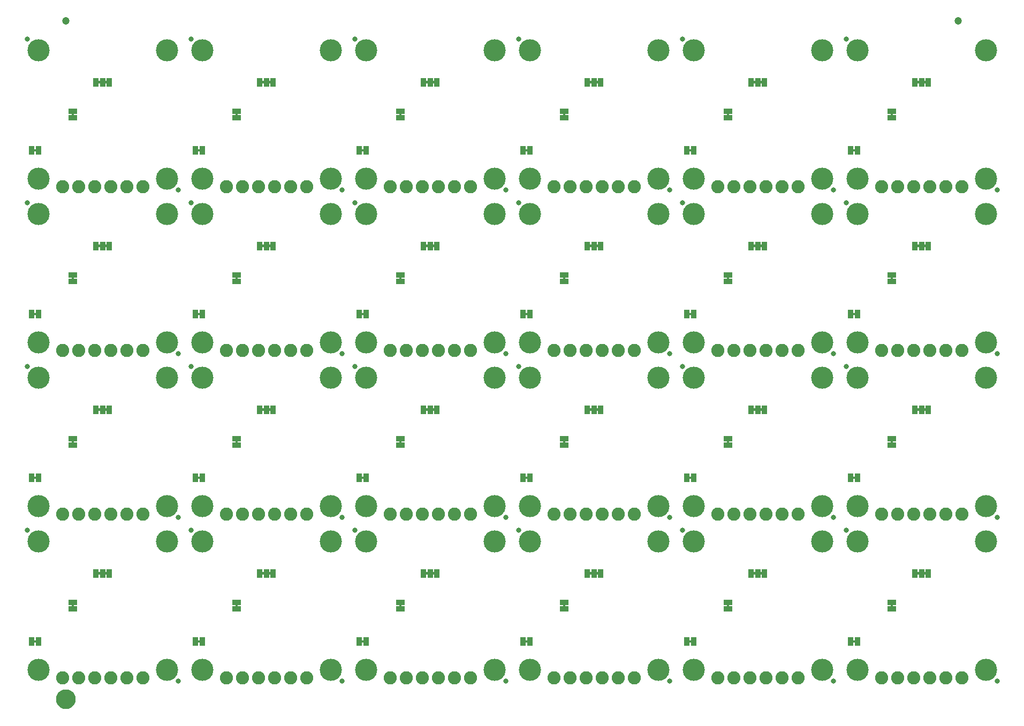
<source format=gbs>
G04 EAGLE Gerber RS-274X export*
G75*
%MOMM*%
%FSLAX34Y34*%
%LPD*%
%INSoldermask Bottom*%
%IPPOS*%
%AMOC8*
5,1,8,0,0,1.08239X$1,22.5*%
G01*
%ADD10C,3.505200*%
%ADD11R,0.863600X1.473200*%
%ADD12C,0.838200*%
%ADD13R,1.473200X0.863600*%
%ADD14C,2.082800*%
%ADD15C,1.203200*%
%ADD16C,1.270000*%
%ADD17C,1.703200*%

G36*
X81345Y901712D02*
X81345Y901712D01*
X81411Y901714D01*
X81454Y901732D01*
X81501Y901740D01*
X81558Y901774D01*
X81618Y901799D01*
X81653Y901830D01*
X81694Y901855D01*
X81736Y901906D01*
X81784Y901950D01*
X81806Y901992D01*
X81835Y902029D01*
X81856Y902091D01*
X81887Y902150D01*
X81895Y902204D01*
X81907Y902241D01*
X81906Y902281D01*
X81914Y902335D01*
X81914Y906145D01*
X81903Y906210D01*
X81901Y906276D01*
X81883Y906319D01*
X81875Y906366D01*
X81841Y906423D01*
X81816Y906483D01*
X81785Y906518D01*
X81760Y906559D01*
X81709Y906601D01*
X81665Y906649D01*
X81623Y906671D01*
X81586Y906700D01*
X81524Y906721D01*
X81465Y906752D01*
X81411Y906760D01*
X81374Y906772D01*
X81334Y906771D01*
X81280Y906779D01*
X78740Y906779D01*
X78675Y906768D01*
X78609Y906766D01*
X78566Y906748D01*
X78519Y906740D01*
X78462Y906706D01*
X78402Y906681D01*
X78367Y906650D01*
X78326Y906625D01*
X78285Y906574D01*
X78236Y906530D01*
X78214Y906488D01*
X78185Y906451D01*
X78164Y906389D01*
X78133Y906330D01*
X78125Y906276D01*
X78113Y906239D01*
X78113Y906235D01*
X78113Y906234D01*
X78114Y906199D01*
X78106Y906145D01*
X78106Y902335D01*
X78117Y902270D01*
X78119Y902204D01*
X78137Y902161D01*
X78145Y902114D01*
X78179Y902057D01*
X78204Y901997D01*
X78235Y901962D01*
X78260Y901921D01*
X78311Y901880D01*
X78355Y901831D01*
X78397Y901809D01*
X78434Y901780D01*
X78496Y901759D01*
X78555Y901728D01*
X78609Y901720D01*
X78646Y901708D01*
X78686Y901709D01*
X78740Y901701D01*
X81280Y901701D01*
X81345Y901712D01*
G37*
G36*
X599505Y124472D02*
X599505Y124472D01*
X599571Y124474D01*
X599614Y124492D01*
X599661Y124500D01*
X599718Y124534D01*
X599778Y124559D01*
X599813Y124590D01*
X599854Y124615D01*
X599896Y124666D01*
X599944Y124710D01*
X599966Y124752D01*
X599995Y124789D01*
X600016Y124851D01*
X600047Y124910D01*
X600055Y124964D01*
X600067Y125001D01*
X600066Y125041D01*
X600074Y125095D01*
X600074Y128905D01*
X600063Y128970D01*
X600061Y129036D01*
X600043Y129079D01*
X600035Y129126D01*
X600001Y129183D01*
X599976Y129243D01*
X599945Y129278D01*
X599920Y129319D01*
X599869Y129361D01*
X599825Y129409D01*
X599783Y129431D01*
X599746Y129460D01*
X599684Y129481D01*
X599625Y129512D01*
X599571Y129520D01*
X599534Y129532D01*
X599494Y129531D01*
X599440Y129539D01*
X596900Y129539D01*
X596835Y129528D01*
X596769Y129526D01*
X596726Y129508D01*
X596679Y129500D01*
X596622Y129466D01*
X596562Y129441D01*
X596527Y129410D01*
X596486Y129385D01*
X596445Y129334D01*
X596396Y129290D01*
X596374Y129248D01*
X596345Y129211D01*
X596324Y129149D01*
X596293Y129090D01*
X596285Y129036D01*
X596273Y128999D01*
X596273Y128995D01*
X596273Y128994D01*
X596274Y128959D01*
X596266Y128905D01*
X596266Y125095D01*
X596277Y125030D01*
X596279Y124964D01*
X596297Y124921D01*
X596305Y124874D01*
X596339Y124817D01*
X596364Y124757D01*
X596395Y124722D01*
X596420Y124681D01*
X596471Y124640D01*
X596515Y124591D01*
X596557Y124569D01*
X596594Y124540D01*
X596656Y124519D01*
X596715Y124488D01*
X596769Y124480D01*
X596806Y124468D01*
X596846Y124469D01*
X596900Y124461D01*
X599440Y124461D01*
X599505Y124472D01*
G37*
G36*
X340425Y642632D02*
X340425Y642632D01*
X340491Y642634D01*
X340534Y642652D01*
X340581Y642660D01*
X340638Y642694D01*
X340698Y642719D01*
X340733Y642750D01*
X340774Y642775D01*
X340816Y642826D01*
X340864Y642870D01*
X340886Y642912D01*
X340915Y642949D01*
X340936Y643011D01*
X340967Y643070D01*
X340975Y643124D01*
X340987Y643161D01*
X340986Y643201D01*
X340994Y643255D01*
X340994Y647065D01*
X340983Y647130D01*
X340981Y647196D01*
X340963Y647239D01*
X340955Y647286D01*
X340921Y647343D01*
X340896Y647403D01*
X340865Y647438D01*
X340840Y647479D01*
X340789Y647521D01*
X340745Y647569D01*
X340703Y647591D01*
X340666Y647620D01*
X340604Y647641D01*
X340545Y647672D01*
X340491Y647680D01*
X340454Y647692D01*
X340414Y647691D01*
X340360Y647699D01*
X337820Y647699D01*
X337755Y647688D01*
X337689Y647686D01*
X337646Y647668D01*
X337599Y647660D01*
X337542Y647626D01*
X337482Y647601D01*
X337447Y647570D01*
X337406Y647545D01*
X337365Y647494D01*
X337316Y647450D01*
X337294Y647408D01*
X337265Y647371D01*
X337244Y647309D01*
X337213Y647250D01*
X337205Y647196D01*
X337193Y647159D01*
X337193Y647155D01*
X337193Y647154D01*
X337194Y647119D01*
X337186Y647065D01*
X337186Y643255D01*
X337197Y643190D01*
X337199Y643124D01*
X337217Y643081D01*
X337225Y643034D01*
X337259Y642977D01*
X337284Y642917D01*
X337315Y642882D01*
X337340Y642841D01*
X337391Y642800D01*
X337435Y642751D01*
X337477Y642729D01*
X337514Y642700D01*
X337576Y642679D01*
X337635Y642648D01*
X337689Y642640D01*
X337726Y642628D01*
X337766Y642629D01*
X337820Y642621D01*
X340360Y642621D01*
X340425Y642632D01*
G37*
G36*
X81345Y642632D02*
X81345Y642632D01*
X81411Y642634D01*
X81454Y642652D01*
X81501Y642660D01*
X81558Y642694D01*
X81618Y642719D01*
X81653Y642750D01*
X81694Y642775D01*
X81736Y642826D01*
X81784Y642870D01*
X81806Y642912D01*
X81835Y642949D01*
X81856Y643011D01*
X81887Y643070D01*
X81895Y643124D01*
X81907Y643161D01*
X81906Y643201D01*
X81914Y643255D01*
X81914Y647065D01*
X81903Y647130D01*
X81901Y647196D01*
X81883Y647239D01*
X81875Y647286D01*
X81841Y647343D01*
X81816Y647403D01*
X81785Y647438D01*
X81760Y647479D01*
X81709Y647521D01*
X81665Y647569D01*
X81623Y647591D01*
X81586Y647620D01*
X81524Y647641D01*
X81465Y647672D01*
X81411Y647680D01*
X81374Y647692D01*
X81334Y647691D01*
X81280Y647699D01*
X78740Y647699D01*
X78675Y647688D01*
X78609Y647686D01*
X78566Y647668D01*
X78519Y647660D01*
X78462Y647626D01*
X78402Y647601D01*
X78367Y647570D01*
X78326Y647545D01*
X78285Y647494D01*
X78236Y647450D01*
X78214Y647408D01*
X78185Y647371D01*
X78164Y647309D01*
X78133Y647250D01*
X78125Y647196D01*
X78113Y647159D01*
X78113Y647155D01*
X78113Y647154D01*
X78114Y647119D01*
X78106Y647065D01*
X78106Y643255D01*
X78117Y643190D01*
X78119Y643124D01*
X78137Y643081D01*
X78145Y643034D01*
X78179Y642977D01*
X78204Y642917D01*
X78235Y642882D01*
X78260Y642841D01*
X78311Y642800D01*
X78355Y642751D01*
X78397Y642729D01*
X78434Y642700D01*
X78496Y642679D01*
X78555Y642648D01*
X78609Y642640D01*
X78646Y642628D01*
X78686Y642629D01*
X78740Y642621D01*
X81280Y642621D01*
X81345Y642632D01*
G37*
G36*
X1376745Y642632D02*
X1376745Y642632D01*
X1376811Y642634D01*
X1376854Y642652D01*
X1376901Y642660D01*
X1376958Y642694D01*
X1377018Y642719D01*
X1377053Y642750D01*
X1377094Y642775D01*
X1377136Y642826D01*
X1377184Y642870D01*
X1377206Y642912D01*
X1377235Y642949D01*
X1377256Y643011D01*
X1377287Y643070D01*
X1377295Y643124D01*
X1377307Y643161D01*
X1377306Y643201D01*
X1377314Y643255D01*
X1377314Y647065D01*
X1377303Y647130D01*
X1377301Y647196D01*
X1377283Y647239D01*
X1377275Y647286D01*
X1377241Y647343D01*
X1377216Y647403D01*
X1377185Y647438D01*
X1377160Y647479D01*
X1377109Y647521D01*
X1377065Y647569D01*
X1377023Y647591D01*
X1376986Y647620D01*
X1376924Y647641D01*
X1376865Y647672D01*
X1376811Y647680D01*
X1376774Y647692D01*
X1376734Y647691D01*
X1376680Y647699D01*
X1374140Y647699D01*
X1374075Y647688D01*
X1374009Y647686D01*
X1373966Y647668D01*
X1373919Y647660D01*
X1373862Y647626D01*
X1373802Y647601D01*
X1373767Y647570D01*
X1373726Y647545D01*
X1373685Y647494D01*
X1373636Y647450D01*
X1373614Y647408D01*
X1373585Y647371D01*
X1373564Y647309D01*
X1373533Y647250D01*
X1373525Y647196D01*
X1373513Y647159D01*
X1373513Y647155D01*
X1373513Y647154D01*
X1373514Y647119D01*
X1373506Y647065D01*
X1373506Y643255D01*
X1373517Y643190D01*
X1373519Y643124D01*
X1373537Y643081D01*
X1373545Y643034D01*
X1373579Y642977D01*
X1373604Y642917D01*
X1373635Y642882D01*
X1373660Y642841D01*
X1373711Y642800D01*
X1373755Y642751D01*
X1373797Y642729D01*
X1373834Y642700D01*
X1373896Y642679D01*
X1373955Y642648D01*
X1374009Y642640D01*
X1374046Y642628D01*
X1374086Y642629D01*
X1374140Y642621D01*
X1376680Y642621D01*
X1376745Y642632D01*
G37*
G36*
X1117665Y642632D02*
X1117665Y642632D01*
X1117731Y642634D01*
X1117774Y642652D01*
X1117821Y642660D01*
X1117878Y642694D01*
X1117938Y642719D01*
X1117973Y642750D01*
X1118014Y642775D01*
X1118056Y642826D01*
X1118104Y642870D01*
X1118126Y642912D01*
X1118155Y642949D01*
X1118176Y643011D01*
X1118207Y643070D01*
X1118215Y643124D01*
X1118227Y643161D01*
X1118226Y643201D01*
X1118234Y643255D01*
X1118234Y647065D01*
X1118223Y647130D01*
X1118221Y647196D01*
X1118203Y647239D01*
X1118195Y647286D01*
X1118161Y647343D01*
X1118136Y647403D01*
X1118105Y647438D01*
X1118080Y647479D01*
X1118029Y647521D01*
X1117985Y647569D01*
X1117943Y647591D01*
X1117906Y647620D01*
X1117844Y647641D01*
X1117785Y647672D01*
X1117731Y647680D01*
X1117694Y647692D01*
X1117654Y647691D01*
X1117600Y647699D01*
X1115060Y647699D01*
X1114995Y647688D01*
X1114929Y647686D01*
X1114886Y647668D01*
X1114839Y647660D01*
X1114782Y647626D01*
X1114722Y647601D01*
X1114687Y647570D01*
X1114646Y647545D01*
X1114605Y647494D01*
X1114556Y647450D01*
X1114534Y647408D01*
X1114505Y647371D01*
X1114484Y647309D01*
X1114453Y647250D01*
X1114445Y647196D01*
X1114433Y647159D01*
X1114433Y647155D01*
X1114433Y647154D01*
X1114434Y647119D01*
X1114426Y647065D01*
X1114426Y643255D01*
X1114437Y643190D01*
X1114439Y643124D01*
X1114457Y643081D01*
X1114465Y643034D01*
X1114499Y642977D01*
X1114524Y642917D01*
X1114555Y642882D01*
X1114580Y642841D01*
X1114631Y642800D01*
X1114675Y642751D01*
X1114717Y642729D01*
X1114754Y642700D01*
X1114816Y642679D01*
X1114875Y642648D01*
X1114929Y642640D01*
X1114966Y642628D01*
X1115006Y642629D01*
X1115060Y642621D01*
X1117600Y642621D01*
X1117665Y642632D01*
G37*
G36*
X599505Y642632D02*
X599505Y642632D01*
X599571Y642634D01*
X599614Y642652D01*
X599661Y642660D01*
X599718Y642694D01*
X599778Y642719D01*
X599813Y642750D01*
X599854Y642775D01*
X599896Y642826D01*
X599944Y642870D01*
X599966Y642912D01*
X599995Y642949D01*
X600016Y643011D01*
X600047Y643070D01*
X600055Y643124D01*
X600067Y643161D01*
X600066Y643201D01*
X600074Y643255D01*
X600074Y647065D01*
X600063Y647130D01*
X600061Y647196D01*
X600043Y647239D01*
X600035Y647286D01*
X600001Y647343D01*
X599976Y647403D01*
X599945Y647438D01*
X599920Y647479D01*
X599869Y647521D01*
X599825Y647569D01*
X599783Y647591D01*
X599746Y647620D01*
X599684Y647641D01*
X599625Y647672D01*
X599571Y647680D01*
X599534Y647692D01*
X599494Y647691D01*
X599440Y647699D01*
X596900Y647699D01*
X596835Y647688D01*
X596769Y647686D01*
X596726Y647668D01*
X596679Y647660D01*
X596622Y647626D01*
X596562Y647601D01*
X596527Y647570D01*
X596486Y647545D01*
X596445Y647494D01*
X596396Y647450D01*
X596374Y647408D01*
X596345Y647371D01*
X596324Y647309D01*
X596293Y647250D01*
X596285Y647196D01*
X596273Y647159D01*
X596273Y647155D01*
X596273Y647154D01*
X596274Y647119D01*
X596266Y647065D01*
X596266Y643255D01*
X596277Y643190D01*
X596279Y643124D01*
X596297Y643081D01*
X596305Y643034D01*
X596339Y642977D01*
X596364Y642917D01*
X596395Y642882D01*
X596420Y642841D01*
X596471Y642800D01*
X596515Y642751D01*
X596557Y642729D01*
X596594Y642700D01*
X596656Y642679D01*
X596715Y642648D01*
X596769Y642640D01*
X596806Y642628D01*
X596846Y642629D01*
X596900Y642621D01*
X599440Y642621D01*
X599505Y642632D01*
G37*
G36*
X81345Y124472D02*
X81345Y124472D01*
X81411Y124474D01*
X81454Y124492D01*
X81501Y124500D01*
X81558Y124534D01*
X81618Y124559D01*
X81653Y124590D01*
X81694Y124615D01*
X81736Y124666D01*
X81784Y124710D01*
X81806Y124752D01*
X81835Y124789D01*
X81856Y124851D01*
X81887Y124910D01*
X81895Y124964D01*
X81907Y125001D01*
X81906Y125041D01*
X81914Y125095D01*
X81914Y128905D01*
X81903Y128970D01*
X81901Y129036D01*
X81883Y129079D01*
X81875Y129126D01*
X81841Y129183D01*
X81816Y129243D01*
X81785Y129278D01*
X81760Y129319D01*
X81709Y129361D01*
X81665Y129409D01*
X81623Y129431D01*
X81586Y129460D01*
X81524Y129481D01*
X81465Y129512D01*
X81411Y129520D01*
X81374Y129532D01*
X81334Y129531D01*
X81280Y129539D01*
X78740Y129539D01*
X78675Y129528D01*
X78609Y129526D01*
X78566Y129508D01*
X78519Y129500D01*
X78462Y129466D01*
X78402Y129441D01*
X78367Y129410D01*
X78326Y129385D01*
X78285Y129334D01*
X78236Y129290D01*
X78214Y129248D01*
X78185Y129211D01*
X78164Y129149D01*
X78133Y129090D01*
X78125Y129036D01*
X78113Y128999D01*
X78113Y128995D01*
X78113Y128994D01*
X78114Y128959D01*
X78106Y128905D01*
X78106Y125095D01*
X78117Y125030D01*
X78119Y124964D01*
X78137Y124921D01*
X78145Y124874D01*
X78179Y124817D01*
X78204Y124757D01*
X78235Y124722D01*
X78260Y124681D01*
X78311Y124640D01*
X78355Y124591D01*
X78397Y124569D01*
X78434Y124540D01*
X78496Y124519D01*
X78555Y124488D01*
X78609Y124480D01*
X78646Y124468D01*
X78686Y124469D01*
X78740Y124461D01*
X81280Y124461D01*
X81345Y124472D01*
G37*
G36*
X599505Y383552D02*
X599505Y383552D01*
X599571Y383554D01*
X599614Y383572D01*
X599661Y383580D01*
X599718Y383614D01*
X599778Y383639D01*
X599813Y383670D01*
X599854Y383695D01*
X599896Y383746D01*
X599944Y383790D01*
X599966Y383832D01*
X599995Y383869D01*
X600016Y383931D01*
X600047Y383990D01*
X600055Y384044D01*
X600067Y384081D01*
X600066Y384121D01*
X600074Y384175D01*
X600074Y387985D01*
X600063Y388050D01*
X600061Y388116D01*
X600043Y388159D01*
X600035Y388206D01*
X600001Y388263D01*
X599976Y388323D01*
X599945Y388358D01*
X599920Y388399D01*
X599869Y388441D01*
X599825Y388489D01*
X599783Y388511D01*
X599746Y388540D01*
X599684Y388561D01*
X599625Y388592D01*
X599571Y388600D01*
X599534Y388612D01*
X599494Y388611D01*
X599440Y388619D01*
X596900Y388619D01*
X596835Y388608D01*
X596769Y388606D01*
X596726Y388588D01*
X596679Y388580D01*
X596622Y388546D01*
X596562Y388521D01*
X596527Y388490D01*
X596486Y388465D01*
X596445Y388414D01*
X596396Y388370D01*
X596374Y388328D01*
X596345Y388291D01*
X596324Y388229D01*
X596293Y388170D01*
X596285Y388116D01*
X596273Y388079D01*
X596273Y388075D01*
X596273Y388074D01*
X596274Y388039D01*
X596266Y387985D01*
X596266Y384175D01*
X596277Y384110D01*
X596279Y384044D01*
X596297Y384001D01*
X596305Y383954D01*
X596339Y383897D01*
X596364Y383837D01*
X596395Y383802D01*
X596420Y383761D01*
X596471Y383720D01*
X596515Y383671D01*
X596557Y383649D01*
X596594Y383620D01*
X596656Y383599D01*
X596715Y383568D01*
X596769Y383560D01*
X596806Y383548D01*
X596846Y383549D01*
X596900Y383541D01*
X599440Y383541D01*
X599505Y383552D01*
G37*
G36*
X340425Y383552D02*
X340425Y383552D01*
X340491Y383554D01*
X340534Y383572D01*
X340581Y383580D01*
X340638Y383614D01*
X340698Y383639D01*
X340733Y383670D01*
X340774Y383695D01*
X340816Y383746D01*
X340864Y383790D01*
X340886Y383832D01*
X340915Y383869D01*
X340936Y383931D01*
X340967Y383990D01*
X340975Y384044D01*
X340987Y384081D01*
X340986Y384121D01*
X340994Y384175D01*
X340994Y387985D01*
X340983Y388050D01*
X340981Y388116D01*
X340963Y388159D01*
X340955Y388206D01*
X340921Y388263D01*
X340896Y388323D01*
X340865Y388358D01*
X340840Y388399D01*
X340789Y388441D01*
X340745Y388489D01*
X340703Y388511D01*
X340666Y388540D01*
X340604Y388561D01*
X340545Y388592D01*
X340491Y388600D01*
X340454Y388612D01*
X340414Y388611D01*
X340360Y388619D01*
X337820Y388619D01*
X337755Y388608D01*
X337689Y388606D01*
X337646Y388588D01*
X337599Y388580D01*
X337542Y388546D01*
X337482Y388521D01*
X337447Y388490D01*
X337406Y388465D01*
X337365Y388414D01*
X337316Y388370D01*
X337294Y388328D01*
X337265Y388291D01*
X337244Y388229D01*
X337213Y388170D01*
X337205Y388116D01*
X337193Y388079D01*
X337193Y388075D01*
X337193Y388074D01*
X337194Y388039D01*
X337186Y387985D01*
X337186Y384175D01*
X337197Y384110D01*
X337199Y384044D01*
X337217Y384001D01*
X337225Y383954D01*
X337259Y383897D01*
X337284Y383837D01*
X337315Y383802D01*
X337340Y383761D01*
X337391Y383720D01*
X337435Y383671D01*
X337477Y383649D01*
X337514Y383620D01*
X337576Y383599D01*
X337635Y383568D01*
X337689Y383560D01*
X337726Y383548D01*
X337766Y383549D01*
X337820Y383541D01*
X340360Y383541D01*
X340425Y383552D01*
G37*
G36*
X1376745Y383552D02*
X1376745Y383552D01*
X1376811Y383554D01*
X1376854Y383572D01*
X1376901Y383580D01*
X1376958Y383614D01*
X1377018Y383639D01*
X1377053Y383670D01*
X1377094Y383695D01*
X1377136Y383746D01*
X1377184Y383790D01*
X1377206Y383832D01*
X1377235Y383869D01*
X1377256Y383931D01*
X1377287Y383990D01*
X1377295Y384044D01*
X1377307Y384081D01*
X1377306Y384121D01*
X1377314Y384175D01*
X1377314Y387985D01*
X1377303Y388050D01*
X1377301Y388116D01*
X1377283Y388159D01*
X1377275Y388206D01*
X1377241Y388263D01*
X1377216Y388323D01*
X1377185Y388358D01*
X1377160Y388399D01*
X1377109Y388441D01*
X1377065Y388489D01*
X1377023Y388511D01*
X1376986Y388540D01*
X1376924Y388561D01*
X1376865Y388592D01*
X1376811Y388600D01*
X1376774Y388612D01*
X1376734Y388611D01*
X1376680Y388619D01*
X1374140Y388619D01*
X1374075Y388608D01*
X1374009Y388606D01*
X1373966Y388588D01*
X1373919Y388580D01*
X1373862Y388546D01*
X1373802Y388521D01*
X1373767Y388490D01*
X1373726Y388465D01*
X1373685Y388414D01*
X1373636Y388370D01*
X1373614Y388328D01*
X1373585Y388291D01*
X1373564Y388229D01*
X1373533Y388170D01*
X1373525Y388116D01*
X1373513Y388079D01*
X1373513Y388075D01*
X1373513Y388074D01*
X1373514Y388039D01*
X1373506Y387985D01*
X1373506Y384175D01*
X1373517Y384110D01*
X1373519Y384044D01*
X1373537Y384001D01*
X1373545Y383954D01*
X1373579Y383897D01*
X1373604Y383837D01*
X1373635Y383802D01*
X1373660Y383761D01*
X1373711Y383720D01*
X1373755Y383671D01*
X1373797Y383649D01*
X1373834Y383620D01*
X1373896Y383599D01*
X1373955Y383568D01*
X1374009Y383560D01*
X1374046Y383548D01*
X1374086Y383549D01*
X1374140Y383541D01*
X1376680Y383541D01*
X1376745Y383552D01*
G37*
G36*
X1117665Y383552D02*
X1117665Y383552D01*
X1117731Y383554D01*
X1117774Y383572D01*
X1117821Y383580D01*
X1117878Y383614D01*
X1117938Y383639D01*
X1117973Y383670D01*
X1118014Y383695D01*
X1118056Y383746D01*
X1118104Y383790D01*
X1118126Y383832D01*
X1118155Y383869D01*
X1118176Y383931D01*
X1118207Y383990D01*
X1118215Y384044D01*
X1118227Y384081D01*
X1118226Y384121D01*
X1118234Y384175D01*
X1118234Y387985D01*
X1118223Y388050D01*
X1118221Y388116D01*
X1118203Y388159D01*
X1118195Y388206D01*
X1118161Y388263D01*
X1118136Y388323D01*
X1118105Y388358D01*
X1118080Y388399D01*
X1118029Y388441D01*
X1117985Y388489D01*
X1117943Y388511D01*
X1117906Y388540D01*
X1117844Y388561D01*
X1117785Y388592D01*
X1117731Y388600D01*
X1117694Y388612D01*
X1117654Y388611D01*
X1117600Y388619D01*
X1115060Y388619D01*
X1114995Y388608D01*
X1114929Y388606D01*
X1114886Y388588D01*
X1114839Y388580D01*
X1114782Y388546D01*
X1114722Y388521D01*
X1114687Y388490D01*
X1114646Y388465D01*
X1114605Y388414D01*
X1114556Y388370D01*
X1114534Y388328D01*
X1114505Y388291D01*
X1114484Y388229D01*
X1114453Y388170D01*
X1114445Y388116D01*
X1114433Y388079D01*
X1114433Y388075D01*
X1114433Y388074D01*
X1114434Y388039D01*
X1114426Y387985D01*
X1114426Y384175D01*
X1114437Y384110D01*
X1114439Y384044D01*
X1114457Y384001D01*
X1114465Y383954D01*
X1114499Y383897D01*
X1114524Y383837D01*
X1114555Y383802D01*
X1114580Y383761D01*
X1114631Y383720D01*
X1114675Y383671D01*
X1114717Y383649D01*
X1114754Y383620D01*
X1114816Y383599D01*
X1114875Y383568D01*
X1114929Y383560D01*
X1114966Y383548D01*
X1115006Y383549D01*
X1115060Y383541D01*
X1117600Y383541D01*
X1117665Y383552D01*
G37*
G36*
X81345Y383552D02*
X81345Y383552D01*
X81411Y383554D01*
X81454Y383572D01*
X81501Y383580D01*
X81558Y383614D01*
X81618Y383639D01*
X81653Y383670D01*
X81694Y383695D01*
X81736Y383746D01*
X81784Y383790D01*
X81806Y383832D01*
X81835Y383869D01*
X81856Y383931D01*
X81887Y383990D01*
X81895Y384044D01*
X81907Y384081D01*
X81906Y384121D01*
X81914Y384175D01*
X81914Y387985D01*
X81903Y388050D01*
X81901Y388116D01*
X81883Y388159D01*
X81875Y388206D01*
X81841Y388263D01*
X81816Y388323D01*
X81785Y388358D01*
X81760Y388399D01*
X81709Y388441D01*
X81665Y388489D01*
X81623Y388511D01*
X81586Y388540D01*
X81524Y388561D01*
X81465Y388592D01*
X81411Y388600D01*
X81374Y388612D01*
X81334Y388611D01*
X81280Y388619D01*
X78740Y388619D01*
X78675Y388608D01*
X78609Y388606D01*
X78566Y388588D01*
X78519Y388580D01*
X78462Y388546D01*
X78402Y388521D01*
X78367Y388490D01*
X78326Y388465D01*
X78285Y388414D01*
X78236Y388370D01*
X78214Y388328D01*
X78185Y388291D01*
X78164Y388229D01*
X78133Y388170D01*
X78125Y388116D01*
X78113Y388079D01*
X78113Y388075D01*
X78113Y388074D01*
X78114Y388039D01*
X78106Y387985D01*
X78106Y384175D01*
X78117Y384110D01*
X78119Y384044D01*
X78137Y384001D01*
X78145Y383954D01*
X78179Y383897D01*
X78204Y383837D01*
X78235Y383802D01*
X78260Y383761D01*
X78311Y383720D01*
X78355Y383671D01*
X78397Y383649D01*
X78434Y383620D01*
X78496Y383599D01*
X78555Y383568D01*
X78609Y383560D01*
X78646Y383548D01*
X78686Y383549D01*
X78740Y383541D01*
X81280Y383541D01*
X81345Y383552D01*
G37*
G36*
X858585Y901712D02*
X858585Y901712D01*
X858651Y901714D01*
X858694Y901732D01*
X858741Y901740D01*
X858798Y901774D01*
X858858Y901799D01*
X858893Y901830D01*
X858934Y901855D01*
X858976Y901906D01*
X859024Y901950D01*
X859046Y901992D01*
X859075Y902029D01*
X859096Y902091D01*
X859127Y902150D01*
X859135Y902204D01*
X859147Y902241D01*
X859146Y902281D01*
X859154Y902335D01*
X859154Y906145D01*
X859143Y906210D01*
X859141Y906276D01*
X859123Y906319D01*
X859115Y906366D01*
X859081Y906423D01*
X859056Y906483D01*
X859025Y906518D01*
X859000Y906559D01*
X858949Y906601D01*
X858905Y906649D01*
X858863Y906671D01*
X858826Y906700D01*
X858764Y906721D01*
X858705Y906752D01*
X858651Y906760D01*
X858614Y906772D01*
X858574Y906771D01*
X858520Y906779D01*
X855980Y906779D01*
X855915Y906768D01*
X855849Y906766D01*
X855806Y906748D01*
X855759Y906740D01*
X855702Y906706D01*
X855642Y906681D01*
X855607Y906650D01*
X855566Y906625D01*
X855525Y906574D01*
X855476Y906530D01*
X855454Y906488D01*
X855425Y906451D01*
X855404Y906389D01*
X855373Y906330D01*
X855365Y906276D01*
X855353Y906239D01*
X855353Y906235D01*
X855353Y906234D01*
X855354Y906199D01*
X855346Y906145D01*
X855346Y902335D01*
X855357Y902270D01*
X855359Y902204D01*
X855377Y902161D01*
X855385Y902114D01*
X855419Y902057D01*
X855444Y901997D01*
X855475Y901962D01*
X855500Y901921D01*
X855551Y901880D01*
X855595Y901831D01*
X855637Y901809D01*
X855674Y901780D01*
X855736Y901759D01*
X855795Y901728D01*
X855849Y901720D01*
X855886Y901708D01*
X855926Y901709D01*
X855980Y901701D01*
X858520Y901701D01*
X858585Y901712D01*
G37*
G36*
X1376745Y901712D02*
X1376745Y901712D01*
X1376811Y901714D01*
X1376854Y901732D01*
X1376901Y901740D01*
X1376958Y901774D01*
X1377018Y901799D01*
X1377053Y901830D01*
X1377094Y901855D01*
X1377136Y901906D01*
X1377184Y901950D01*
X1377206Y901992D01*
X1377235Y902029D01*
X1377256Y902091D01*
X1377287Y902150D01*
X1377295Y902204D01*
X1377307Y902241D01*
X1377306Y902281D01*
X1377314Y902335D01*
X1377314Y906145D01*
X1377303Y906210D01*
X1377301Y906276D01*
X1377283Y906319D01*
X1377275Y906366D01*
X1377241Y906423D01*
X1377216Y906483D01*
X1377185Y906518D01*
X1377160Y906559D01*
X1377109Y906601D01*
X1377065Y906649D01*
X1377023Y906671D01*
X1376986Y906700D01*
X1376924Y906721D01*
X1376865Y906752D01*
X1376811Y906760D01*
X1376774Y906772D01*
X1376734Y906771D01*
X1376680Y906779D01*
X1374140Y906779D01*
X1374075Y906768D01*
X1374009Y906766D01*
X1373966Y906748D01*
X1373919Y906740D01*
X1373862Y906706D01*
X1373802Y906681D01*
X1373767Y906650D01*
X1373726Y906625D01*
X1373685Y906574D01*
X1373636Y906530D01*
X1373614Y906488D01*
X1373585Y906451D01*
X1373564Y906389D01*
X1373533Y906330D01*
X1373525Y906276D01*
X1373513Y906239D01*
X1373513Y906235D01*
X1373513Y906234D01*
X1373514Y906199D01*
X1373506Y906145D01*
X1373506Y902335D01*
X1373517Y902270D01*
X1373519Y902204D01*
X1373537Y902161D01*
X1373545Y902114D01*
X1373579Y902057D01*
X1373604Y901997D01*
X1373635Y901962D01*
X1373660Y901921D01*
X1373711Y901880D01*
X1373755Y901831D01*
X1373797Y901809D01*
X1373834Y901780D01*
X1373896Y901759D01*
X1373955Y901728D01*
X1374009Y901720D01*
X1374046Y901708D01*
X1374086Y901709D01*
X1374140Y901701D01*
X1376680Y901701D01*
X1376745Y901712D01*
G37*
G36*
X340425Y901712D02*
X340425Y901712D01*
X340491Y901714D01*
X340534Y901732D01*
X340581Y901740D01*
X340638Y901774D01*
X340698Y901799D01*
X340733Y901830D01*
X340774Y901855D01*
X340816Y901906D01*
X340864Y901950D01*
X340886Y901992D01*
X340915Y902029D01*
X340936Y902091D01*
X340967Y902150D01*
X340975Y902204D01*
X340987Y902241D01*
X340986Y902281D01*
X340994Y902335D01*
X340994Y906145D01*
X340983Y906210D01*
X340981Y906276D01*
X340963Y906319D01*
X340955Y906366D01*
X340921Y906423D01*
X340896Y906483D01*
X340865Y906518D01*
X340840Y906559D01*
X340789Y906601D01*
X340745Y906649D01*
X340703Y906671D01*
X340666Y906700D01*
X340604Y906721D01*
X340545Y906752D01*
X340491Y906760D01*
X340454Y906772D01*
X340414Y906771D01*
X340360Y906779D01*
X337820Y906779D01*
X337755Y906768D01*
X337689Y906766D01*
X337646Y906748D01*
X337599Y906740D01*
X337542Y906706D01*
X337482Y906681D01*
X337447Y906650D01*
X337406Y906625D01*
X337365Y906574D01*
X337316Y906530D01*
X337294Y906488D01*
X337265Y906451D01*
X337244Y906389D01*
X337213Y906330D01*
X337205Y906276D01*
X337193Y906239D01*
X337193Y906235D01*
X337193Y906234D01*
X337194Y906199D01*
X337186Y906145D01*
X337186Y902335D01*
X337197Y902270D01*
X337199Y902204D01*
X337217Y902161D01*
X337225Y902114D01*
X337259Y902057D01*
X337284Y901997D01*
X337315Y901962D01*
X337340Y901921D01*
X337391Y901880D01*
X337435Y901831D01*
X337477Y901809D01*
X337514Y901780D01*
X337576Y901759D01*
X337635Y901728D01*
X337689Y901720D01*
X337726Y901708D01*
X337766Y901709D01*
X337820Y901701D01*
X340360Y901701D01*
X340425Y901712D01*
G37*
G36*
X1117665Y901712D02*
X1117665Y901712D01*
X1117731Y901714D01*
X1117774Y901732D01*
X1117821Y901740D01*
X1117878Y901774D01*
X1117938Y901799D01*
X1117973Y901830D01*
X1118014Y901855D01*
X1118056Y901906D01*
X1118104Y901950D01*
X1118126Y901992D01*
X1118155Y902029D01*
X1118176Y902091D01*
X1118207Y902150D01*
X1118215Y902204D01*
X1118227Y902241D01*
X1118226Y902281D01*
X1118234Y902335D01*
X1118234Y906145D01*
X1118223Y906210D01*
X1118221Y906276D01*
X1118203Y906319D01*
X1118195Y906366D01*
X1118161Y906423D01*
X1118136Y906483D01*
X1118105Y906518D01*
X1118080Y906559D01*
X1118029Y906601D01*
X1117985Y906649D01*
X1117943Y906671D01*
X1117906Y906700D01*
X1117844Y906721D01*
X1117785Y906752D01*
X1117731Y906760D01*
X1117694Y906772D01*
X1117654Y906771D01*
X1117600Y906779D01*
X1115060Y906779D01*
X1114995Y906768D01*
X1114929Y906766D01*
X1114886Y906748D01*
X1114839Y906740D01*
X1114782Y906706D01*
X1114722Y906681D01*
X1114687Y906650D01*
X1114646Y906625D01*
X1114605Y906574D01*
X1114556Y906530D01*
X1114534Y906488D01*
X1114505Y906451D01*
X1114484Y906389D01*
X1114453Y906330D01*
X1114445Y906276D01*
X1114433Y906239D01*
X1114433Y906235D01*
X1114433Y906234D01*
X1114434Y906199D01*
X1114426Y906145D01*
X1114426Y902335D01*
X1114437Y902270D01*
X1114439Y902204D01*
X1114457Y902161D01*
X1114465Y902114D01*
X1114499Y902057D01*
X1114524Y901997D01*
X1114555Y901962D01*
X1114580Y901921D01*
X1114631Y901880D01*
X1114675Y901831D01*
X1114717Y901809D01*
X1114754Y901780D01*
X1114816Y901759D01*
X1114875Y901728D01*
X1114929Y901720D01*
X1114966Y901708D01*
X1115006Y901709D01*
X1115060Y901701D01*
X1117600Y901701D01*
X1117665Y901712D01*
G37*
G36*
X599505Y901712D02*
X599505Y901712D01*
X599571Y901714D01*
X599614Y901732D01*
X599661Y901740D01*
X599718Y901774D01*
X599778Y901799D01*
X599813Y901830D01*
X599854Y901855D01*
X599896Y901906D01*
X599944Y901950D01*
X599966Y901992D01*
X599995Y902029D01*
X600016Y902091D01*
X600047Y902150D01*
X600055Y902204D01*
X600067Y902241D01*
X600066Y902281D01*
X600074Y902335D01*
X600074Y906145D01*
X600063Y906210D01*
X600061Y906276D01*
X600043Y906319D01*
X600035Y906366D01*
X600001Y906423D01*
X599976Y906483D01*
X599945Y906518D01*
X599920Y906559D01*
X599869Y906601D01*
X599825Y906649D01*
X599783Y906671D01*
X599746Y906700D01*
X599684Y906721D01*
X599625Y906752D01*
X599571Y906760D01*
X599534Y906772D01*
X599494Y906771D01*
X599440Y906779D01*
X596900Y906779D01*
X596835Y906768D01*
X596769Y906766D01*
X596726Y906748D01*
X596679Y906740D01*
X596622Y906706D01*
X596562Y906681D01*
X596527Y906650D01*
X596486Y906625D01*
X596445Y906574D01*
X596396Y906530D01*
X596374Y906488D01*
X596345Y906451D01*
X596324Y906389D01*
X596293Y906330D01*
X596285Y906276D01*
X596273Y906239D01*
X596273Y906235D01*
X596273Y906234D01*
X596274Y906199D01*
X596266Y906145D01*
X596266Y902335D01*
X596277Y902270D01*
X596279Y902204D01*
X596297Y902161D01*
X596305Y902114D01*
X596339Y902057D01*
X596364Y901997D01*
X596395Y901962D01*
X596420Y901921D01*
X596471Y901880D01*
X596515Y901831D01*
X596557Y901809D01*
X596594Y901780D01*
X596656Y901759D01*
X596715Y901728D01*
X596769Y901720D01*
X596806Y901708D01*
X596846Y901709D01*
X596900Y901701D01*
X599440Y901701D01*
X599505Y901712D01*
G37*
G36*
X858585Y383552D02*
X858585Y383552D01*
X858651Y383554D01*
X858694Y383572D01*
X858741Y383580D01*
X858798Y383614D01*
X858858Y383639D01*
X858893Y383670D01*
X858934Y383695D01*
X858976Y383746D01*
X859024Y383790D01*
X859046Y383832D01*
X859075Y383869D01*
X859096Y383931D01*
X859127Y383990D01*
X859135Y384044D01*
X859147Y384081D01*
X859146Y384121D01*
X859154Y384175D01*
X859154Y387985D01*
X859143Y388050D01*
X859141Y388116D01*
X859123Y388159D01*
X859115Y388206D01*
X859081Y388263D01*
X859056Y388323D01*
X859025Y388358D01*
X859000Y388399D01*
X858949Y388441D01*
X858905Y388489D01*
X858863Y388511D01*
X858826Y388540D01*
X858764Y388561D01*
X858705Y388592D01*
X858651Y388600D01*
X858614Y388612D01*
X858574Y388611D01*
X858520Y388619D01*
X855980Y388619D01*
X855915Y388608D01*
X855849Y388606D01*
X855806Y388588D01*
X855759Y388580D01*
X855702Y388546D01*
X855642Y388521D01*
X855607Y388490D01*
X855566Y388465D01*
X855525Y388414D01*
X855476Y388370D01*
X855454Y388328D01*
X855425Y388291D01*
X855404Y388229D01*
X855373Y388170D01*
X855365Y388116D01*
X855353Y388079D01*
X855353Y388075D01*
X855353Y388074D01*
X855354Y388039D01*
X855346Y387985D01*
X855346Y384175D01*
X855357Y384110D01*
X855359Y384044D01*
X855377Y384001D01*
X855385Y383954D01*
X855419Y383897D01*
X855444Y383837D01*
X855475Y383802D01*
X855500Y383761D01*
X855551Y383720D01*
X855595Y383671D01*
X855637Y383649D01*
X855674Y383620D01*
X855736Y383599D01*
X855795Y383568D01*
X855849Y383560D01*
X855886Y383548D01*
X855926Y383549D01*
X855980Y383541D01*
X858520Y383541D01*
X858585Y383552D01*
G37*
G36*
X858585Y642632D02*
X858585Y642632D01*
X858651Y642634D01*
X858694Y642652D01*
X858741Y642660D01*
X858798Y642694D01*
X858858Y642719D01*
X858893Y642750D01*
X858934Y642775D01*
X858976Y642826D01*
X859024Y642870D01*
X859046Y642912D01*
X859075Y642949D01*
X859096Y643011D01*
X859127Y643070D01*
X859135Y643124D01*
X859147Y643161D01*
X859146Y643201D01*
X859154Y643255D01*
X859154Y647065D01*
X859143Y647130D01*
X859141Y647196D01*
X859123Y647239D01*
X859115Y647286D01*
X859081Y647343D01*
X859056Y647403D01*
X859025Y647438D01*
X859000Y647479D01*
X858949Y647521D01*
X858905Y647569D01*
X858863Y647591D01*
X858826Y647620D01*
X858764Y647641D01*
X858705Y647672D01*
X858651Y647680D01*
X858614Y647692D01*
X858574Y647691D01*
X858520Y647699D01*
X855980Y647699D01*
X855915Y647688D01*
X855849Y647686D01*
X855806Y647668D01*
X855759Y647660D01*
X855702Y647626D01*
X855642Y647601D01*
X855607Y647570D01*
X855566Y647545D01*
X855525Y647494D01*
X855476Y647450D01*
X855454Y647408D01*
X855425Y647371D01*
X855404Y647309D01*
X855373Y647250D01*
X855365Y647196D01*
X855353Y647159D01*
X855353Y647155D01*
X855353Y647154D01*
X855354Y647119D01*
X855346Y647065D01*
X855346Y643255D01*
X855357Y643190D01*
X855359Y643124D01*
X855377Y643081D01*
X855385Y643034D01*
X855419Y642977D01*
X855444Y642917D01*
X855475Y642882D01*
X855500Y642841D01*
X855551Y642800D01*
X855595Y642751D01*
X855637Y642729D01*
X855674Y642700D01*
X855736Y642679D01*
X855795Y642648D01*
X855849Y642640D01*
X855886Y642628D01*
X855926Y642629D01*
X855980Y642621D01*
X858520Y642621D01*
X858585Y642632D01*
G37*
G36*
X858585Y124472D02*
X858585Y124472D01*
X858651Y124474D01*
X858694Y124492D01*
X858741Y124500D01*
X858798Y124534D01*
X858858Y124559D01*
X858893Y124590D01*
X858934Y124615D01*
X858976Y124666D01*
X859024Y124710D01*
X859046Y124752D01*
X859075Y124789D01*
X859096Y124851D01*
X859127Y124910D01*
X859135Y124964D01*
X859147Y125001D01*
X859146Y125041D01*
X859154Y125095D01*
X859154Y128905D01*
X859143Y128970D01*
X859141Y129036D01*
X859123Y129079D01*
X859115Y129126D01*
X859081Y129183D01*
X859056Y129243D01*
X859025Y129278D01*
X859000Y129319D01*
X858949Y129361D01*
X858905Y129409D01*
X858863Y129431D01*
X858826Y129460D01*
X858764Y129481D01*
X858705Y129512D01*
X858651Y129520D01*
X858614Y129532D01*
X858574Y129531D01*
X858520Y129539D01*
X855980Y129539D01*
X855915Y129528D01*
X855849Y129526D01*
X855806Y129508D01*
X855759Y129500D01*
X855702Y129466D01*
X855642Y129441D01*
X855607Y129410D01*
X855566Y129385D01*
X855525Y129334D01*
X855476Y129290D01*
X855454Y129248D01*
X855425Y129211D01*
X855404Y129149D01*
X855373Y129090D01*
X855365Y129036D01*
X855353Y128999D01*
X855353Y128995D01*
X855353Y128994D01*
X855354Y128959D01*
X855346Y128905D01*
X855346Y125095D01*
X855357Y125030D01*
X855359Y124964D01*
X855377Y124921D01*
X855385Y124874D01*
X855419Y124817D01*
X855444Y124757D01*
X855475Y124722D01*
X855500Y124681D01*
X855551Y124640D01*
X855595Y124591D01*
X855637Y124569D01*
X855674Y124540D01*
X855736Y124519D01*
X855795Y124488D01*
X855849Y124480D01*
X855886Y124468D01*
X855926Y124469D01*
X855980Y124461D01*
X858520Y124461D01*
X858585Y124472D01*
G37*
G36*
X340425Y124472D02*
X340425Y124472D01*
X340491Y124474D01*
X340534Y124492D01*
X340581Y124500D01*
X340638Y124534D01*
X340698Y124559D01*
X340733Y124590D01*
X340774Y124615D01*
X340816Y124666D01*
X340864Y124710D01*
X340886Y124752D01*
X340915Y124789D01*
X340936Y124851D01*
X340967Y124910D01*
X340975Y124964D01*
X340987Y125001D01*
X340986Y125041D01*
X340994Y125095D01*
X340994Y128905D01*
X340983Y128970D01*
X340981Y129036D01*
X340963Y129079D01*
X340955Y129126D01*
X340921Y129183D01*
X340896Y129243D01*
X340865Y129278D01*
X340840Y129319D01*
X340789Y129361D01*
X340745Y129409D01*
X340703Y129431D01*
X340666Y129460D01*
X340604Y129481D01*
X340545Y129512D01*
X340491Y129520D01*
X340454Y129532D01*
X340414Y129531D01*
X340360Y129539D01*
X337820Y129539D01*
X337755Y129528D01*
X337689Y129526D01*
X337646Y129508D01*
X337599Y129500D01*
X337542Y129466D01*
X337482Y129441D01*
X337447Y129410D01*
X337406Y129385D01*
X337365Y129334D01*
X337316Y129290D01*
X337294Y129248D01*
X337265Y129211D01*
X337244Y129149D01*
X337213Y129090D01*
X337205Y129036D01*
X337193Y128999D01*
X337193Y128995D01*
X337193Y128994D01*
X337194Y128959D01*
X337186Y128905D01*
X337186Y125095D01*
X337197Y125030D01*
X337199Y124964D01*
X337217Y124921D01*
X337225Y124874D01*
X337259Y124817D01*
X337284Y124757D01*
X337315Y124722D01*
X337340Y124681D01*
X337391Y124640D01*
X337435Y124591D01*
X337477Y124569D01*
X337514Y124540D01*
X337576Y124519D01*
X337635Y124488D01*
X337689Y124480D01*
X337726Y124468D01*
X337766Y124469D01*
X337820Y124461D01*
X340360Y124461D01*
X340425Y124472D01*
G37*
G36*
X1376745Y124472D02*
X1376745Y124472D01*
X1376811Y124474D01*
X1376854Y124492D01*
X1376901Y124500D01*
X1376958Y124534D01*
X1377018Y124559D01*
X1377053Y124590D01*
X1377094Y124615D01*
X1377136Y124666D01*
X1377184Y124710D01*
X1377206Y124752D01*
X1377235Y124789D01*
X1377256Y124851D01*
X1377287Y124910D01*
X1377295Y124964D01*
X1377307Y125001D01*
X1377306Y125041D01*
X1377314Y125095D01*
X1377314Y128905D01*
X1377303Y128970D01*
X1377301Y129036D01*
X1377283Y129079D01*
X1377275Y129126D01*
X1377241Y129183D01*
X1377216Y129243D01*
X1377185Y129278D01*
X1377160Y129319D01*
X1377109Y129361D01*
X1377065Y129409D01*
X1377023Y129431D01*
X1376986Y129460D01*
X1376924Y129481D01*
X1376865Y129512D01*
X1376811Y129520D01*
X1376774Y129532D01*
X1376734Y129531D01*
X1376680Y129539D01*
X1374140Y129539D01*
X1374075Y129528D01*
X1374009Y129526D01*
X1373966Y129508D01*
X1373919Y129500D01*
X1373862Y129466D01*
X1373802Y129441D01*
X1373767Y129410D01*
X1373726Y129385D01*
X1373685Y129334D01*
X1373636Y129290D01*
X1373614Y129248D01*
X1373585Y129211D01*
X1373564Y129149D01*
X1373533Y129090D01*
X1373525Y129036D01*
X1373513Y128999D01*
X1373513Y128995D01*
X1373513Y128994D01*
X1373514Y128959D01*
X1373506Y128905D01*
X1373506Y125095D01*
X1373517Y125030D01*
X1373519Y124964D01*
X1373537Y124921D01*
X1373545Y124874D01*
X1373579Y124817D01*
X1373604Y124757D01*
X1373635Y124722D01*
X1373660Y124681D01*
X1373711Y124640D01*
X1373755Y124591D01*
X1373797Y124569D01*
X1373834Y124540D01*
X1373896Y124519D01*
X1373955Y124488D01*
X1374009Y124480D01*
X1374046Y124468D01*
X1374086Y124469D01*
X1374140Y124461D01*
X1376680Y124461D01*
X1376745Y124472D01*
G37*
G36*
X1117665Y124472D02*
X1117665Y124472D01*
X1117731Y124474D01*
X1117774Y124492D01*
X1117821Y124500D01*
X1117878Y124534D01*
X1117938Y124559D01*
X1117973Y124590D01*
X1118014Y124615D01*
X1118056Y124666D01*
X1118104Y124710D01*
X1118126Y124752D01*
X1118155Y124789D01*
X1118176Y124851D01*
X1118207Y124910D01*
X1118215Y124964D01*
X1118227Y125001D01*
X1118226Y125041D01*
X1118234Y125095D01*
X1118234Y128905D01*
X1118223Y128970D01*
X1118221Y129036D01*
X1118203Y129079D01*
X1118195Y129126D01*
X1118161Y129183D01*
X1118136Y129243D01*
X1118105Y129278D01*
X1118080Y129319D01*
X1118029Y129361D01*
X1117985Y129409D01*
X1117943Y129431D01*
X1117906Y129460D01*
X1117844Y129481D01*
X1117785Y129512D01*
X1117731Y129520D01*
X1117694Y129532D01*
X1117654Y129531D01*
X1117600Y129539D01*
X1115060Y129539D01*
X1114995Y129528D01*
X1114929Y129526D01*
X1114886Y129508D01*
X1114839Y129500D01*
X1114782Y129466D01*
X1114722Y129441D01*
X1114687Y129410D01*
X1114646Y129385D01*
X1114605Y129334D01*
X1114556Y129290D01*
X1114534Y129248D01*
X1114505Y129211D01*
X1114484Y129149D01*
X1114453Y129090D01*
X1114445Y129036D01*
X1114433Y128999D01*
X1114433Y128995D01*
X1114433Y128994D01*
X1114434Y128959D01*
X1114426Y128905D01*
X1114426Y125095D01*
X1114437Y125030D01*
X1114439Y124964D01*
X1114457Y124921D01*
X1114465Y124874D01*
X1114499Y124817D01*
X1114524Y124757D01*
X1114555Y124722D01*
X1114580Y124681D01*
X1114631Y124640D01*
X1114675Y124591D01*
X1114717Y124569D01*
X1114754Y124540D01*
X1114816Y124519D01*
X1114875Y124488D01*
X1114929Y124480D01*
X1114966Y124468D01*
X1115006Y124469D01*
X1115060Y124461D01*
X1117600Y124461D01*
X1117665Y124472D01*
G37*
G36*
X1429450Y694067D02*
X1429450Y694067D01*
X1429516Y694069D01*
X1429559Y694087D01*
X1429606Y694095D01*
X1429663Y694129D01*
X1429723Y694154D01*
X1429758Y694185D01*
X1429799Y694210D01*
X1429841Y694261D01*
X1429889Y694305D01*
X1429911Y694347D01*
X1429940Y694384D01*
X1429961Y694446D01*
X1429992Y694505D01*
X1430000Y694559D01*
X1430012Y694596D01*
X1430011Y694636D01*
X1430019Y694690D01*
X1430019Y697230D01*
X1430008Y697295D01*
X1430006Y697361D01*
X1429988Y697404D01*
X1429980Y697451D01*
X1429946Y697508D01*
X1429921Y697568D01*
X1429890Y697603D01*
X1429865Y697644D01*
X1429814Y697686D01*
X1429770Y697734D01*
X1429728Y697756D01*
X1429691Y697785D01*
X1429629Y697806D01*
X1429570Y697837D01*
X1429516Y697845D01*
X1429479Y697857D01*
X1429439Y697856D01*
X1429385Y697864D01*
X1425575Y697864D01*
X1425510Y697853D01*
X1425444Y697851D01*
X1425401Y697833D01*
X1425354Y697825D01*
X1425297Y697791D01*
X1425237Y697766D01*
X1425202Y697735D01*
X1425161Y697710D01*
X1425120Y697659D01*
X1425071Y697615D01*
X1425049Y697573D01*
X1425020Y697536D01*
X1424999Y697474D01*
X1424968Y697415D01*
X1424960Y697361D01*
X1424948Y697324D01*
X1424948Y697321D01*
X1424949Y697284D01*
X1424941Y697230D01*
X1424941Y694690D01*
X1424952Y694625D01*
X1424954Y694559D01*
X1424972Y694516D01*
X1424980Y694469D01*
X1425014Y694412D01*
X1425039Y694352D01*
X1425070Y694317D01*
X1425095Y694276D01*
X1425146Y694235D01*
X1425190Y694186D01*
X1425232Y694164D01*
X1425269Y694135D01*
X1425331Y694114D01*
X1425390Y694083D01*
X1425444Y694075D01*
X1425481Y694063D01*
X1425521Y694064D01*
X1425575Y694056D01*
X1429385Y694056D01*
X1429450Y694067D01*
G37*
G36*
X901130Y694067D02*
X901130Y694067D01*
X901196Y694069D01*
X901239Y694087D01*
X901286Y694095D01*
X901343Y694129D01*
X901403Y694154D01*
X901438Y694185D01*
X901479Y694210D01*
X901521Y694261D01*
X901569Y694305D01*
X901591Y694347D01*
X901620Y694384D01*
X901641Y694446D01*
X901672Y694505D01*
X901680Y694559D01*
X901692Y694596D01*
X901691Y694636D01*
X901699Y694690D01*
X901699Y697230D01*
X901688Y697295D01*
X901686Y697361D01*
X901668Y697404D01*
X901660Y697451D01*
X901626Y697508D01*
X901601Y697568D01*
X901570Y697603D01*
X901545Y697644D01*
X901494Y697686D01*
X901450Y697734D01*
X901408Y697756D01*
X901371Y697785D01*
X901309Y697806D01*
X901250Y697837D01*
X901196Y697845D01*
X901159Y697857D01*
X901119Y697856D01*
X901065Y697864D01*
X897255Y697864D01*
X897190Y697853D01*
X897124Y697851D01*
X897081Y697833D01*
X897034Y697825D01*
X896977Y697791D01*
X896917Y697766D01*
X896882Y697735D01*
X896841Y697710D01*
X896800Y697659D01*
X896751Y697615D01*
X896729Y697573D01*
X896700Y697536D01*
X896679Y697474D01*
X896648Y697415D01*
X896640Y697361D01*
X896628Y697324D01*
X896628Y697321D01*
X896629Y697284D01*
X896621Y697230D01*
X896621Y694690D01*
X896632Y694625D01*
X896634Y694559D01*
X896652Y694516D01*
X896660Y694469D01*
X896694Y694412D01*
X896719Y694352D01*
X896750Y694317D01*
X896775Y694276D01*
X896826Y694235D01*
X896870Y694186D01*
X896912Y694164D01*
X896949Y694135D01*
X897011Y694114D01*
X897070Y694083D01*
X897124Y694075D01*
X897161Y694063D01*
X897201Y694064D01*
X897255Y694056D01*
X901065Y694056D01*
X901130Y694067D01*
G37*
G36*
X393130Y694067D02*
X393130Y694067D01*
X393196Y694069D01*
X393239Y694087D01*
X393286Y694095D01*
X393343Y694129D01*
X393403Y694154D01*
X393438Y694185D01*
X393479Y694210D01*
X393521Y694261D01*
X393569Y694305D01*
X393591Y694347D01*
X393620Y694384D01*
X393641Y694446D01*
X393672Y694505D01*
X393680Y694559D01*
X393692Y694596D01*
X393691Y694636D01*
X393699Y694690D01*
X393699Y697230D01*
X393688Y697295D01*
X393686Y697361D01*
X393668Y697404D01*
X393660Y697451D01*
X393626Y697508D01*
X393601Y697568D01*
X393570Y697603D01*
X393545Y697644D01*
X393494Y697686D01*
X393450Y697734D01*
X393408Y697756D01*
X393371Y697785D01*
X393309Y697806D01*
X393250Y697837D01*
X393196Y697845D01*
X393159Y697857D01*
X393119Y697856D01*
X393065Y697864D01*
X389255Y697864D01*
X389190Y697853D01*
X389124Y697851D01*
X389081Y697833D01*
X389034Y697825D01*
X388977Y697791D01*
X388917Y697766D01*
X388882Y697735D01*
X388841Y697710D01*
X388800Y697659D01*
X388751Y697615D01*
X388729Y697573D01*
X388700Y697536D01*
X388679Y697474D01*
X388648Y697415D01*
X388640Y697361D01*
X388628Y697324D01*
X388628Y697321D01*
X388629Y697284D01*
X388621Y697230D01*
X388621Y694690D01*
X388632Y694625D01*
X388634Y694559D01*
X388652Y694516D01*
X388660Y694469D01*
X388694Y694412D01*
X388719Y694352D01*
X388750Y694317D01*
X388775Y694276D01*
X388826Y694235D01*
X388870Y694186D01*
X388912Y694164D01*
X388949Y694135D01*
X389011Y694114D01*
X389070Y694083D01*
X389124Y694075D01*
X389161Y694063D01*
X389201Y694064D01*
X389255Y694056D01*
X393065Y694056D01*
X393130Y694067D01*
G37*
G36*
X382970Y694067D02*
X382970Y694067D01*
X383036Y694069D01*
X383079Y694087D01*
X383126Y694095D01*
X383183Y694129D01*
X383243Y694154D01*
X383278Y694185D01*
X383319Y694210D01*
X383361Y694261D01*
X383409Y694305D01*
X383431Y694347D01*
X383460Y694384D01*
X383481Y694446D01*
X383512Y694505D01*
X383520Y694559D01*
X383532Y694596D01*
X383531Y694636D01*
X383539Y694690D01*
X383539Y697230D01*
X383528Y697295D01*
X383526Y697361D01*
X383508Y697404D01*
X383500Y697451D01*
X383466Y697508D01*
X383441Y697568D01*
X383410Y697603D01*
X383385Y697644D01*
X383334Y697686D01*
X383290Y697734D01*
X383248Y697756D01*
X383211Y697785D01*
X383149Y697806D01*
X383090Y697837D01*
X383036Y697845D01*
X382999Y697857D01*
X382959Y697856D01*
X382905Y697864D01*
X379095Y697864D01*
X379030Y697853D01*
X378964Y697851D01*
X378921Y697833D01*
X378874Y697825D01*
X378817Y697791D01*
X378757Y697766D01*
X378722Y697735D01*
X378681Y697710D01*
X378640Y697659D01*
X378591Y697615D01*
X378569Y697573D01*
X378540Y697536D01*
X378519Y697474D01*
X378488Y697415D01*
X378480Y697361D01*
X378468Y697324D01*
X378468Y697321D01*
X378469Y697284D01*
X378461Y697230D01*
X378461Y694690D01*
X378472Y694625D01*
X378474Y694559D01*
X378492Y694516D01*
X378500Y694469D01*
X378534Y694412D01*
X378559Y694352D01*
X378590Y694317D01*
X378615Y694276D01*
X378666Y694235D01*
X378710Y694186D01*
X378752Y694164D01*
X378789Y694135D01*
X378851Y694114D01*
X378910Y694083D01*
X378964Y694075D01*
X379001Y694063D01*
X379041Y694064D01*
X379095Y694056D01*
X382905Y694056D01*
X382970Y694067D01*
G37*
G36*
X134050Y694067D02*
X134050Y694067D01*
X134116Y694069D01*
X134159Y694087D01*
X134206Y694095D01*
X134263Y694129D01*
X134323Y694154D01*
X134358Y694185D01*
X134399Y694210D01*
X134441Y694261D01*
X134489Y694305D01*
X134511Y694347D01*
X134540Y694384D01*
X134561Y694446D01*
X134592Y694505D01*
X134600Y694559D01*
X134612Y694596D01*
X134611Y694636D01*
X134619Y694690D01*
X134619Y697230D01*
X134608Y697295D01*
X134606Y697361D01*
X134588Y697404D01*
X134580Y697451D01*
X134546Y697508D01*
X134521Y697568D01*
X134490Y697603D01*
X134465Y697644D01*
X134414Y697686D01*
X134370Y697734D01*
X134328Y697756D01*
X134291Y697785D01*
X134229Y697806D01*
X134170Y697837D01*
X134116Y697845D01*
X134079Y697857D01*
X134039Y697856D01*
X133985Y697864D01*
X130175Y697864D01*
X130110Y697853D01*
X130044Y697851D01*
X130001Y697833D01*
X129954Y697825D01*
X129897Y697791D01*
X129837Y697766D01*
X129802Y697735D01*
X129761Y697710D01*
X129720Y697659D01*
X129671Y697615D01*
X129649Y697573D01*
X129620Y697536D01*
X129599Y697474D01*
X129568Y697415D01*
X129560Y697361D01*
X129548Y697324D01*
X129548Y697321D01*
X129549Y697284D01*
X129541Y697230D01*
X129541Y694690D01*
X129552Y694625D01*
X129554Y694559D01*
X129572Y694516D01*
X129580Y694469D01*
X129614Y694412D01*
X129639Y694352D01*
X129670Y694317D01*
X129695Y694276D01*
X129746Y694235D01*
X129790Y694186D01*
X129832Y694164D01*
X129869Y694135D01*
X129931Y694114D01*
X129990Y694083D01*
X130044Y694075D01*
X130081Y694063D01*
X130121Y694064D01*
X130175Y694056D01*
X133985Y694056D01*
X134050Y694067D01*
G37*
G36*
X123890Y694067D02*
X123890Y694067D01*
X123956Y694069D01*
X123999Y694087D01*
X124046Y694095D01*
X124103Y694129D01*
X124163Y694154D01*
X124198Y694185D01*
X124239Y694210D01*
X124281Y694261D01*
X124329Y694305D01*
X124351Y694347D01*
X124380Y694384D01*
X124401Y694446D01*
X124432Y694505D01*
X124440Y694559D01*
X124452Y694596D01*
X124451Y694636D01*
X124459Y694690D01*
X124459Y697230D01*
X124448Y697295D01*
X124446Y697361D01*
X124428Y697404D01*
X124420Y697451D01*
X124386Y697508D01*
X124361Y697568D01*
X124330Y697603D01*
X124305Y697644D01*
X124254Y697686D01*
X124210Y697734D01*
X124168Y697756D01*
X124131Y697785D01*
X124069Y697806D01*
X124010Y697837D01*
X123956Y697845D01*
X123919Y697857D01*
X123879Y697856D01*
X123825Y697864D01*
X120015Y697864D01*
X119950Y697853D01*
X119884Y697851D01*
X119841Y697833D01*
X119794Y697825D01*
X119737Y697791D01*
X119677Y697766D01*
X119642Y697735D01*
X119601Y697710D01*
X119560Y697659D01*
X119511Y697615D01*
X119489Y697573D01*
X119460Y697536D01*
X119439Y697474D01*
X119408Y697415D01*
X119400Y697361D01*
X119388Y697324D01*
X119388Y697321D01*
X119389Y697284D01*
X119381Y697230D01*
X119381Y694690D01*
X119392Y694625D01*
X119394Y694559D01*
X119412Y694516D01*
X119420Y694469D01*
X119454Y694412D01*
X119479Y694352D01*
X119510Y694317D01*
X119535Y694276D01*
X119586Y694235D01*
X119630Y694186D01*
X119672Y694164D01*
X119709Y694135D01*
X119771Y694114D01*
X119830Y694083D01*
X119884Y694075D01*
X119921Y694063D01*
X119961Y694064D01*
X120015Y694056D01*
X123825Y694056D01*
X123890Y694067D01*
G37*
G36*
X1160210Y694067D02*
X1160210Y694067D01*
X1160276Y694069D01*
X1160319Y694087D01*
X1160366Y694095D01*
X1160423Y694129D01*
X1160483Y694154D01*
X1160518Y694185D01*
X1160559Y694210D01*
X1160601Y694261D01*
X1160649Y694305D01*
X1160671Y694347D01*
X1160700Y694384D01*
X1160721Y694446D01*
X1160752Y694505D01*
X1160760Y694559D01*
X1160772Y694596D01*
X1160771Y694636D01*
X1160779Y694690D01*
X1160779Y697230D01*
X1160768Y697295D01*
X1160766Y697361D01*
X1160748Y697404D01*
X1160740Y697451D01*
X1160706Y697508D01*
X1160681Y697568D01*
X1160650Y697603D01*
X1160625Y697644D01*
X1160574Y697686D01*
X1160530Y697734D01*
X1160488Y697756D01*
X1160451Y697785D01*
X1160389Y697806D01*
X1160330Y697837D01*
X1160276Y697845D01*
X1160239Y697857D01*
X1160199Y697856D01*
X1160145Y697864D01*
X1156335Y697864D01*
X1156270Y697853D01*
X1156204Y697851D01*
X1156161Y697833D01*
X1156114Y697825D01*
X1156057Y697791D01*
X1155997Y697766D01*
X1155962Y697735D01*
X1155921Y697710D01*
X1155880Y697659D01*
X1155831Y697615D01*
X1155809Y697573D01*
X1155780Y697536D01*
X1155759Y697474D01*
X1155728Y697415D01*
X1155720Y697361D01*
X1155708Y697324D01*
X1155708Y697321D01*
X1155709Y697284D01*
X1155701Y697230D01*
X1155701Y694690D01*
X1155712Y694625D01*
X1155714Y694559D01*
X1155732Y694516D01*
X1155740Y694469D01*
X1155774Y694412D01*
X1155799Y694352D01*
X1155830Y694317D01*
X1155855Y694276D01*
X1155906Y694235D01*
X1155950Y694186D01*
X1155992Y694164D01*
X1156029Y694135D01*
X1156091Y694114D01*
X1156150Y694083D01*
X1156204Y694075D01*
X1156241Y694063D01*
X1156281Y694064D01*
X1156335Y694056D01*
X1160145Y694056D01*
X1160210Y694067D01*
G37*
G36*
X642050Y694067D02*
X642050Y694067D01*
X642116Y694069D01*
X642159Y694087D01*
X642206Y694095D01*
X642263Y694129D01*
X642323Y694154D01*
X642358Y694185D01*
X642399Y694210D01*
X642441Y694261D01*
X642489Y694305D01*
X642511Y694347D01*
X642540Y694384D01*
X642561Y694446D01*
X642592Y694505D01*
X642600Y694559D01*
X642612Y694596D01*
X642611Y694636D01*
X642619Y694690D01*
X642619Y697230D01*
X642608Y697295D01*
X642606Y697361D01*
X642588Y697404D01*
X642580Y697451D01*
X642546Y697508D01*
X642521Y697568D01*
X642490Y697603D01*
X642465Y697644D01*
X642414Y697686D01*
X642370Y697734D01*
X642328Y697756D01*
X642291Y697785D01*
X642229Y697806D01*
X642170Y697837D01*
X642116Y697845D01*
X642079Y697857D01*
X642039Y697856D01*
X641985Y697864D01*
X638175Y697864D01*
X638110Y697853D01*
X638044Y697851D01*
X638001Y697833D01*
X637954Y697825D01*
X637897Y697791D01*
X637837Y697766D01*
X637802Y697735D01*
X637761Y697710D01*
X637720Y697659D01*
X637671Y697615D01*
X637649Y697573D01*
X637620Y697536D01*
X637599Y697474D01*
X637568Y697415D01*
X637560Y697361D01*
X637548Y697324D01*
X637548Y697321D01*
X637549Y697284D01*
X637541Y697230D01*
X637541Y694690D01*
X637552Y694625D01*
X637554Y694559D01*
X637572Y694516D01*
X637580Y694469D01*
X637614Y694412D01*
X637639Y694352D01*
X637670Y694317D01*
X637695Y694276D01*
X637746Y694235D01*
X637790Y694186D01*
X637832Y694164D01*
X637869Y694135D01*
X637931Y694114D01*
X637990Y694083D01*
X638044Y694075D01*
X638081Y694063D01*
X638121Y694064D01*
X638175Y694056D01*
X641985Y694056D01*
X642050Y694067D01*
G37*
G36*
X1170370Y694067D02*
X1170370Y694067D01*
X1170436Y694069D01*
X1170479Y694087D01*
X1170526Y694095D01*
X1170583Y694129D01*
X1170643Y694154D01*
X1170678Y694185D01*
X1170719Y694210D01*
X1170761Y694261D01*
X1170809Y694305D01*
X1170831Y694347D01*
X1170860Y694384D01*
X1170881Y694446D01*
X1170912Y694505D01*
X1170920Y694559D01*
X1170932Y694596D01*
X1170931Y694636D01*
X1170939Y694690D01*
X1170939Y697230D01*
X1170928Y697295D01*
X1170926Y697361D01*
X1170908Y697404D01*
X1170900Y697451D01*
X1170866Y697508D01*
X1170841Y697568D01*
X1170810Y697603D01*
X1170785Y697644D01*
X1170734Y697686D01*
X1170690Y697734D01*
X1170648Y697756D01*
X1170611Y697785D01*
X1170549Y697806D01*
X1170490Y697837D01*
X1170436Y697845D01*
X1170399Y697857D01*
X1170359Y697856D01*
X1170305Y697864D01*
X1166495Y697864D01*
X1166430Y697853D01*
X1166364Y697851D01*
X1166321Y697833D01*
X1166274Y697825D01*
X1166217Y697791D01*
X1166157Y697766D01*
X1166122Y697735D01*
X1166081Y697710D01*
X1166040Y697659D01*
X1165991Y697615D01*
X1165969Y697573D01*
X1165940Y697536D01*
X1165919Y697474D01*
X1165888Y697415D01*
X1165880Y697361D01*
X1165868Y697324D01*
X1165868Y697321D01*
X1165869Y697284D01*
X1165861Y697230D01*
X1165861Y694690D01*
X1165872Y694625D01*
X1165874Y694559D01*
X1165892Y694516D01*
X1165900Y694469D01*
X1165934Y694412D01*
X1165959Y694352D01*
X1165990Y694317D01*
X1166015Y694276D01*
X1166066Y694235D01*
X1166110Y694186D01*
X1166152Y694164D01*
X1166189Y694135D01*
X1166251Y694114D01*
X1166310Y694083D01*
X1166364Y694075D01*
X1166401Y694063D01*
X1166441Y694064D01*
X1166495Y694056D01*
X1170305Y694056D01*
X1170370Y694067D01*
G37*
G36*
X911290Y694067D02*
X911290Y694067D01*
X911356Y694069D01*
X911399Y694087D01*
X911446Y694095D01*
X911503Y694129D01*
X911563Y694154D01*
X911598Y694185D01*
X911639Y694210D01*
X911681Y694261D01*
X911729Y694305D01*
X911751Y694347D01*
X911780Y694384D01*
X911801Y694446D01*
X911832Y694505D01*
X911840Y694559D01*
X911852Y694596D01*
X911851Y694636D01*
X911859Y694690D01*
X911859Y697230D01*
X911848Y697295D01*
X911846Y697361D01*
X911828Y697404D01*
X911820Y697451D01*
X911786Y697508D01*
X911761Y697568D01*
X911730Y697603D01*
X911705Y697644D01*
X911654Y697686D01*
X911610Y697734D01*
X911568Y697756D01*
X911531Y697785D01*
X911469Y697806D01*
X911410Y697837D01*
X911356Y697845D01*
X911319Y697857D01*
X911279Y697856D01*
X911225Y697864D01*
X907415Y697864D01*
X907350Y697853D01*
X907284Y697851D01*
X907241Y697833D01*
X907194Y697825D01*
X907137Y697791D01*
X907077Y697766D01*
X907042Y697735D01*
X907001Y697710D01*
X906960Y697659D01*
X906911Y697615D01*
X906889Y697573D01*
X906860Y697536D01*
X906839Y697474D01*
X906808Y697415D01*
X906800Y697361D01*
X906788Y697324D01*
X906788Y697321D01*
X906789Y697284D01*
X906781Y697230D01*
X906781Y694690D01*
X906792Y694625D01*
X906794Y694559D01*
X906812Y694516D01*
X906820Y694469D01*
X906854Y694412D01*
X906879Y694352D01*
X906910Y694317D01*
X906935Y694276D01*
X906986Y694235D01*
X907030Y694186D01*
X907072Y694164D01*
X907109Y694135D01*
X907171Y694114D01*
X907230Y694083D01*
X907284Y694075D01*
X907321Y694063D01*
X907361Y694064D01*
X907415Y694056D01*
X911225Y694056D01*
X911290Y694067D01*
G37*
G36*
X1419290Y694067D02*
X1419290Y694067D01*
X1419356Y694069D01*
X1419399Y694087D01*
X1419446Y694095D01*
X1419503Y694129D01*
X1419563Y694154D01*
X1419598Y694185D01*
X1419639Y694210D01*
X1419681Y694261D01*
X1419729Y694305D01*
X1419751Y694347D01*
X1419780Y694384D01*
X1419801Y694446D01*
X1419832Y694505D01*
X1419840Y694559D01*
X1419852Y694596D01*
X1419851Y694636D01*
X1419859Y694690D01*
X1419859Y697230D01*
X1419848Y697295D01*
X1419846Y697361D01*
X1419828Y697404D01*
X1419820Y697451D01*
X1419786Y697508D01*
X1419761Y697568D01*
X1419730Y697603D01*
X1419705Y697644D01*
X1419654Y697686D01*
X1419610Y697734D01*
X1419568Y697756D01*
X1419531Y697785D01*
X1419469Y697806D01*
X1419410Y697837D01*
X1419356Y697845D01*
X1419319Y697857D01*
X1419279Y697856D01*
X1419225Y697864D01*
X1415415Y697864D01*
X1415350Y697853D01*
X1415284Y697851D01*
X1415241Y697833D01*
X1415194Y697825D01*
X1415137Y697791D01*
X1415077Y697766D01*
X1415042Y697735D01*
X1415001Y697710D01*
X1414960Y697659D01*
X1414911Y697615D01*
X1414889Y697573D01*
X1414860Y697536D01*
X1414839Y697474D01*
X1414808Y697415D01*
X1414800Y697361D01*
X1414788Y697324D01*
X1414788Y697321D01*
X1414789Y697284D01*
X1414781Y697230D01*
X1414781Y694690D01*
X1414792Y694625D01*
X1414794Y694559D01*
X1414812Y694516D01*
X1414820Y694469D01*
X1414854Y694412D01*
X1414879Y694352D01*
X1414910Y694317D01*
X1414935Y694276D01*
X1414986Y694235D01*
X1415030Y694186D01*
X1415072Y694164D01*
X1415109Y694135D01*
X1415171Y694114D01*
X1415230Y694083D01*
X1415284Y694075D01*
X1415321Y694063D01*
X1415361Y694064D01*
X1415415Y694056D01*
X1419225Y694056D01*
X1419290Y694067D01*
G37*
G36*
X652210Y694067D02*
X652210Y694067D01*
X652276Y694069D01*
X652319Y694087D01*
X652366Y694095D01*
X652423Y694129D01*
X652483Y694154D01*
X652518Y694185D01*
X652559Y694210D01*
X652601Y694261D01*
X652649Y694305D01*
X652671Y694347D01*
X652700Y694384D01*
X652721Y694446D01*
X652752Y694505D01*
X652760Y694559D01*
X652772Y694596D01*
X652771Y694636D01*
X652779Y694690D01*
X652779Y697230D01*
X652768Y697295D01*
X652766Y697361D01*
X652748Y697404D01*
X652740Y697451D01*
X652706Y697508D01*
X652681Y697568D01*
X652650Y697603D01*
X652625Y697644D01*
X652574Y697686D01*
X652530Y697734D01*
X652488Y697756D01*
X652451Y697785D01*
X652389Y697806D01*
X652330Y697837D01*
X652276Y697845D01*
X652239Y697857D01*
X652199Y697856D01*
X652145Y697864D01*
X648335Y697864D01*
X648270Y697853D01*
X648204Y697851D01*
X648161Y697833D01*
X648114Y697825D01*
X648057Y697791D01*
X647997Y697766D01*
X647962Y697735D01*
X647921Y697710D01*
X647880Y697659D01*
X647831Y697615D01*
X647809Y697573D01*
X647780Y697536D01*
X647759Y697474D01*
X647728Y697415D01*
X647720Y697361D01*
X647708Y697324D01*
X647708Y697321D01*
X647709Y697284D01*
X647701Y697230D01*
X647701Y694690D01*
X647712Y694625D01*
X647714Y694559D01*
X647732Y694516D01*
X647740Y694469D01*
X647774Y694412D01*
X647799Y694352D01*
X647830Y694317D01*
X647855Y694276D01*
X647906Y694235D01*
X647950Y694186D01*
X647992Y694164D01*
X648029Y694135D01*
X648091Y694114D01*
X648150Y694083D01*
X648204Y694075D01*
X648241Y694063D01*
X648281Y694064D01*
X648335Y694056D01*
X652145Y694056D01*
X652210Y694067D01*
G37*
G36*
X642050Y953147D02*
X642050Y953147D01*
X642116Y953149D01*
X642159Y953167D01*
X642206Y953175D01*
X642263Y953209D01*
X642323Y953234D01*
X642358Y953265D01*
X642399Y953290D01*
X642441Y953341D01*
X642489Y953385D01*
X642511Y953427D01*
X642540Y953464D01*
X642561Y953526D01*
X642592Y953585D01*
X642600Y953639D01*
X642612Y953676D01*
X642611Y953716D01*
X642619Y953770D01*
X642619Y956310D01*
X642608Y956375D01*
X642606Y956441D01*
X642588Y956484D01*
X642580Y956531D01*
X642546Y956588D01*
X642521Y956648D01*
X642490Y956683D01*
X642465Y956724D01*
X642414Y956766D01*
X642370Y956814D01*
X642328Y956836D01*
X642291Y956865D01*
X642229Y956886D01*
X642170Y956917D01*
X642116Y956925D01*
X642079Y956937D01*
X642039Y956936D01*
X641985Y956944D01*
X638175Y956944D01*
X638110Y956933D01*
X638044Y956931D01*
X638001Y956913D01*
X637954Y956905D01*
X637897Y956871D01*
X637837Y956846D01*
X637802Y956815D01*
X637761Y956790D01*
X637720Y956739D01*
X637671Y956695D01*
X637649Y956653D01*
X637620Y956616D01*
X637599Y956554D01*
X637568Y956495D01*
X637560Y956441D01*
X637548Y956404D01*
X637548Y956401D01*
X637549Y956364D01*
X637541Y956310D01*
X637541Y953770D01*
X637552Y953705D01*
X637554Y953639D01*
X637572Y953596D01*
X637580Y953549D01*
X637614Y953492D01*
X637639Y953432D01*
X637670Y953397D01*
X637695Y953356D01*
X637746Y953315D01*
X637790Y953266D01*
X637832Y953244D01*
X637869Y953215D01*
X637931Y953194D01*
X637990Y953163D01*
X638044Y953155D01*
X638081Y953143D01*
X638121Y953144D01*
X638175Y953136D01*
X641985Y953136D01*
X642050Y953147D01*
G37*
G36*
X1419290Y953147D02*
X1419290Y953147D01*
X1419356Y953149D01*
X1419399Y953167D01*
X1419446Y953175D01*
X1419503Y953209D01*
X1419563Y953234D01*
X1419598Y953265D01*
X1419639Y953290D01*
X1419681Y953341D01*
X1419729Y953385D01*
X1419751Y953427D01*
X1419780Y953464D01*
X1419801Y953526D01*
X1419832Y953585D01*
X1419840Y953639D01*
X1419852Y953676D01*
X1419851Y953716D01*
X1419859Y953770D01*
X1419859Y956310D01*
X1419848Y956375D01*
X1419846Y956441D01*
X1419828Y956484D01*
X1419820Y956531D01*
X1419786Y956588D01*
X1419761Y956648D01*
X1419730Y956683D01*
X1419705Y956724D01*
X1419654Y956766D01*
X1419610Y956814D01*
X1419568Y956836D01*
X1419531Y956865D01*
X1419469Y956886D01*
X1419410Y956917D01*
X1419356Y956925D01*
X1419319Y956937D01*
X1419279Y956936D01*
X1419225Y956944D01*
X1415415Y956944D01*
X1415350Y956933D01*
X1415284Y956931D01*
X1415241Y956913D01*
X1415194Y956905D01*
X1415137Y956871D01*
X1415077Y956846D01*
X1415042Y956815D01*
X1415001Y956790D01*
X1414960Y956739D01*
X1414911Y956695D01*
X1414889Y956653D01*
X1414860Y956616D01*
X1414839Y956554D01*
X1414808Y956495D01*
X1414800Y956441D01*
X1414788Y956404D01*
X1414788Y956401D01*
X1414789Y956364D01*
X1414781Y956310D01*
X1414781Y953770D01*
X1414792Y953705D01*
X1414794Y953639D01*
X1414812Y953596D01*
X1414820Y953549D01*
X1414854Y953492D01*
X1414879Y953432D01*
X1414910Y953397D01*
X1414935Y953356D01*
X1414986Y953315D01*
X1415030Y953266D01*
X1415072Y953244D01*
X1415109Y953215D01*
X1415171Y953194D01*
X1415230Y953163D01*
X1415284Y953155D01*
X1415321Y953143D01*
X1415361Y953144D01*
X1415415Y953136D01*
X1419225Y953136D01*
X1419290Y953147D01*
G37*
G36*
X1429450Y953147D02*
X1429450Y953147D01*
X1429516Y953149D01*
X1429559Y953167D01*
X1429606Y953175D01*
X1429663Y953209D01*
X1429723Y953234D01*
X1429758Y953265D01*
X1429799Y953290D01*
X1429841Y953341D01*
X1429889Y953385D01*
X1429911Y953427D01*
X1429940Y953464D01*
X1429961Y953526D01*
X1429992Y953585D01*
X1430000Y953639D01*
X1430012Y953676D01*
X1430011Y953716D01*
X1430019Y953770D01*
X1430019Y956310D01*
X1430008Y956375D01*
X1430006Y956441D01*
X1429988Y956484D01*
X1429980Y956531D01*
X1429946Y956588D01*
X1429921Y956648D01*
X1429890Y956683D01*
X1429865Y956724D01*
X1429814Y956766D01*
X1429770Y956814D01*
X1429728Y956836D01*
X1429691Y956865D01*
X1429629Y956886D01*
X1429570Y956917D01*
X1429516Y956925D01*
X1429479Y956937D01*
X1429439Y956936D01*
X1429385Y956944D01*
X1425575Y956944D01*
X1425510Y956933D01*
X1425444Y956931D01*
X1425401Y956913D01*
X1425354Y956905D01*
X1425297Y956871D01*
X1425237Y956846D01*
X1425202Y956815D01*
X1425161Y956790D01*
X1425120Y956739D01*
X1425071Y956695D01*
X1425049Y956653D01*
X1425020Y956616D01*
X1424999Y956554D01*
X1424968Y956495D01*
X1424960Y956441D01*
X1424948Y956404D01*
X1424948Y956401D01*
X1424949Y956364D01*
X1424941Y956310D01*
X1424941Y953770D01*
X1424952Y953705D01*
X1424954Y953639D01*
X1424972Y953596D01*
X1424980Y953549D01*
X1425014Y953492D01*
X1425039Y953432D01*
X1425070Y953397D01*
X1425095Y953356D01*
X1425146Y953315D01*
X1425190Y953266D01*
X1425232Y953244D01*
X1425269Y953215D01*
X1425331Y953194D01*
X1425390Y953163D01*
X1425444Y953155D01*
X1425481Y953143D01*
X1425521Y953144D01*
X1425575Y953136D01*
X1429385Y953136D01*
X1429450Y953147D01*
G37*
G36*
X1160210Y953147D02*
X1160210Y953147D01*
X1160276Y953149D01*
X1160319Y953167D01*
X1160366Y953175D01*
X1160423Y953209D01*
X1160483Y953234D01*
X1160518Y953265D01*
X1160559Y953290D01*
X1160601Y953341D01*
X1160649Y953385D01*
X1160671Y953427D01*
X1160700Y953464D01*
X1160721Y953526D01*
X1160752Y953585D01*
X1160760Y953639D01*
X1160772Y953676D01*
X1160771Y953716D01*
X1160779Y953770D01*
X1160779Y956310D01*
X1160768Y956375D01*
X1160766Y956441D01*
X1160748Y956484D01*
X1160740Y956531D01*
X1160706Y956588D01*
X1160681Y956648D01*
X1160650Y956683D01*
X1160625Y956724D01*
X1160574Y956766D01*
X1160530Y956814D01*
X1160488Y956836D01*
X1160451Y956865D01*
X1160389Y956886D01*
X1160330Y956917D01*
X1160276Y956925D01*
X1160239Y956937D01*
X1160199Y956936D01*
X1160145Y956944D01*
X1156335Y956944D01*
X1156270Y956933D01*
X1156204Y956931D01*
X1156161Y956913D01*
X1156114Y956905D01*
X1156057Y956871D01*
X1155997Y956846D01*
X1155962Y956815D01*
X1155921Y956790D01*
X1155880Y956739D01*
X1155831Y956695D01*
X1155809Y956653D01*
X1155780Y956616D01*
X1155759Y956554D01*
X1155728Y956495D01*
X1155720Y956441D01*
X1155708Y956404D01*
X1155708Y956401D01*
X1155709Y956364D01*
X1155701Y956310D01*
X1155701Y953770D01*
X1155712Y953705D01*
X1155714Y953639D01*
X1155732Y953596D01*
X1155740Y953549D01*
X1155774Y953492D01*
X1155799Y953432D01*
X1155830Y953397D01*
X1155855Y953356D01*
X1155906Y953315D01*
X1155950Y953266D01*
X1155992Y953244D01*
X1156029Y953215D01*
X1156091Y953194D01*
X1156150Y953163D01*
X1156204Y953155D01*
X1156241Y953143D01*
X1156281Y953144D01*
X1156335Y953136D01*
X1160145Y953136D01*
X1160210Y953147D01*
G37*
G36*
X1170370Y953147D02*
X1170370Y953147D01*
X1170436Y953149D01*
X1170479Y953167D01*
X1170526Y953175D01*
X1170583Y953209D01*
X1170643Y953234D01*
X1170678Y953265D01*
X1170719Y953290D01*
X1170761Y953341D01*
X1170809Y953385D01*
X1170831Y953427D01*
X1170860Y953464D01*
X1170881Y953526D01*
X1170912Y953585D01*
X1170920Y953639D01*
X1170932Y953676D01*
X1170931Y953716D01*
X1170939Y953770D01*
X1170939Y956310D01*
X1170928Y956375D01*
X1170926Y956441D01*
X1170908Y956484D01*
X1170900Y956531D01*
X1170866Y956588D01*
X1170841Y956648D01*
X1170810Y956683D01*
X1170785Y956724D01*
X1170734Y956766D01*
X1170690Y956814D01*
X1170648Y956836D01*
X1170611Y956865D01*
X1170549Y956886D01*
X1170490Y956917D01*
X1170436Y956925D01*
X1170399Y956937D01*
X1170359Y956936D01*
X1170305Y956944D01*
X1166495Y956944D01*
X1166430Y956933D01*
X1166364Y956931D01*
X1166321Y956913D01*
X1166274Y956905D01*
X1166217Y956871D01*
X1166157Y956846D01*
X1166122Y956815D01*
X1166081Y956790D01*
X1166040Y956739D01*
X1165991Y956695D01*
X1165969Y956653D01*
X1165940Y956616D01*
X1165919Y956554D01*
X1165888Y956495D01*
X1165880Y956441D01*
X1165868Y956404D01*
X1165868Y956401D01*
X1165869Y956364D01*
X1165861Y956310D01*
X1165861Y953770D01*
X1165872Y953705D01*
X1165874Y953639D01*
X1165892Y953596D01*
X1165900Y953549D01*
X1165934Y953492D01*
X1165959Y953432D01*
X1165990Y953397D01*
X1166015Y953356D01*
X1166066Y953315D01*
X1166110Y953266D01*
X1166152Y953244D01*
X1166189Y953215D01*
X1166251Y953194D01*
X1166310Y953163D01*
X1166364Y953155D01*
X1166401Y953143D01*
X1166441Y953144D01*
X1166495Y953136D01*
X1170305Y953136D01*
X1170370Y953147D01*
G37*
G36*
X123890Y953147D02*
X123890Y953147D01*
X123956Y953149D01*
X123999Y953167D01*
X124046Y953175D01*
X124103Y953209D01*
X124163Y953234D01*
X124198Y953265D01*
X124239Y953290D01*
X124281Y953341D01*
X124329Y953385D01*
X124351Y953427D01*
X124380Y953464D01*
X124401Y953526D01*
X124432Y953585D01*
X124440Y953639D01*
X124452Y953676D01*
X124451Y953716D01*
X124459Y953770D01*
X124459Y956310D01*
X124448Y956375D01*
X124446Y956441D01*
X124428Y956484D01*
X124420Y956531D01*
X124386Y956588D01*
X124361Y956648D01*
X124330Y956683D01*
X124305Y956724D01*
X124254Y956766D01*
X124210Y956814D01*
X124168Y956836D01*
X124131Y956865D01*
X124069Y956886D01*
X124010Y956917D01*
X123956Y956925D01*
X123919Y956937D01*
X123879Y956936D01*
X123825Y956944D01*
X120015Y956944D01*
X119950Y956933D01*
X119884Y956931D01*
X119841Y956913D01*
X119794Y956905D01*
X119737Y956871D01*
X119677Y956846D01*
X119642Y956815D01*
X119601Y956790D01*
X119560Y956739D01*
X119511Y956695D01*
X119489Y956653D01*
X119460Y956616D01*
X119439Y956554D01*
X119408Y956495D01*
X119400Y956441D01*
X119388Y956404D01*
X119388Y956401D01*
X119389Y956364D01*
X119381Y956310D01*
X119381Y953770D01*
X119392Y953705D01*
X119394Y953639D01*
X119412Y953596D01*
X119420Y953549D01*
X119454Y953492D01*
X119479Y953432D01*
X119510Y953397D01*
X119535Y953356D01*
X119586Y953315D01*
X119630Y953266D01*
X119672Y953244D01*
X119709Y953215D01*
X119771Y953194D01*
X119830Y953163D01*
X119884Y953155D01*
X119921Y953143D01*
X119961Y953144D01*
X120015Y953136D01*
X123825Y953136D01*
X123890Y953147D01*
G37*
G36*
X382970Y953147D02*
X382970Y953147D01*
X383036Y953149D01*
X383079Y953167D01*
X383126Y953175D01*
X383183Y953209D01*
X383243Y953234D01*
X383278Y953265D01*
X383319Y953290D01*
X383361Y953341D01*
X383409Y953385D01*
X383431Y953427D01*
X383460Y953464D01*
X383481Y953526D01*
X383512Y953585D01*
X383520Y953639D01*
X383532Y953676D01*
X383531Y953716D01*
X383539Y953770D01*
X383539Y956310D01*
X383528Y956375D01*
X383526Y956441D01*
X383508Y956484D01*
X383500Y956531D01*
X383466Y956588D01*
X383441Y956648D01*
X383410Y956683D01*
X383385Y956724D01*
X383334Y956766D01*
X383290Y956814D01*
X383248Y956836D01*
X383211Y956865D01*
X383149Y956886D01*
X383090Y956917D01*
X383036Y956925D01*
X382999Y956937D01*
X382959Y956936D01*
X382905Y956944D01*
X379095Y956944D01*
X379030Y956933D01*
X378964Y956931D01*
X378921Y956913D01*
X378874Y956905D01*
X378817Y956871D01*
X378757Y956846D01*
X378722Y956815D01*
X378681Y956790D01*
X378640Y956739D01*
X378591Y956695D01*
X378569Y956653D01*
X378540Y956616D01*
X378519Y956554D01*
X378488Y956495D01*
X378480Y956441D01*
X378468Y956404D01*
X378468Y956401D01*
X378469Y956364D01*
X378461Y956310D01*
X378461Y953770D01*
X378472Y953705D01*
X378474Y953639D01*
X378492Y953596D01*
X378500Y953549D01*
X378534Y953492D01*
X378559Y953432D01*
X378590Y953397D01*
X378615Y953356D01*
X378666Y953315D01*
X378710Y953266D01*
X378752Y953244D01*
X378789Y953215D01*
X378851Y953194D01*
X378910Y953163D01*
X378964Y953155D01*
X379001Y953143D01*
X379041Y953144D01*
X379095Y953136D01*
X382905Y953136D01*
X382970Y953147D01*
G37*
G36*
X652210Y953147D02*
X652210Y953147D01*
X652276Y953149D01*
X652319Y953167D01*
X652366Y953175D01*
X652423Y953209D01*
X652483Y953234D01*
X652518Y953265D01*
X652559Y953290D01*
X652601Y953341D01*
X652649Y953385D01*
X652671Y953427D01*
X652700Y953464D01*
X652721Y953526D01*
X652752Y953585D01*
X652760Y953639D01*
X652772Y953676D01*
X652771Y953716D01*
X652779Y953770D01*
X652779Y956310D01*
X652768Y956375D01*
X652766Y956441D01*
X652748Y956484D01*
X652740Y956531D01*
X652706Y956588D01*
X652681Y956648D01*
X652650Y956683D01*
X652625Y956724D01*
X652574Y956766D01*
X652530Y956814D01*
X652488Y956836D01*
X652451Y956865D01*
X652389Y956886D01*
X652330Y956917D01*
X652276Y956925D01*
X652239Y956937D01*
X652199Y956936D01*
X652145Y956944D01*
X648335Y956944D01*
X648270Y956933D01*
X648204Y956931D01*
X648161Y956913D01*
X648114Y956905D01*
X648057Y956871D01*
X647997Y956846D01*
X647962Y956815D01*
X647921Y956790D01*
X647880Y956739D01*
X647831Y956695D01*
X647809Y956653D01*
X647780Y956616D01*
X647759Y956554D01*
X647728Y956495D01*
X647720Y956441D01*
X647708Y956404D01*
X647708Y956401D01*
X647709Y956364D01*
X647701Y956310D01*
X647701Y953770D01*
X647712Y953705D01*
X647714Y953639D01*
X647732Y953596D01*
X647740Y953549D01*
X647774Y953492D01*
X647799Y953432D01*
X647830Y953397D01*
X647855Y953356D01*
X647906Y953315D01*
X647950Y953266D01*
X647992Y953244D01*
X648029Y953215D01*
X648091Y953194D01*
X648150Y953163D01*
X648204Y953155D01*
X648241Y953143D01*
X648281Y953144D01*
X648335Y953136D01*
X652145Y953136D01*
X652210Y953147D01*
G37*
G36*
X911290Y953147D02*
X911290Y953147D01*
X911356Y953149D01*
X911399Y953167D01*
X911446Y953175D01*
X911503Y953209D01*
X911563Y953234D01*
X911598Y953265D01*
X911639Y953290D01*
X911681Y953341D01*
X911729Y953385D01*
X911751Y953427D01*
X911780Y953464D01*
X911801Y953526D01*
X911832Y953585D01*
X911840Y953639D01*
X911852Y953676D01*
X911851Y953716D01*
X911859Y953770D01*
X911859Y956310D01*
X911848Y956375D01*
X911846Y956441D01*
X911828Y956484D01*
X911820Y956531D01*
X911786Y956588D01*
X911761Y956648D01*
X911730Y956683D01*
X911705Y956724D01*
X911654Y956766D01*
X911610Y956814D01*
X911568Y956836D01*
X911531Y956865D01*
X911469Y956886D01*
X911410Y956917D01*
X911356Y956925D01*
X911319Y956937D01*
X911279Y956936D01*
X911225Y956944D01*
X907415Y956944D01*
X907350Y956933D01*
X907284Y956931D01*
X907241Y956913D01*
X907194Y956905D01*
X907137Y956871D01*
X907077Y956846D01*
X907042Y956815D01*
X907001Y956790D01*
X906960Y956739D01*
X906911Y956695D01*
X906889Y956653D01*
X906860Y956616D01*
X906839Y956554D01*
X906808Y956495D01*
X906800Y956441D01*
X906788Y956404D01*
X906788Y956401D01*
X906789Y956364D01*
X906781Y956310D01*
X906781Y953770D01*
X906792Y953705D01*
X906794Y953639D01*
X906812Y953596D01*
X906820Y953549D01*
X906854Y953492D01*
X906879Y953432D01*
X906910Y953397D01*
X906935Y953356D01*
X906986Y953315D01*
X907030Y953266D01*
X907072Y953244D01*
X907109Y953215D01*
X907171Y953194D01*
X907230Y953163D01*
X907284Y953155D01*
X907321Y953143D01*
X907361Y953144D01*
X907415Y953136D01*
X911225Y953136D01*
X911290Y953147D01*
G37*
G36*
X901130Y953147D02*
X901130Y953147D01*
X901196Y953149D01*
X901239Y953167D01*
X901286Y953175D01*
X901343Y953209D01*
X901403Y953234D01*
X901438Y953265D01*
X901479Y953290D01*
X901521Y953341D01*
X901569Y953385D01*
X901591Y953427D01*
X901620Y953464D01*
X901641Y953526D01*
X901672Y953585D01*
X901680Y953639D01*
X901692Y953676D01*
X901691Y953716D01*
X901699Y953770D01*
X901699Y956310D01*
X901688Y956375D01*
X901686Y956441D01*
X901668Y956484D01*
X901660Y956531D01*
X901626Y956588D01*
X901601Y956648D01*
X901570Y956683D01*
X901545Y956724D01*
X901494Y956766D01*
X901450Y956814D01*
X901408Y956836D01*
X901371Y956865D01*
X901309Y956886D01*
X901250Y956917D01*
X901196Y956925D01*
X901159Y956937D01*
X901119Y956936D01*
X901065Y956944D01*
X897255Y956944D01*
X897190Y956933D01*
X897124Y956931D01*
X897081Y956913D01*
X897034Y956905D01*
X896977Y956871D01*
X896917Y956846D01*
X896882Y956815D01*
X896841Y956790D01*
X896800Y956739D01*
X896751Y956695D01*
X896729Y956653D01*
X896700Y956616D01*
X896679Y956554D01*
X896648Y956495D01*
X896640Y956441D01*
X896628Y956404D01*
X896628Y956401D01*
X896629Y956364D01*
X896621Y956310D01*
X896621Y953770D01*
X896632Y953705D01*
X896634Y953639D01*
X896652Y953596D01*
X896660Y953549D01*
X896694Y953492D01*
X896719Y953432D01*
X896750Y953397D01*
X896775Y953356D01*
X896826Y953315D01*
X896870Y953266D01*
X896912Y953244D01*
X896949Y953215D01*
X897011Y953194D01*
X897070Y953163D01*
X897124Y953155D01*
X897161Y953143D01*
X897201Y953144D01*
X897255Y953136D01*
X901065Y953136D01*
X901130Y953147D01*
G37*
G36*
X393130Y953147D02*
X393130Y953147D01*
X393196Y953149D01*
X393239Y953167D01*
X393286Y953175D01*
X393343Y953209D01*
X393403Y953234D01*
X393438Y953265D01*
X393479Y953290D01*
X393521Y953341D01*
X393569Y953385D01*
X393591Y953427D01*
X393620Y953464D01*
X393641Y953526D01*
X393672Y953585D01*
X393680Y953639D01*
X393692Y953676D01*
X393691Y953716D01*
X393699Y953770D01*
X393699Y956310D01*
X393688Y956375D01*
X393686Y956441D01*
X393668Y956484D01*
X393660Y956531D01*
X393626Y956588D01*
X393601Y956648D01*
X393570Y956683D01*
X393545Y956724D01*
X393494Y956766D01*
X393450Y956814D01*
X393408Y956836D01*
X393371Y956865D01*
X393309Y956886D01*
X393250Y956917D01*
X393196Y956925D01*
X393159Y956937D01*
X393119Y956936D01*
X393065Y956944D01*
X389255Y956944D01*
X389190Y956933D01*
X389124Y956931D01*
X389081Y956913D01*
X389034Y956905D01*
X388977Y956871D01*
X388917Y956846D01*
X388882Y956815D01*
X388841Y956790D01*
X388800Y956739D01*
X388751Y956695D01*
X388729Y956653D01*
X388700Y956616D01*
X388679Y956554D01*
X388648Y956495D01*
X388640Y956441D01*
X388628Y956404D01*
X388628Y956401D01*
X388629Y956364D01*
X388621Y956310D01*
X388621Y953770D01*
X388632Y953705D01*
X388634Y953639D01*
X388652Y953596D01*
X388660Y953549D01*
X388694Y953492D01*
X388719Y953432D01*
X388750Y953397D01*
X388775Y953356D01*
X388826Y953315D01*
X388870Y953266D01*
X388912Y953244D01*
X388949Y953215D01*
X389011Y953194D01*
X389070Y953163D01*
X389124Y953155D01*
X389161Y953143D01*
X389201Y953144D01*
X389255Y953136D01*
X393065Y953136D01*
X393130Y953147D01*
G37*
G36*
X799530Y845197D02*
X799530Y845197D01*
X799596Y845199D01*
X799639Y845217D01*
X799686Y845225D01*
X799743Y845259D01*
X799803Y845284D01*
X799838Y845315D01*
X799879Y845340D01*
X799921Y845391D01*
X799969Y845435D01*
X799991Y845477D01*
X800020Y845514D01*
X800041Y845576D01*
X800072Y845635D01*
X800080Y845689D01*
X800092Y845726D01*
X800091Y845766D01*
X800099Y845820D01*
X800099Y848360D01*
X800088Y848425D01*
X800086Y848491D01*
X800068Y848534D01*
X800060Y848581D01*
X800026Y848638D01*
X800001Y848698D01*
X799970Y848733D01*
X799945Y848774D01*
X799894Y848816D01*
X799850Y848864D01*
X799808Y848886D01*
X799771Y848915D01*
X799709Y848936D01*
X799650Y848967D01*
X799596Y848975D01*
X799559Y848987D01*
X799519Y848986D01*
X799465Y848994D01*
X795655Y848994D01*
X795590Y848983D01*
X795524Y848981D01*
X795481Y848963D01*
X795434Y848955D01*
X795377Y848921D01*
X795317Y848896D01*
X795282Y848865D01*
X795241Y848840D01*
X795200Y848789D01*
X795151Y848745D01*
X795129Y848703D01*
X795100Y848666D01*
X795079Y848604D01*
X795048Y848545D01*
X795040Y848491D01*
X795028Y848454D01*
X795028Y848451D01*
X795029Y848414D01*
X795021Y848360D01*
X795021Y845820D01*
X795032Y845755D01*
X795034Y845689D01*
X795052Y845646D01*
X795060Y845599D01*
X795094Y845542D01*
X795119Y845482D01*
X795150Y845447D01*
X795175Y845406D01*
X795226Y845365D01*
X795270Y845316D01*
X795312Y845294D01*
X795349Y845265D01*
X795411Y845244D01*
X795470Y845213D01*
X795524Y845205D01*
X795561Y845193D01*
X795601Y845194D01*
X795655Y845186D01*
X799465Y845186D01*
X799530Y845197D01*
G37*
G36*
X1317690Y845197D02*
X1317690Y845197D01*
X1317756Y845199D01*
X1317799Y845217D01*
X1317846Y845225D01*
X1317903Y845259D01*
X1317963Y845284D01*
X1317998Y845315D01*
X1318039Y845340D01*
X1318081Y845391D01*
X1318129Y845435D01*
X1318151Y845477D01*
X1318180Y845514D01*
X1318201Y845576D01*
X1318232Y845635D01*
X1318240Y845689D01*
X1318252Y845726D01*
X1318251Y845766D01*
X1318259Y845820D01*
X1318259Y848360D01*
X1318248Y848425D01*
X1318246Y848491D01*
X1318228Y848534D01*
X1318220Y848581D01*
X1318186Y848638D01*
X1318161Y848698D01*
X1318130Y848733D01*
X1318105Y848774D01*
X1318054Y848816D01*
X1318010Y848864D01*
X1317968Y848886D01*
X1317931Y848915D01*
X1317869Y848936D01*
X1317810Y848967D01*
X1317756Y848975D01*
X1317719Y848987D01*
X1317679Y848986D01*
X1317625Y848994D01*
X1313815Y848994D01*
X1313750Y848983D01*
X1313684Y848981D01*
X1313641Y848963D01*
X1313594Y848955D01*
X1313537Y848921D01*
X1313477Y848896D01*
X1313442Y848865D01*
X1313401Y848840D01*
X1313360Y848789D01*
X1313311Y848745D01*
X1313289Y848703D01*
X1313260Y848666D01*
X1313239Y848604D01*
X1313208Y848545D01*
X1313200Y848491D01*
X1313188Y848454D01*
X1313188Y848451D01*
X1313189Y848414D01*
X1313181Y848360D01*
X1313181Y845820D01*
X1313192Y845755D01*
X1313194Y845689D01*
X1313212Y845646D01*
X1313220Y845599D01*
X1313254Y845542D01*
X1313279Y845482D01*
X1313310Y845447D01*
X1313335Y845406D01*
X1313386Y845365D01*
X1313430Y845316D01*
X1313472Y845294D01*
X1313509Y845265D01*
X1313571Y845244D01*
X1313630Y845213D01*
X1313684Y845205D01*
X1313721Y845193D01*
X1313761Y845194D01*
X1313815Y845186D01*
X1317625Y845186D01*
X1317690Y845197D01*
G37*
G36*
X1419290Y434987D02*
X1419290Y434987D01*
X1419356Y434989D01*
X1419399Y435007D01*
X1419446Y435015D01*
X1419503Y435049D01*
X1419563Y435074D01*
X1419598Y435105D01*
X1419639Y435130D01*
X1419681Y435181D01*
X1419729Y435225D01*
X1419751Y435267D01*
X1419780Y435304D01*
X1419801Y435366D01*
X1419832Y435425D01*
X1419840Y435479D01*
X1419852Y435516D01*
X1419851Y435556D01*
X1419859Y435610D01*
X1419859Y438150D01*
X1419848Y438215D01*
X1419846Y438281D01*
X1419828Y438324D01*
X1419820Y438371D01*
X1419786Y438428D01*
X1419761Y438488D01*
X1419730Y438523D01*
X1419705Y438564D01*
X1419654Y438606D01*
X1419610Y438654D01*
X1419568Y438676D01*
X1419531Y438705D01*
X1419469Y438726D01*
X1419410Y438757D01*
X1419356Y438765D01*
X1419319Y438777D01*
X1419279Y438776D01*
X1419225Y438784D01*
X1415415Y438784D01*
X1415350Y438773D01*
X1415284Y438771D01*
X1415241Y438753D01*
X1415194Y438745D01*
X1415137Y438711D01*
X1415077Y438686D01*
X1415042Y438655D01*
X1415001Y438630D01*
X1414960Y438579D01*
X1414911Y438535D01*
X1414889Y438493D01*
X1414860Y438456D01*
X1414839Y438394D01*
X1414808Y438335D01*
X1414800Y438281D01*
X1414788Y438244D01*
X1414788Y438241D01*
X1414789Y438204D01*
X1414781Y438150D01*
X1414781Y435610D01*
X1414792Y435545D01*
X1414794Y435479D01*
X1414812Y435436D01*
X1414820Y435389D01*
X1414854Y435332D01*
X1414879Y435272D01*
X1414910Y435237D01*
X1414935Y435196D01*
X1414986Y435155D01*
X1415030Y435106D01*
X1415072Y435084D01*
X1415109Y435055D01*
X1415171Y435034D01*
X1415230Y435003D01*
X1415284Y434995D01*
X1415321Y434983D01*
X1415361Y434984D01*
X1415415Y434976D01*
X1419225Y434976D01*
X1419290Y434987D01*
G37*
G36*
X911290Y434987D02*
X911290Y434987D01*
X911356Y434989D01*
X911399Y435007D01*
X911446Y435015D01*
X911503Y435049D01*
X911563Y435074D01*
X911598Y435105D01*
X911639Y435130D01*
X911681Y435181D01*
X911729Y435225D01*
X911751Y435267D01*
X911780Y435304D01*
X911801Y435366D01*
X911832Y435425D01*
X911840Y435479D01*
X911852Y435516D01*
X911851Y435556D01*
X911859Y435610D01*
X911859Y438150D01*
X911848Y438215D01*
X911846Y438281D01*
X911828Y438324D01*
X911820Y438371D01*
X911786Y438428D01*
X911761Y438488D01*
X911730Y438523D01*
X911705Y438564D01*
X911654Y438606D01*
X911610Y438654D01*
X911568Y438676D01*
X911531Y438705D01*
X911469Y438726D01*
X911410Y438757D01*
X911356Y438765D01*
X911319Y438777D01*
X911279Y438776D01*
X911225Y438784D01*
X907415Y438784D01*
X907350Y438773D01*
X907284Y438771D01*
X907241Y438753D01*
X907194Y438745D01*
X907137Y438711D01*
X907077Y438686D01*
X907042Y438655D01*
X907001Y438630D01*
X906960Y438579D01*
X906911Y438535D01*
X906889Y438493D01*
X906860Y438456D01*
X906839Y438394D01*
X906808Y438335D01*
X906800Y438281D01*
X906788Y438244D01*
X906788Y438241D01*
X906789Y438204D01*
X906781Y438150D01*
X906781Y435610D01*
X906792Y435545D01*
X906794Y435479D01*
X906812Y435436D01*
X906820Y435389D01*
X906854Y435332D01*
X906879Y435272D01*
X906910Y435237D01*
X906935Y435196D01*
X906986Y435155D01*
X907030Y435106D01*
X907072Y435084D01*
X907109Y435055D01*
X907171Y435034D01*
X907230Y435003D01*
X907284Y434995D01*
X907321Y434983D01*
X907361Y434984D01*
X907415Y434976D01*
X911225Y434976D01*
X911290Y434987D01*
G37*
G36*
X901130Y434987D02*
X901130Y434987D01*
X901196Y434989D01*
X901239Y435007D01*
X901286Y435015D01*
X901343Y435049D01*
X901403Y435074D01*
X901438Y435105D01*
X901479Y435130D01*
X901521Y435181D01*
X901569Y435225D01*
X901591Y435267D01*
X901620Y435304D01*
X901641Y435366D01*
X901672Y435425D01*
X901680Y435479D01*
X901692Y435516D01*
X901691Y435556D01*
X901699Y435610D01*
X901699Y438150D01*
X901688Y438215D01*
X901686Y438281D01*
X901668Y438324D01*
X901660Y438371D01*
X901626Y438428D01*
X901601Y438488D01*
X901570Y438523D01*
X901545Y438564D01*
X901494Y438606D01*
X901450Y438654D01*
X901408Y438676D01*
X901371Y438705D01*
X901309Y438726D01*
X901250Y438757D01*
X901196Y438765D01*
X901159Y438777D01*
X901119Y438776D01*
X901065Y438784D01*
X897255Y438784D01*
X897190Y438773D01*
X897124Y438771D01*
X897081Y438753D01*
X897034Y438745D01*
X896977Y438711D01*
X896917Y438686D01*
X896882Y438655D01*
X896841Y438630D01*
X896800Y438579D01*
X896751Y438535D01*
X896729Y438493D01*
X896700Y438456D01*
X896679Y438394D01*
X896648Y438335D01*
X896640Y438281D01*
X896628Y438244D01*
X896628Y438241D01*
X896629Y438204D01*
X896621Y438150D01*
X896621Y435610D01*
X896632Y435545D01*
X896634Y435479D01*
X896652Y435436D01*
X896660Y435389D01*
X896694Y435332D01*
X896719Y435272D01*
X896750Y435237D01*
X896775Y435196D01*
X896826Y435155D01*
X896870Y435106D01*
X896912Y435084D01*
X896949Y435055D01*
X897011Y435034D01*
X897070Y435003D01*
X897124Y434995D01*
X897161Y434983D01*
X897201Y434984D01*
X897255Y434976D01*
X901065Y434976D01*
X901130Y434987D01*
G37*
G36*
X1170370Y434987D02*
X1170370Y434987D01*
X1170436Y434989D01*
X1170479Y435007D01*
X1170526Y435015D01*
X1170583Y435049D01*
X1170643Y435074D01*
X1170678Y435105D01*
X1170719Y435130D01*
X1170761Y435181D01*
X1170809Y435225D01*
X1170831Y435267D01*
X1170860Y435304D01*
X1170881Y435366D01*
X1170912Y435425D01*
X1170920Y435479D01*
X1170932Y435516D01*
X1170931Y435556D01*
X1170939Y435610D01*
X1170939Y438150D01*
X1170928Y438215D01*
X1170926Y438281D01*
X1170908Y438324D01*
X1170900Y438371D01*
X1170866Y438428D01*
X1170841Y438488D01*
X1170810Y438523D01*
X1170785Y438564D01*
X1170734Y438606D01*
X1170690Y438654D01*
X1170648Y438676D01*
X1170611Y438705D01*
X1170549Y438726D01*
X1170490Y438757D01*
X1170436Y438765D01*
X1170399Y438777D01*
X1170359Y438776D01*
X1170305Y438784D01*
X1166495Y438784D01*
X1166430Y438773D01*
X1166364Y438771D01*
X1166321Y438753D01*
X1166274Y438745D01*
X1166217Y438711D01*
X1166157Y438686D01*
X1166122Y438655D01*
X1166081Y438630D01*
X1166040Y438579D01*
X1165991Y438535D01*
X1165969Y438493D01*
X1165940Y438456D01*
X1165919Y438394D01*
X1165888Y438335D01*
X1165880Y438281D01*
X1165868Y438244D01*
X1165868Y438241D01*
X1165869Y438204D01*
X1165861Y438150D01*
X1165861Y435610D01*
X1165872Y435545D01*
X1165874Y435479D01*
X1165892Y435436D01*
X1165900Y435389D01*
X1165934Y435332D01*
X1165959Y435272D01*
X1165990Y435237D01*
X1166015Y435196D01*
X1166066Y435155D01*
X1166110Y435106D01*
X1166152Y435084D01*
X1166189Y435055D01*
X1166251Y435034D01*
X1166310Y435003D01*
X1166364Y434995D01*
X1166401Y434983D01*
X1166441Y434984D01*
X1166495Y434976D01*
X1170305Y434976D01*
X1170370Y434987D01*
G37*
G36*
X1160210Y434987D02*
X1160210Y434987D01*
X1160276Y434989D01*
X1160319Y435007D01*
X1160366Y435015D01*
X1160423Y435049D01*
X1160483Y435074D01*
X1160518Y435105D01*
X1160559Y435130D01*
X1160601Y435181D01*
X1160649Y435225D01*
X1160671Y435267D01*
X1160700Y435304D01*
X1160721Y435366D01*
X1160752Y435425D01*
X1160760Y435479D01*
X1160772Y435516D01*
X1160771Y435556D01*
X1160779Y435610D01*
X1160779Y438150D01*
X1160768Y438215D01*
X1160766Y438281D01*
X1160748Y438324D01*
X1160740Y438371D01*
X1160706Y438428D01*
X1160681Y438488D01*
X1160650Y438523D01*
X1160625Y438564D01*
X1160574Y438606D01*
X1160530Y438654D01*
X1160488Y438676D01*
X1160451Y438705D01*
X1160389Y438726D01*
X1160330Y438757D01*
X1160276Y438765D01*
X1160239Y438777D01*
X1160199Y438776D01*
X1160145Y438784D01*
X1156335Y438784D01*
X1156270Y438773D01*
X1156204Y438771D01*
X1156161Y438753D01*
X1156114Y438745D01*
X1156057Y438711D01*
X1155997Y438686D01*
X1155962Y438655D01*
X1155921Y438630D01*
X1155880Y438579D01*
X1155831Y438535D01*
X1155809Y438493D01*
X1155780Y438456D01*
X1155759Y438394D01*
X1155728Y438335D01*
X1155720Y438281D01*
X1155708Y438244D01*
X1155708Y438241D01*
X1155709Y438204D01*
X1155701Y438150D01*
X1155701Y435610D01*
X1155712Y435545D01*
X1155714Y435479D01*
X1155732Y435436D01*
X1155740Y435389D01*
X1155774Y435332D01*
X1155799Y435272D01*
X1155830Y435237D01*
X1155855Y435196D01*
X1155906Y435155D01*
X1155950Y435106D01*
X1155992Y435084D01*
X1156029Y435055D01*
X1156091Y435034D01*
X1156150Y435003D01*
X1156204Y434995D01*
X1156241Y434983D01*
X1156281Y434984D01*
X1156335Y434976D01*
X1160145Y434976D01*
X1160210Y434987D01*
G37*
G36*
X134050Y434987D02*
X134050Y434987D01*
X134116Y434989D01*
X134159Y435007D01*
X134206Y435015D01*
X134263Y435049D01*
X134323Y435074D01*
X134358Y435105D01*
X134399Y435130D01*
X134441Y435181D01*
X134489Y435225D01*
X134511Y435267D01*
X134540Y435304D01*
X134561Y435366D01*
X134592Y435425D01*
X134600Y435479D01*
X134612Y435516D01*
X134611Y435556D01*
X134619Y435610D01*
X134619Y438150D01*
X134608Y438215D01*
X134606Y438281D01*
X134588Y438324D01*
X134580Y438371D01*
X134546Y438428D01*
X134521Y438488D01*
X134490Y438523D01*
X134465Y438564D01*
X134414Y438606D01*
X134370Y438654D01*
X134328Y438676D01*
X134291Y438705D01*
X134229Y438726D01*
X134170Y438757D01*
X134116Y438765D01*
X134079Y438777D01*
X134039Y438776D01*
X133985Y438784D01*
X130175Y438784D01*
X130110Y438773D01*
X130044Y438771D01*
X130001Y438753D01*
X129954Y438745D01*
X129897Y438711D01*
X129837Y438686D01*
X129802Y438655D01*
X129761Y438630D01*
X129720Y438579D01*
X129671Y438535D01*
X129649Y438493D01*
X129620Y438456D01*
X129599Y438394D01*
X129568Y438335D01*
X129560Y438281D01*
X129548Y438244D01*
X129548Y438241D01*
X129549Y438204D01*
X129541Y438150D01*
X129541Y435610D01*
X129552Y435545D01*
X129554Y435479D01*
X129572Y435436D01*
X129580Y435389D01*
X129614Y435332D01*
X129639Y435272D01*
X129670Y435237D01*
X129695Y435196D01*
X129746Y435155D01*
X129790Y435106D01*
X129832Y435084D01*
X129869Y435055D01*
X129931Y435034D01*
X129990Y435003D01*
X130044Y434995D01*
X130081Y434983D01*
X130121Y434984D01*
X130175Y434976D01*
X133985Y434976D01*
X134050Y434987D01*
G37*
G36*
X123890Y434987D02*
X123890Y434987D01*
X123956Y434989D01*
X123999Y435007D01*
X124046Y435015D01*
X124103Y435049D01*
X124163Y435074D01*
X124198Y435105D01*
X124239Y435130D01*
X124281Y435181D01*
X124329Y435225D01*
X124351Y435267D01*
X124380Y435304D01*
X124401Y435366D01*
X124432Y435425D01*
X124440Y435479D01*
X124452Y435516D01*
X124451Y435556D01*
X124459Y435610D01*
X124459Y438150D01*
X124448Y438215D01*
X124446Y438281D01*
X124428Y438324D01*
X124420Y438371D01*
X124386Y438428D01*
X124361Y438488D01*
X124330Y438523D01*
X124305Y438564D01*
X124254Y438606D01*
X124210Y438654D01*
X124168Y438676D01*
X124131Y438705D01*
X124069Y438726D01*
X124010Y438757D01*
X123956Y438765D01*
X123919Y438777D01*
X123879Y438776D01*
X123825Y438784D01*
X120015Y438784D01*
X119950Y438773D01*
X119884Y438771D01*
X119841Y438753D01*
X119794Y438745D01*
X119737Y438711D01*
X119677Y438686D01*
X119642Y438655D01*
X119601Y438630D01*
X119560Y438579D01*
X119511Y438535D01*
X119489Y438493D01*
X119460Y438456D01*
X119439Y438394D01*
X119408Y438335D01*
X119400Y438281D01*
X119388Y438244D01*
X119388Y438241D01*
X119389Y438204D01*
X119381Y438150D01*
X119381Y435610D01*
X119392Y435545D01*
X119394Y435479D01*
X119412Y435436D01*
X119420Y435389D01*
X119454Y435332D01*
X119479Y435272D01*
X119510Y435237D01*
X119535Y435196D01*
X119586Y435155D01*
X119630Y435106D01*
X119672Y435084D01*
X119709Y435055D01*
X119771Y435034D01*
X119830Y435003D01*
X119884Y434995D01*
X119921Y434983D01*
X119961Y434984D01*
X120015Y434976D01*
X123825Y434976D01*
X123890Y434987D01*
G37*
G36*
X393130Y434987D02*
X393130Y434987D01*
X393196Y434989D01*
X393239Y435007D01*
X393286Y435015D01*
X393343Y435049D01*
X393403Y435074D01*
X393438Y435105D01*
X393479Y435130D01*
X393521Y435181D01*
X393569Y435225D01*
X393591Y435267D01*
X393620Y435304D01*
X393641Y435366D01*
X393672Y435425D01*
X393680Y435479D01*
X393692Y435516D01*
X393691Y435556D01*
X393699Y435610D01*
X393699Y438150D01*
X393688Y438215D01*
X393686Y438281D01*
X393668Y438324D01*
X393660Y438371D01*
X393626Y438428D01*
X393601Y438488D01*
X393570Y438523D01*
X393545Y438564D01*
X393494Y438606D01*
X393450Y438654D01*
X393408Y438676D01*
X393371Y438705D01*
X393309Y438726D01*
X393250Y438757D01*
X393196Y438765D01*
X393159Y438777D01*
X393119Y438776D01*
X393065Y438784D01*
X389255Y438784D01*
X389190Y438773D01*
X389124Y438771D01*
X389081Y438753D01*
X389034Y438745D01*
X388977Y438711D01*
X388917Y438686D01*
X388882Y438655D01*
X388841Y438630D01*
X388800Y438579D01*
X388751Y438535D01*
X388729Y438493D01*
X388700Y438456D01*
X388679Y438394D01*
X388648Y438335D01*
X388640Y438281D01*
X388628Y438244D01*
X388628Y438241D01*
X388629Y438204D01*
X388621Y438150D01*
X388621Y435610D01*
X388632Y435545D01*
X388634Y435479D01*
X388652Y435436D01*
X388660Y435389D01*
X388694Y435332D01*
X388719Y435272D01*
X388750Y435237D01*
X388775Y435196D01*
X388826Y435155D01*
X388870Y435106D01*
X388912Y435084D01*
X388949Y435055D01*
X389011Y435034D01*
X389070Y435003D01*
X389124Y434995D01*
X389161Y434983D01*
X389201Y434984D01*
X389255Y434976D01*
X393065Y434976D01*
X393130Y434987D01*
G37*
G36*
X382970Y434987D02*
X382970Y434987D01*
X383036Y434989D01*
X383079Y435007D01*
X383126Y435015D01*
X383183Y435049D01*
X383243Y435074D01*
X383278Y435105D01*
X383319Y435130D01*
X383361Y435181D01*
X383409Y435225D01*
X383431Y435267D01*
X383460Y435304D01*
X383481Y435366D01*
X383512Y435425D01*
X383520Y435479D01*
X383532Y435516D01*
X383531Y435556D01*
X383539Y435610D01*
X383539Y438150D01*
X383528Y438215D01*
X383526Y438281D01*
X383508Y438324D01*
X383500Y438371D01*
X383466Y438428D01*
X383441Y438488D01*
X383410Y438523D01*
X383385Y438564D01*
X383334Y438606D01*
X383290Y438654D01*
X383248Y438676D01*
X383211Y438705D01*
X383149Y438726D01*
X383090Y438757D01*
X383036Y438765D01*
X382999Y438777D01*
X382959Y438776D01*
X382905Y438784D01*
X379095Y438784D01*
X379030Y438773D01*
X378964Y438771D01*
X378921Y438753D01*
X378874Y438745D01*
X378817Y438711D01*
X378757Y438686D01*
X378722Y438655D01*
X378681Y438630D01*
X378640Y438579D01*
X378591Y438535D01*
X378569Y438493D01*
X378540Y438456D01*
X378519Y438394D01*
X378488Y438335D01*
X378480Y438281D01*
X378468Y438244D01*
X378468Y438241D01*
X378469Y438204D01*
X378461Y438150D01*
X378461Y435610D01*
X378472Y435545D01*
X378474Y435479D01*
X378492Y435436D01*
X378500Y435389D01*
X378534Y435332D01*
X378559Y435272D01*
X378590Y435237D01*
X378615Y435196D01*
X378666Y435155D01*
X378710Y435106D01*
X378752Y435084D01*
X378789Y435055D01*
X378851Y435034D01*
X378910Y435003D01*
X378964Y434995D01*
X379001Y434983D01*
X379041Y434984D01*
X379095Y434976D01*
X382905Y434976D01*
X382970Y434987D01*
G37*
G36*
X642050Y434987D02*
X642050Y434987D01*
X642116Y434989D01*
X642159Y435007D01*
X642206Y435015D01*
X642263Y435049D01*
X642323Y435074D01*
X642358Y435105D01*
X642399Y435130D01*
X642441Y435181D01*
X642489Y435225D01*
X642511Y435267D01*
X642540Y435304D01*
X642561Y435366D01*
X642592Y435425D01*
X642600Y435479D01*
X642612Y435516D01*
X642611Y435556D01*
X642619Y435610D01*
X642619Y438150D01*
X642608Y438215D01*
X642606Y438281D01*
X642588Y438324D01*
X642580Y438371D01*
X642546Y438428D01*
X642521Y438488D01*
X642490Y438523D01*
X642465Y438564D01*
X642414Y438606D01*
X642370Y438654D01*
X642328Y438676D01*
X642291Y438705D01*
X642229Y438726D01*
X642170Y438757D01*
X642116Y438765D01*
X642079Y438777D01*
X642039Y438776D01*
X641985Y438784D01*
X638175Y438784D01*
X638110Y438773D01*
X638044Y438771D01*
X638001Y438753D01*
X637954Y438745D01*
X637897Y438711D01*
X637837Y438686D01*
X637802Y438655D01*
X637761Y438630D01*
X637720Y438579D01*
X637671Y438535D01*
X637649Y438493D01*
X637620Y438456D01*
X637599Y438394D01*
X637568Y438335D01*
X637560Y438281D01*
X637548Y438244D01*
X637548Y438241D01*
X637549Y438204D01*
X637541Y438150D01*
X637541Y435610D01*
X637552Y435545D01*
X637554Y435479D01*
X637572Y435436D01*
X637580Y435389D01*
X637614Y435332D01*
X637639Y435272D01*
X637670Y435237D01*
X637695Y435196D01*
X637746Y435155D01*
X637790Y435106D01*
X637832Y435084D01*
X637869Y435055D01*
X637931Y435034D01*
X637990Y435003D01*
X638044Y434995D01*
X638081Y434983D01*
X638121Y434984D01*
X638175Y434976D01*
X641985Y434976D01*
X642050Y434987D01*
G37*
G36*
X1429450Y434987D02*
X1429450Y434987D01*
X1429516Y434989D01*
X1429559Y435007D01*
X1429606Y435015D01*
X1429663Y435049D01*
X1429723Y435074D01*
X1429758Y435105D01*
X1429799Y435130D01*
X1429841Y435181D01*
X1429889Y435225D01*
X1429911Y435267D01*
X1429940Y435304D01*
X1429961Y435366D01*
X1429992Y435425D01*
X1430000Y435479D01*
X1430012Y435516D01*
X1430011Y435556D01*
X1430019Y435610D01*
X1430019Y438150D01*
X1430008Y438215D01*
X1430006Y438281D01*
X1429988Y438324D01*
X1429980Y438371D01*
X1429946Y438428D01*
X1429921Y438488D01*
X1429890Y438523D01*
X1429865Y438564D01*
X1429814Y438606D01*
X1429770Y438654D01*
X1429728Y438676D01*
X1429691Y438705D01*
X1429629Y438726D01*
X1429570Y438757D01*
X1429516Y438765D01*
X1429479Y438777D01*
X1429439Y438776D01*
X1429385Y438784D01*
X1425575Y438784D01*
X1425510Y438773D01*
X1425444Y438771D01*
X1425401Y438753D01*
X1425354Y438745D01*
X1425297Y438711D01*
X1425237Y438686D01*
X1425202Y438655D01*
X1425161Y438630D01*
X1425120Y438579D01*
X1425071Y438535D01*
X1425049Y438493D01*
X1425020Y438456D01*
X1424999Y438394D01*
X1424968Y438335D01*
X1424960Y438281D01*
X1424948Y438244D01*
X1424948Y438241D01*
X1424949Y438204D01*
X1424941Y438150D01*
X1424941Y435610D01*
X1424952Y435545D01*
X1424954Y435479D01*
X1424972Y435436D01*
X1424980Y435389D01*
X1425014Y435332D01*
X1425039Y435272D01*
X1425070Y435237D01*
X1425095Y435196D01*
X1425146Y435155D01*
X1425190Y435106D01*
X1425232Y435084D01*
X1425269Y435055D01*
X1425331Y435034D01*
X1425390Y435003D01*
X1425444Y434995D01*
X1425481Y434983D01*
X1425521Y434984D01*
X1425575Y434976D01*
X1429385Y434976D01*
X1429450Y434987D01*
G37*
G36*
X652210Y434987D02*
X652210Y434987D01*
X652276Y434989D01*
X652319Y435007D01*
X652366Y435015D01*
X652423Y435049D01*
X652483Y435074D01*
X652518Y435105D01*
X652559Y435130D01*
X652601Y435181D01*
X652649Y435225D01*
X652671Y435267D01*
X652700Y435304D01*
X652721Y435366D01*
X652752Y435425D01*
X652760Y435479D01*
X652772Y435516D01*
X652771Y435556D01*
X652779Y435610D01*
X652779Y438150D01*
X652768Y438215D01*
X652766Y438281D01*
X652748Y438324D01*
X652740Y438371D01*
X652706Y438428D01*
X652681Y438488D01*
X652650Y438523D01*
X652625Y438564D01*
X652574Y438606D01*
X652530Y438654D01*
X652488Y438676D01*
X652451Y438705D01*
X652389Y438726D01*
X652330Y438757D01*
X652276Y438765D01*
X652239Y438777D01*
X652199Y438776D01*
X652145Y438784D01*
X648335Y438784D01*
X648270Y438773D01*
X648204Y438771D01*
X648161Y438753D01*
X648114Y438745D01*
X648057Y438711D01*
X647997Y438686D01*
X647962Y438655D01*
X647921Y438630D01*
X647880Y438579D01*
X647831Y438535D01*
X647809Y438493D01*
X647780Y438456D01*
X647759Y438394D01*
X647728Y438335D01*
X647720Y438281D01*
X647708Y438244D01*
X647708Y438241D01*
X647709Y438204D01*
X647701Y438150D01*
X647701Y435610D01*
X647712Y435545D01*
X647714Y435479D01*
X647732Y435436D01*
X647740Y435389D01*
X647774Y435332D01*
X647799Y435272D01*
X647830Y435237D01*
X647855Y435196D01*
X647906Y435155D01*
X647950Y435106D01*
X647992Y435084D01*
X648029Y435055D01*
X648091Y435034D01*
X648150Y435003D01*
X648204Y434995D01*
X648241Y434983D01*
X648281Y434984D01*
X648335Y434976D01*
X652145Y434976D01*
X652210Y434987D01*
G37*
G36*
X799530Y586117D02*
X799530Y586117D01*
X799596Y586119D01*
X799639Y586137D01*
X799686Y586145D01*
X799743Y586179D01*
X799803Y586204D01*
X799838Y586235D01*
X799879Y586260D01*
X799921Y586311D01*
X799969Y586355D01*
X799991Y586397D01*
X800020Y586434D01*
X800041Y586496D01*
X800072Y586555D01*
X800080Y586609D01*
X800092Y586646D01*
X800091Y586686D01*
X800099Y586740D01*
X800099Y589280D01*
X800088Y589345D01*
X800086Y589411D01*
X800068Y589454D01*
X800060Y589501D01*
X800026Y589558D01*
X800001Y589618D01*
X799970Y589653D01*
X799945Y589694D01*
X799894Y589736D01*
X799850Y589784D01*
X799808Y589806D01*
X799771Y589835D01*
X799709Y589856D01*
X799650Y589887D01*
X799596Y589895D01*
X799559Y589907D01*
X799519Y589906D01*
X799465Y589914D01*
X795655Y589914D01*
X795590Y589903D01*
X795524Y589901D01*
X795481Y589883D01*
X795434Y589875D01*
X795377Y589841D01*
X795317Y589816D01*
X795282Y589785D01*
X795241Y589760D01*
X795200Y589709D01*
X795151Y589665D01*
X795129Y589623D01*
X795100Y589586D01*
X795079Y589524D01*
X795048Y589465D01*
X795040Y589411D01*
X795028Y589374D01*
X795028Y589371D01*
X795029Y589334D01*
X795021Y589280D01*
X795021Y586740D01*
X795032Y586675D01*
X795034Y586609D01*
X795052Y586566D01*
X795060Y586519D01*
X795094Y586462D01*
X795119Y586402D01*
X795150Y586367D01*
X795175Y586326D01*
X795226Y586285D01*
X795270Y586236D01*
X795312Y586214D01*
X795349Y586185D01*
X795411Y586164D01*
X795470Y586133D01*
X795524Y586125D01*
X795561Y586113D01*
X795601Y586114D01*
X795655Y586106D01*
X799465Y586106D01*
X799530Y586117D01*
G37*
G36*
X22290Y586117D02*
X22290Y586117D01*
X22356Y586119D01*
X22399Y586137D01*
X22446Y586145D01*
X22503Y586179D01*
X22563Y586204D01*
X22598Y586235D01*
X22639Y586260D01*
X22681Y586311D01*
X22729Y586355D01*
X22751Y586397D01*
X22780Y586434D01*
X22801Y586496D01*
X22832Y586555D01*
X22840Y586609D01*
X22852Y586646D01*
X22851Y586686D01*
X22859Y586740D01*
X22859Y589280D01*
X22848Y589345D01*
X22846Y589411D01*
X22828Y589454D01*
X22820Y589501D01*
X22786Y589558D01*
X22761Y589618D01*
X22730Y589653D01*
X22705Y589694D01*
X22654Y589736D01*
X22610Y589784D01*
X22568Y589806D01*
X22531Y589835D01*
X22469Y589856D01*
X22410Y589887D01*
X22356Y589895D01*
X22319Y589907D01*
X22279Y589906D01*
X22225Y589914D01*
X18415Y589914D01*
X18350Y589903D01*
X18284Y589901D01*
X18241Y589883D01*
X18194Y589875D01*
X18137Y589841D01*
X18077Y589816D01*
X18042Y589785D01*
X18001Y589760D01*
X17960Y589709D01*
X17911Y589665D01*
X17889Y589623D01*
X17860Y589586D01*
X17839Y589524D01*
X17808Y589465D01*
X17800Y589411D01*
X17788Y589374D01*
X17788Y589371D01*
X17789Y589334D01*
X17781Y589280D01*
X17781Y586740D01*
X17792Y586675D01*
X17794Y586609D01*
X17812Y586566D01*
X17820Y586519D01*
X17854Y586462D01*
X17879Y586402D01*
X17910Y586367D01*
X17935Y586326D01*
X17986Y586285D01*
X18030Y586236D01*
X18072Y586214D01*
X18109Y586185D01*
X18171Y586164D01*
X18230Y586133D01*
X18284Y586125D01*
X18321Y586113D01*
X18361Y586114D01*
X18415Y586106D01*
X22225Y586106D01*
X22290Y586117D01*
G37*
G36*
X540450Y586117D02*
X540450Y586117D01*
X540516Y586119D01*
X540559Y586137D01*
X540606Y586145D01*
X540663Y586179D01*
X540723Y586204D01*
X540758Y586235D01*
X540799Y586260D01*
X540841Y586311D01*
X540889Y586355D01*
X540911Y586397D01*
X540940Y586434D01*
X540961Y586496D01*
X540992Y586555D01*
X541000Y586609D01*
X541012Y586646D01*
X541011Y586686D01*
X541019Y586740D01*
X541019Y589280D01*
X541008Y589345D01*
X541006Y589411D01*
X540988Y589454D01*
X540980Y589501D01*
X540946Y589558D01*
X540921Y589618D01*
X540890Y589653D01*
X540865Y589694D01*
X540814Y589736D01*
X540770Y589784D01*
X540728Y589806D01*
X540691Y589835D01*
X540629Y589856D01*
X540570Y589887D01*
X540516Y589895D01*
X540479Y589907D01*
X540439Y589906D01*
X540385Y589914D01*
X536575Y589914D01*
X536510Y589903D01*
X536444Y589901D01*
X536401Y589883D01*
X536354Y589875D01*
X536297Y589841D01*
X536237Y589816D01*
X536202Y589785D01*
X536161Y589760D01*
X536120Y589709D01*
X536071Y589665D01*
X536049Y589623D01*
X536020Y589586D01*
X535999Y589524D01*
X535968Y589465D01*
X535960Y589411D01*
X535948Y589374D01*
X535948Y589371D01*
X535949Y589334D01*
X535941Y589280D01*
X535941Y586740D01*
X535952Y586675D01*
X535954Y586609D01*
X535972Y586566D01*
X535980Y586519D01*
X536014Y586462D01*
X536039Y586402D01*
X536070Y586367D01*
X536095Y586326D01*
X536146Y586285D01*
X536190Y586236D01*
X536232Y586214D01*
X536269Y586185D01*
X536331Y586164D01*
X536390Y586133D01*
X536444Y586125D01*
X536481Y586113D01*
X536521Y586114D01*
X536575Y586106D01*
X540385Y586106D01*
X540450Y586117D01*
G37*
G36*
X1317690Y586117D02*
X1317690Y586117D01*
X1317756Y586119D01*
X1317799Y586137D01*
X1317846Y586145D01*
X1317903Y586179D01*
X1317963Y586204D01*
X1317998Y586235D01*
X1318039Y586260D01*
X1318081Y586311D01*
X1318129Y586355D01*
X1318151Y586397D01*
X1318180Y586434D01*
X1318201Y586496D01*
X1318232Y586555D01*
X1318240Y586609D01*
X1318252Y586646D01*
X1318251Y586686D01*
X1318259Y586740D01*
X1318259Y589280D01*
X1318248Y589345D01*
X1318246Y589411D01*
X1318228Y589454D01*
X1318220Y589501D01*
X1318186Y589558D01*
X1318161Y589618D01*
X1318130Y589653D01*
X1318105Y589694D01*
X1318054Y589736D01*
X1318010Y589784D01*
X1317968Y589806D01*
X1317931Y589835D01*
X1317869Y589856D01*
X1317810Y589887D01*
X1317756Y589895D01*
X1317719Y589907D01*
X1317679Y589906D01*
X1317625Y589914D01*
X1313815Y589914D01*
X1313750Y589903D01*
X1313684Y589901D01*
X1313641Y589883D01*
X1313594Y589875D01*
X1313537Y589841D01*
X1313477Y589816D01*
X1313442Y589785D01*
X1313401Y589760D01*
X1313360Y589709D01*
X1313311Y589665D01*
X1313289Y589623D01*
X1313260Y589586D01*
X1313239Y589524D01*
X1313208Y589465D01*
X1313200Y589411D01*
X1313188Y589374D01*
X1313188Y589371D01*
X1313189Y589334D01*
X1313181Y589280D01*
X1313181Y586740D01*
X1313192Y586675D01*
X1313194Y586609D01*
X1313212Y586566D01*
X1313220Y586519D01*
X1313254Y586462D01*
X1313279Y586402D01*
X1313310Y586367D01*
X1313335Y586326D01*
X1313386Y586285D01*
X1313430Y586236D01*
X1313472Y586214D01*
X1313509Y586185D01*
X1313571Y586164D01*
X1313630Y586133D01*
X1313684Y586125D01*
X1313721Y586113D01*
X1313761Y586114D01*
X1313815Y586106D01*
X1317625Y586106D01*
X1317690Y586117D01*
G37*
G36*
X1058610Y586117D02*
X1058610Y586117D01*
X1058676Y586119D01*
X1058719Y586137D01*
X1058766Y586145D01*
X1058823Y586179D01*
X1058883Y586204D01*
X1058918Y586235D01*
X1058959Y586260D01*
X1059001Y586311D01*
X1059049Y586355D01*
X1059071Y586397D01*
X1059100Y586434D01*
X1059121Y586496D01*
X1059152Y586555D01*
X1059160Y586609D01*
X1059172Y586646D01*
X1059171Y586686D01*
X1059179Y586740D01*
X1059179Y589280D01*
X1059168Y589345D01*
X1059166Y589411D01*
X1059148Y589454D01*
X1059140Y589501D01*
X1059106Y589558D01*
X1059081Y589618D01*
X1059050Y589653D01*
X1059025Y589694D01*
X1058974Y589736D01*
X1058930Y589784D01*
X1058888Y589806D01*
X1058851Y589835D01*
X1058789Y589856D01*
X1058730Y589887D01*
X1058676Y589895D01*
X1058639Y589907D01*
X1058599Y589906D01*
X1058545Y589914D01*
X1054735Y589914D01*
X1054670Y589903D01*
X1054604Y589901D01*
X1054561Y589883D01*
X1054514Y589875D01*
X1054457Y589841D01*
X1054397Y589816D01*
X1054362Y589785D01*
X1054321Y589760D01*
X1054280Y589709D01*
X1054231Y589665D01*
X1054209Y589623D01*
X1054180Y589586D01*
X1054159Y589524D01*
X1054128Y589465D01*
X1054120Y589411D01*
X1054108Y589374D01*
X1054108Y589371D01*
X1054109Y589334D01*
X1054101Y589280D01*
X1054101Y586740D01*
X1054112Y586675D01*
X1054114Y586609D01*
X1054132Y586566D01*
X1054140Y586519D01*
X1054174Y586462D01*
X1054199Y586402D01*
X1054230Y586367D01*
X1054255Y586326D01*
X1054306Y586285D01*
X1054350Y586236D01*
X1054392Y586214D01*
X1054429Y586185D01*
X1054491Y586164D01*
X1054550Y586133D01*
X1054604Y586125D01*
X1054641Y586113D01*
X1054681Y586114D01*
X1054735Y586106D01*
X1058545Y586106D01*
X1058610Y586117D01*
G37*
G36*
X281370Y327037D02*
X281370Y327037D01*
X281436Y327039D01*
X281479Y327057D01*
X281526Y327065D01*
X281583Y327099D01*
X281643Y327124D01*
X281678Y327155D01*
X281719Y327180D01*
X281761Y327231D01*
X281809Y327275D01*
X281831Y327317D01*
X281860Y327354D01*
X281881Y327416D01*
X281912Y327475D01*
X281920Y327529D01*
X281932Y327566D01*
X281931Y327606D01*
X281939Y327660D01*
X281939Y330200D01*
X281928Y330265D01*
X281926Y330331D01*
X281908Y330374D01*
X281900Y330421D01*
X281866Y330478D01*
X281841Y330538D01*
X281810Y330573D01*
X281785Y330614D01*
X281734Y330656D01*
X281690Y330704D01*
X281648Y330726D01*
X281611Y330755D01*
X281549Y330776D01*
X281490Y330807D01*
X281436Y330815D01*
X281399Y330827D01*
X281359Y330826D01*
X281305Y330834D01*
X277495Y330834D01*
X277430Y330823D01*
X277364Y330821D01*
X277321Y330803D01*
X277274Y330795D01*
X277217Y330761D01*
X277157Y330736D01*
X277122Y330705D01*
X277081Y330680D01*
X277040Y330629D01*
X276991Y330585D01*
X276969Y330543D01*
X276940Y330506D01*
X276919Y330444D01*
X276888Y330385D01*
X276880Y330331D01*
X276868Y330294D01*
X276868Y330291D01*
X276869Y330254D01*
X276861Y330200D01*
X276861Y327660D01*
X276872Y327595D01*
X276874Y327529D01*
X276892Y327486D01*
X276900Y327439D01*
X276934Y327382D01*
X276959Y327322D01*
X276990Y327287D01*
X277015Y327246D01*
X277066Y327205D01*
X277110Y327156D01*
X277152Y327134D01*
X277189Y327105D01*
X277251Y327084D01*
X277310Y327053D01*
X277364Y327045D01*
X277401Y327033D01*
X277441Y327034D01*
X277495Y327026D01*
X281305Y327026D01*
X281370Y327037D01*
G37*
G36*
X22290Y327037D02*
X22290Y327037D01*
X22356Y327039D01*
X22399Y327057D01*
X22446Y327065D01*
X22503Y327099D01*
X22563Y327124D01*
X22598Y327155D01*
X22639Y327180D01*
X22681Y327231D01*
X22729Y327275D01*
X22751Y327317D01*
X22780Y327354D01*
X22801Y327416D01*
X22832Y327475D01*
X22840Y327529D01*
X22852Y327566D01*
X22851Y327606D01*
X22859Y327660D01*
X22859Y330200D01*
X22848Y330265D01*
X22846Y330331D01*
X22828Y330374D01*
X22820Y330421D01*
X22786Y330478D01*
X22761Y330538D01*
X22730Y330573D01*
X22705Y330614D01*
X22654Y330656D01*
X22610Y330704D01*
X22568Y330726D01*
X22531Y330755D01*
X22469Y330776D01*
X22410Y330807D01*
X22356Y330815D01*
X22319Y330827D01*
X22279Y330826D01*
X22225Y330834D01*
X18415Y330834D01*
X18350Y330823D01*
X18284Y330821D01*
X18241Y330803D01*
X18194Y330795D01*
X18137Y330761D01*
X18077Y330736D01*
X18042Y330705D01*
X18001Y330680D01*
X17960Y330629D01*
X17911Y330585D01*
X17889Y330543D01*
X17860Y330506D01*
X17839Y330444D01*
X17808Y330385D01*
X17800Y330331D01*
X17788Y330294D01*
X17788Y330291D01*
X17789Y330254D01*
X17781Y330200D01*
X17781Y327660D01*
X17792Y327595D01*
X17794Y327529D01*
X17812Y327486D01*
X17820Y327439D01*
X17854Y327382D01*
X17879Y327322D01*
X17910Y327287D01*
X17935Y327246D01*
X17986Y327205D01*
X18030Y327156D01*
X18072Y327134D01*
X18109Y327105D01*
X18171Y327084D01*
X18230Y327053D01*
X18284Y327045D01*
X18321Y327033D01*
X18361Y327034D01*
X18415Y327026D01*
X22225Y327026D01*
X22290Y327037D01*
G37*
G36*
X540450Y327037D02*
X540450Y327037D01*
X540516Y327039D01*
X540559Y327057D01*
X540606Y327065D01*
X540663Y327099D01*
X540723Y327124D01*
X540758Y327155D01*
X540799Y327180D01*
X540841Y327231D01*
X540889Y327275D01*
X540911Y327317D01*
X540940Y327354D01*
X540961Y327416D01*
X540992Y327475D01*
X541000Y327529D01*
X541012Y327566D01*
X541011Y327606D01*
X541019Y327660D01*
X541019Y330200D01*
X541008Y330265D01*
X541006Y330331D01*
X540988Y330374D01*
X540980Y330421D01*
X540946Y330478D01*
X540921Y330538D01*
X540890Y330573D01*
X540865Y330614D01*
X540814Y330656D01*
X540770Y330704D01*
X540728Y330726D01*
X540691Y330755D01*
X540629Y330776D01*
X540570Y330807D01*
X540516Y330815D01*
X540479Y330827D01*
X540439Y330826D01*
X540385Y330834D01*
X536575Y330834D01*
X536510Y330823D01*
X536444Y330821D01*
X536401Y330803D01*
X536354Y330795D01*
X536297Y330761D01*
X536237Y330736D01*
X536202Y330705D01*
X536161Y330680D01*
X536120Y330629D01*
X536071Y330585D01*
X536049Y330543D01*
X536020Y330506D01*
X535999Y330444D01*
X535968Y330385D01*
X535960Y330331D01*
X535948Y330294D01*
X535948Y330291D01*
X535949Y330254D01*
X535941Y330200D01*
X535941Y327660D01*
X535952Y327595D01*
X535954Y327529D01*
X535972Y327486D01*
X535980Y327439D01*
X536014Y327382D01*
X536039Y327322D01*
X536070Y327287D01*
X536095Y327246D01*
X536146Y327205D01*
X536190Y327156D01*
X536232Y327134D01*
X536269Y327105D01*
X536331Y327084D01*
X536390Y327053D01*
X536444Y327045D01*
X536481Y327033D01*
X536521Y327034D01*
X536575Y327026D01*
X540385Y327026D01*
X540450Y327037D01*
G37*
G36*
X1058610Y327037D02*
X1058610Y327037D01*
X1058676Y327039D01*
X1058719Y327057D01*
X1058766Y327065D01*
X1058823Y327099D01*
X1058883Y327124D01*
X1058918Y327155D01*
X1058959Y327180D01*
X1059001Y327231D01*
X1059049Y327275D01*
X1059071Y327317D01*
X1059100Y327354D01*
X1059121Y327416D01*
X1059152Y327475D01*
X1059160Y327529D01*
X1059172Y327566D01*
X1059171Y327606D01*
X1059179Y327660D01*
X1059179Y330200D01*
X1059168Y330265D01*
X1059166Y330331D01*
X1059148Y330374D01*
X1059140Y330421D01*
X1059106Y330478D01*
X1059081Y330538D01*
X1059050Y330573D01*
X1059025Y330614D01*
X1058974Y330656D01*
X1058930Y330704D01*
X1058888Y330726D01*
X1058851Y330755D01*
X1058789Y330776D01*
X1058730Y330807D01*
X1058676Y330815D01*
X1058639Y330827D01*
X1058599Y330826D01*
X1058545Y330834D01*
X1054735Y330834D01*
X1054670Y330823D01*
X1054604Y330821D01*
X1054561Y330803D01*
X1054514Y330795D01*
X1054457Y330761D01*
X1054397Y330736D01*
X1054362Y330705D01*
X1054321Y330680D01*
X1054280Y330629D01*
X1054231Y330585D01*
X1054209Y330543D01*
X1054180Y330506D01*
X1054159Y330444D01*
X1054128Y330385D01*
X1054120Y330331D01*
X1054108Y330294D01*
X1054108Y330291D01*
X1054109Y330254D01*
X1054101Y330200D01*
X1054101Y327660D01*
X1054112Y327595D01*
X1054114Y327529D01*
X1054132Y327486D01*
X1054140Y327439D01*
X1054174Y327382D01*
X1054199Y327322D01*
X1054230Y327287D01*
X1054255Y327246D01*
X1054306Y327205D01*
X1054350Y327156D01*
X1054392Y327134D01*
X1054429Y327105D01*
X1054491Y327084D01*
X1054550Y327053D01*
X1054604Y327045D01*
X1054641Y327033D01*
X1054681Y327034D01*
X1054735Y327026D01*
X1058545Y327026D01*
X1058610Y327037D01*
G37*
G36*
X1317690Y327037D02*
X1317690Y327037D01*
X1317756Y327039D01*
X1317799Y327057D01*
X1317846Y327065D01*
X1317903Y327099D01*
X1317963Y327124D01*
X1317998Y327155D01*
X1318039Y327180D01*
X1318081Y327231D01*
X1318129Y327275D01*
X1318151Y327317D01*
X1318180Y327354D01*
X1318201Y327416D01*
X1318232Y327475D01*
X1318240Y327529D01*
X1318252Y327566D01*
X1318251Y327606D01*
X1318259Y327660D01*
X1318259Y330200D01*
X1318248Y330265D01*
X1318246Y330331D01*
X1318228Y330374D01*
X1318220Y330421D01*
X1318186Y330478D01*
X1318161Y330538D01*
X1318130Y330573D01*
X1318105Y330614D01*
X1318054Y330656D01*
X1318010Y330704D01*
X1317968Y330726D01*
X1317931Y330755D01*
X1317869Y330776D01*
X1317810Y330807D01*
X1317756Y330815D01*
X1317719Y330827D01*
X1317679Y330826D01*
X1317625Y330834D01*
X1313815Y330834D01*
X1313750Y330823D01*
X1313684Y330821D01*
X1313641Y330803D01*
X1313594Y330795D01*
X1313537Y330761D01*
X1313477Y330736D01*
X1313442Y330705D01*
X1313401Y330680D01*
X1313360Y330629D01*
X1313311Y330585D01*
X1313289Y330543D01*
X1313260Y330506D01*
X1313239Y330444D01*
X1313208Y330385D01*
X1313200Y330331D01*
X1313188Y330294D01*
X1313188Y330291D01*
X1313189Y330254D01*
X1313181Y330200D01*
X1313181Y327660D01*
X1313192Y327595D01*
X1313194Y327529D01*
X1313212Y327486D01*
X1313220Y327439D01*
X1313254Y327382D01*
X1313279Y327322D01*
X1313310Y327287D01*
X1313335Y327246D01*
X1313386Y327205D01*
X1313430Y327156D01*
X1313472Y327134D01*
X1313509Y327105D01*
X1313571Y327084D01*
X1313630Y327053D01*
X1313684Y327045D01*
X1313721Y327033D01*
X1313761Y327034D01*
X1313815Y327026D01*
X1317625Y327026D01*
X1317690Y327037D01*
G37*
G36*
X799530Y327037D02*
X799530Y327037D01*
X799596Y327039D01*
X799639Y327057D01*
X799686Y327065D01*
X799743Y327099D01*
X799803Y327124D01*
X799838Y327155D01*
X799879Y327180D01*
X799921Y327231D01*
X799969Y327275D01*
X799991Y327317D01*
X800020Y327354D01*
X800041Y327416D01*
X800072Y327475D01*
X800080Y327529D01*
X800092Y327566D01*
X800091Y327606D01*
X800099Y327660D01*
X800099Y330200D01*
X800088Y330265D01*
X800086Y330331D01*
X800068Y330374D01*
X800060Y330421D01*
X800026Y330478D01*
X800001Y330538D01*
X799970Y330573D01*
X799945Y330614D01*
X799894Y330656D01*
X799850Y330704D01*
X799808Y330726D01*
X799771Y330755D01*
X799709Y330776D01*
X799650Y330807D01*
X799596Y330815D01*
X799559Y330827D01*
X799519Y330826D01*
X799465Y330834D01*
X795655Y330834D01*
X795590Y330823D01*
X795524Y330821D01*
X795481Y330803D01*
X795434Y330795D01*
X795377Y330761D01*
X795317Y330736D01*
X795282Y330705D01*
X795241Y330680D01*
X795200Y330629D01*
X795151Y330585D01*
X795129Y330543D01*
X795100Y330506D01*
X795079Y330444D01*
X795048Y330385D01*
X795040Y330331D01*
X795028Y330294D01*
X795028Y330291D01*
X795029Y330254D01*
X795021Y330200D01*
X795021Y327660D01*
X795032Y327595D01*
X795034Y327529D01*
X795052Y327486D01*
X795060Y327439D01*
X795094Y327382D01*
X795119Y327322D01*
X795150Y327287D01*
X795175Y327246D01*
X795226Y327205D01*
X795270Y327156D01*
X795312Y327134D01*
X795349Y327105D01*
X795411Y327084D01*
X795470Y327053D01*
X795524Y327045D01*
X795561Y327033D01*
X795601Y327034D01*
X795655Y327026D01*
X799465Y327026D01*
X799530Y327037D01*
G37*
G36*
X642050Y175907D02*
X642050Y175907D01*
X642116Y175909D01*
X642159Y175927D01*
X642206Y175935D01*
X642263Y175969D01*
X642323Y175994D01*
X642358Y176025D01*
X642399Y176050D01*
X642441Y176101D01*
X642489Y176145D01*
X642511Y176187D01*
X642540Y176224D01*
X642561Y176286D01*
X642592Y176345D01*
X642600Y176399D01*
X642612Y176436D01*
X642611Y176476D01*
X642619Y176530D01*
X642619Y179070D01*
X642608Y179135D01*
X642606Y179201D01*
X642588Y179244D01*
X642580Y179291D01*
X642546Y179348D01*
X642521Y179408D01*
X642490Y179443D01*
X642465Y179484D01*
X642414Y179526D01*
X642370Y179574D01*
X642328Y179596D01*
X642291Y179625D01*
X642229Y179646D01*
X642170Y179677D01*
X642116Y179685D01*
X642079Y179697D01*
X642039Y179696D01*
X641985Y179704D01*
X638175Y179704D01*
X638110Y179693D01*
X638044Y179691D01*
X638001Y179673D01*
X637954Y179665D01*
X637897Y179631D01*
X637837Y179606D01*
X637802Y179575D01*
X637761Y179550D01*
X637720Y179499D01*
X637671Y179455D01*
X637649Y179413D01*
X637620Y179376D01*
X637599Y179314D01*
X637568Y179255D01*
X637560Y179201D01*
X637548Y179164D01*
X637548Y179161D01*
X637549Y179124D01*
X637541Y179070D01*
X637541Y176530D01*
X637552Y176465D01*
X637554Y176399D01*
X637572Y176356D01*
X637580Y176309D01*
X637614Y176252D01*
X637639Y176192D01*
X637670Y176157D01*
X637695Y176116D01*
X637746Y176075D01*
X637790Y176026D01*
X637832Y176004D01*
X637869Y175975D01*
X637931Y175954D01*
X637990Y175923D01*
X638044Y175915D01*
X638081Y175903D01*
X638121Y175904D01*
X638175Y175896D01*
X641985Y175896D01*
X642050Y175907D01*
G37*
G36*
X901130Y175907D02*
X901130Y175907D01*
X901196Y175909D01*
X901239Y175927D01*
X901286Y175935D01*
X901343Y175969D01*
X901403Y175994D01*
X901438Y176025D01*
X901479Y176050D01*
X901521Y176101D01*
X901569Y176145D01*
X901591Y176187D01*
X901620Y176224D01*
X901641Y176286D01*
X901672Y176345D01*
X901680Y176399D01*
X901692Y176436D01*
X901691Y176476D01*
X901699Y176530D01*
X901699Y179070D01*
X901688Y179135D01*
X901686Y179201D01*
X901668Y179244D01*
X901660Y179291D01*
X901626Y179348D01*
X901601Y179408D01*
X901570Y179443D01*
X901545Y179484D01*
X901494Y179526D01*
X901450Y179574D01*
X901408Y179596D01*
X901371Y179625D01*
X901309Y179646D01*
X901250Y179677D01*
X901196Y179685D01*
X901159Y179697D01*
X901119Y179696D01*
X901065Y179704D01*
X897255Y179704D01*
X897190Y179693D01*
X897124Y179691D01*
X897081Y179673D01*
X897034Y179665D01*
X896977Y179631D01*
X896917Y179606D01*
X896882Y179575D01*
X896841Y179550D01*
X896800Y179499D01*
X896751Y179455D01*
X896729Y179413D01*
X896700Y179376D01*
X896679Y179314D01*
X896648Y179255D01*
X896640Y179201D01*
X896628Y179164D01*
X896628Y179161D01*
X896629Y179124D01*
X896621Y179070D01*
X896621Y176530D01*
X896632Y176465D01*
X896634Y176399D01*
X896652Y176356D01*
X896660Y176309D01*
X896694Y176252D01*
X896719Y176192D01*
X896750Y176157D01*
X896775Y176116D01*
X896826Y176075D01*
X896870Y176026D01*
X896912Y176004D01*
X896949Y175975D01*
X897011Y175954D01*
X897070Y175923D01*
X897124Y175915D01*
X897161Y175903D01*
X897201Y175904D01*
X897255Y175896D01*
X901065Y175896D01*
X901130Y175907D01*
G37*
G36*
X393130Y175907D02*
X393130Y175907D01*
X393196Y175909D01*
X393239Y175927D01*
X393286Y175935D01*
X393343Y175969D01*
X393403Y175994D01*
X393438Y176025D01*
X393479Y176050D01*
X393521Y176101D01*
X393569Y176145D01*
X393591Y176187D01*
X393620Y176224D01*
X393641Y176286D01*
X393672Y176345D01*
X393680Y176399D01*
X393692Y176436D01*
X393691Y176476D01*
X393699Y176530D01*
X393699Y179070D01*
X393688Y179135D01*
X393686Y179201D01*
X393668Y179244D01*
X393660Y179291D01*
X393626Y179348D01*
X393601Y179408D01*
X393570Y179443D01*
X393545Y179484D01*
X393494Y179526D01*
X393450Y179574D01*
X393408Y179596D01*
X393371Y179625D01*
X393309Y179646D01*
X393250Y179677D01*
X393196Y179685D01*
X393159Y179697D01*
X393119Y179696D01*
X393065Y179704D01*
X389255Y179704D01*
X389190Y179693D01*
X389124Y179691D01*
X389081Y179673D01*
X389034Y179665D01*
X388977Y179631D01*
X388917Y179606D01*
X388882Y179575D01*
X388841Y179550D01*
X388800Y179499D01*
X388751Y179455D01*
X388729Y179413D01*
X388700Y179376D01*
X388679Y179314D01*
X388648Y179255D01*
X388640Y179201D01*
X388628Y179164D01*
X388628Y179161D01*
X388629Y179124D01*
X388621Y179070D01*
X388621Y176530D01*
X388632Y176465D01*
X388634Y176399D01*
X388652Y176356D01*
X388660Y176309D01*
X388694Y176252D01*
X388719Y176192D01*
X388750Y176157D01*
X388775Y176116D01*
X388826Y176075D01*
X388870Y176026D01*
X388912Y176004D01*
X388949Y175975D01*
X389011Y175954D01*
X389070Y175923D01*
X389124Y175915D01*
X389161Y175903D01*
X389201Y175904D01*
X389255Y175896D01*
X393065Y175896D01*
X393130Y175907D01*
G37*
G36*
X652210Y175907D02*
X652210Y175907D01*
X652276Y175909D01*
X652319Y175927D01*
X652366Y175935D01*
X652423Y175969D01*
X652483Y175994D01*
X652518Y176025D01*
X652559Y176050D01*
X652601Y176101D01*
X652649Y176145D01*
X652671Y176187D01*
X652700Y176224D01*
X652721Y176286D01*
X652752Y176345D01*
X652760Y176399D01*
X652772Y176436D01*
X652771Y176476D01*
X652779Y176530D01*
X652779Y179070D01*
X652768Y179135D01*
X652766Y179201D01*
X652748Y179244D01*
X652740Y179291D01*
X652706Y179348D01*
X652681Y179408D01*
X652650Y179443D01*
X652625Y179484D01*
X652574Y179526D01*
X652530Y179574D01*
X652488Y179596D01*
X652451Y179625D01*
X652389Y179646D01*
X652330Y179677D01*
X652276Y179685D01*
X652239Y179697D01*
X652199Y179696D01*
X652145Y179704D01*
X648335Y179704D01*
X648270Y179693D01*
X648204Y179691D01*
X648161Y179673D01*
X648114Y179665D01*
X648057Y179631D01*
X647997Y179606D01*
X647962Y179575D01*
X647921Y179550D01*
X647880Y179499D01*
X647831Y179455D01*
X647809Y179413D01*
X647780Y179376D01*
X647759Y179314D01*
X647728Y179255D01*
X647720Y179201D01*
X647708Y179164D01*
X647708Y179161D01*
X647709Y179124D01*
X647701Y179070D01*
X647701Y176530D01*
X647712Y176465D01*
X647714Y176399D01*
X647732Y176356D01*
X647740Y176309D01*
X647774Y176252D01*
X647799Y176192D01*
X647830Y176157D01*
X647855Y176116D01*
X647906Y176075D01*
X647950Y176026D01*
X647992Y176004D01*
X648029Y175975D01*
X648091Y175954D01*
X648150Y175923D01*
X648204Y175915D01*
X648241Y175903D01*
X648281Y175904D01*
X648335Y175896D01*
X652145Y175896D01*
X652210Y175907D01*
G37*
G36*
X1419290Y175907D02*
X1419290Y175907D01*
X1419356Y175909D01*
X1419399Y175927D01*
X1419446Y175935D01*
X1419503Y175969D01*
X1419563Y175994D01*
X1419598Y176025D01*
X1419639Y176050D01*
X1419681Y176101D01*
X1419729Y176145D01*
X1419751Y176187D01*
X1419780Y176224D01*
X1419801Y176286D01*
X1419832Y176345D01*
X1419840Y176399D01*
X1419852Y176436D01*
X1419851Y176476D01*
X1419859Y176530D01*
X1419859Y179070D01*
X1419848Y179135D01*
X1419846Y179201D01*
X1419828Y179244D01*
X1419820Y179291D01*
X1419786Y179348D01*
X1419761Y179408D01*
X1419730Y179443D01*
X1419705Y179484D01*
X1419654Y179526D01*
X1419610Y179574D01*
X1419568Y179596D01*
X1419531Y179625D01*
X1419469Y179646D01*
X1419410Y179677D01*
X1419356Y179685D01*
X1419319Y179697D01*
X1419279Y179696D01*
X1419225Y179704D01*
X1415415Y179704D01*
X1415350Y179693D01*
X1415284Y179691D01*
X1415241Y179673D01*
X1415194Y179665D01*
X1415137Y179631D01*
X1415077Y179606D01*
X1415042Y179575D01*
X1415001Y179550D01*
X1414960Y179499D01*
X1414911Y179455D01*
X1414889Y179413D01*
X1414860Y179376D01*
X1414839Y179314D01*
X1414808Y179255D01*
X1414800Y179201D01*
X1414788Y179164D01*
X1414788Y179161D01*
X1414789Y179124D01*
X1414781Y179070D01*
X1414781Y176530D01*
X1414792Y176465D01*
X1414794Y176399D01*
X1414812Y176356D01*
X1414820Y176309D01*
X1414854Y176252D01*
X1414879Y176192D01*
X1414910Y176157D01*
X1414935Y176116D01*
X1414986Y176075D01*
X1415030Y176026D01*
X1415072Y176004D01*
X1415109Y175975D01*
X1415171Y175954D01*
X1415230Y175923D01*
X1415284Y175915D01*
X1415321Y175903D01*
X1415361Y175904D01*
X1415415Y175896D01*
X1419225Y175896D01*
X1419290Y175907D01*
G37*
G36*
X134050Y175907D02*
X134050Y175907D01*
X134116Y175909D01*
X134159Y175927D01*
X134206Y175935D01*
X134263Y175969D01*
X134323Y175994D01*
X134358Y176025D01*
X134399Y176050D01*
X134441Y176101D01*
X134489Y176145D01*
X134511Y176187D01*
X134540Y176224D01*
X134561Y176286D01*
X134592Y176345D01*
X134600Y176399D01*
X134612Y176436D01*
X134611Y176476D01*
X134619Y176530D01*
X134619Y179070D01*
X134608Y179135D01*
X134606Y179201D01*
X134588Y179244D01*
X134580Y179291D01*
X134546Y179348D01*
X134521Y179408D01*
X134490Y179443D01*
X134465Y179484D01*
X134414Y179526D01*
X134370Y179574D01*
X134328Y179596D01*
X134291Y179625D01*
X134229Y179646D01*
X134170Y179677D01*
X134116Y179685D01*
X134079Y179697D01*
X134039Y179696D01*
X133985Y179704D01*
X130175Y179704D01*
X130110Y179693D01*
X130044Y179691D01*
X130001Y179673D01*
X129954Y179665D01*
X129897Y179631D01*
X129837Y179606D01*
X129802Y179575D01*
X129761Y179550D01*
X129720Y179499D01*
X129671Y179455D01*
X129649Y179413D01*
X129620Y179376D01*
X129599Y179314D01*
X129568Y179255D01*
X129560Y179201D01*
X129548Y179164D01*
X129548Y179161D01*
X129549Y179124D01*
X129541Y179070D01*
X129541Y176530D01*
X129552Y176465D01*
X129554Y176399D01*
X129572Y176356D01*
X129580Y176309D01*
X129614Y176252D01*
X129639Y176192D01*
X129670Y176157D01*
X129695Y176116D01*
X129746Y176075D01*
X129790Y176026D01*
X129832Y176004D01*
X129869Y175975D01*
X129931Y175954D01*
X129990Y175923D01*
X130044Y175915D01*
X130081Y175903D01*
X130121Y175904D01*
X130175Y175896D01*
X133985Y175896D01*
X134050Y175907D01*
G37*
G36*
X1170370Y175907D02*
X1170370Y175907D01*
X1170436Y175909D01*
X1170479Y175927D01*
X1170526Y175935D01*
X1170583Y175969D01*
X1170643Y175994D01*
X1170678Y176025D01*
X1170719Y176050D01*
X1170761Y176101D01*
X1170809Y176145D01*
X1170831Y176187D01*
X1170860Y176224D01*
X1170881Y176286D01*
X1170912Y176345D01*
X1170920Y176399D01*
X1170932Y176436D01*
X1170931Y176476D01*
X1170939Y176530D01*
X1170939Y179070D01*
X1170928Y179135D01*
X1170926Y179201D01*
X1170908Y179244D01*
X1170900Y179291D01*
X1170866Y179348D01*
X1170841Y179408D01*
X1170810Y179443D01*
X1170785Y179484D01*
X1170734Y179526D01*
X1170690Y179574D01*
X1170648Y179596D01*
X1170611Y179625D01*
X1170549Y179646D01*
X1170490Y179677D01*
X1170436Y179685D01*
X1170399Y179697D01*
X1170359Y179696D01*
X1170305Y179704D01*
X1166495Y179704D01*
X1166430Y179693D01*
X1166364Y179691D01*
X1166321Y179673D01*
X1166274Y179665D01*
X1166217Y179631D01*
X1166157Y179606D01*
X1166122Y179575D01*
X1166081Y179550D01*
X1166040Y179499D01*
X1165991Y179455D01*
X1165969Y179413D01*
X1165940Y179376D01*
X1165919Y179314D01*
X1165888Y179255D01*
X1165880Y179201D01*
X1165868Y179164D01*
X1165868Y179161D01*
X1165869Y179124D01*
X1165861Y179070D01*
X1165861Y176530D01*
X1165872Y176465D01*
X1165874Y176399D01*
X1165892Y176356D01*
X1165900Y176309D01*
X1165934Y176252D01*
X1165959Y176192D01*
X1165990Y176157D01*
X1166015Y176116D01*
X1166066Y176075D01*
X1166110Y176026D01*
X1166152Y176004D01*
X1166189Y175975D01*
X1166251Y175954D01*
X1166310Y175923D01*
X1166364Y175915D01*
X1166401Y175903D01*
X1166441Y175904D01*
X1166495Y175896D01*
X1170305Y175896D01*
X1170370Y175907D01*
G37*
G36*
X1160210Y175907D02*
X1160210Y175907D01*
X1160276Y175909D01*
X1160319Y175927D01*
X1160366Y175935D01*
X1160423Y175969D01*
X1160483Y175994D01*
X1160518Y176025D01*
X1160559Y176050D01*
X1160601Y176101D01*
X1160649Y176145D01*
X1160671Y176187D01*
X1160700Y176224D01*
X1160721Y176286D01*
X1160752Y176345D01*
X1160760Y176399D01*
X1160772Y176436D01*
X1160771Y176476D01*
X1160779Y176530D01*
X1160779Y179070D01*
X1160768Y179135D01*
X1160766Y179201D01*
X1160748Y179244D01*
X1160740Y179291D01*
X1160706Y179348D01*
X1160681Y179408D01*
X1160650Y179443D01*
X1160625Y179484D01*
X1160574Y179526D01*
X1160530Y179574D01*
X1160488Y179596D01*
X1160451Y179625D01*
X1160389Y179646D01*
X1160330Y179677D01*
X1160276Y179685D01*
X1160239Y179697D01*
X1160199Y179696D01*
X1160145Y179704D01*
X1156335Y179704D01*
X1156270Y179693D01*
X1156204Y179691D01*
X1156161Y179673D01*
X1156114Y179665D01*
X1156057Y179631D01*
X1155997Y179606D01*
X1155962Y179575D01*
X1155921Y179550D01*
X1155880Y179499D01*
X1155831Y179455D01*
X1155809Y179413D01*
X1155780Y179376D01*
X1155759Y179314D01*
X1155728Y179255D01*
X1155720Y179201D01*
X1155708Y179164D01*
X1155708Y179161D01*
X1155709Y179124D01*
X1155701Y179070D01*
X1155701Y176530D01*
X1155712Y176465D01*
X1155714Y176399D01*
X1155732Y176356D01*
X1155740Y176309D01*
X1155774Y176252D01*
X1155799Y176192D01*
X1155830Y176157D01*
X1155855Y176116D01*
X1155906Y176075D01*
X1155950Y176026D01*
X1155992Y176004D01*
X1156029Y175975D01*
X1156091Y175954D01*
X1156150Y175923D01*
X1156204Y175915D01*
X1156241Y175903D01*
X1156281Y175904D01*
X1156335Y175896D01*
X1160145Y175896D01*
X1160210Y175907D01*
G37*
G36*
X382970Y175907D02*
X382970Y175907D01*
X383036Y175909D01*
X383079Y175927D01*
X383126Y175935D01*
X383183Y175969D01*
X383243Y175994D01*
X383278Y176025D01*
X383319Y176050D01*
X383361Y176101D01*
X383409Y176145D01*
X383431Y176187D01*
X383460Y176224D01*
X383481Y176286D01*
X383512Y176345D01*
X383520Y176399D01*
X383532Y176436D01*
X383531Y176476D01*
X383539Y176530D01*
X383539Y179070D01*
X383528Y179135D01*
X383526Y179201D01*
X383508Y179244D01*
X383500Y179291D01*
X383466Y179348D01*
X383441Y179408D01*
X383410Y179443D01*
X383385Y179484D01*
X383334Y179526D01*
X383290Y179574D01*
X383248Y179596D01*
X383211Y179625D01*
X383149Y179646D01*
X383090Y179677D01*
X383036Y179685D01*
X382999Y179697D01*
X382959Y179696D01*
X382905Y179704D01*
X379095Y179704D01*
X379030Y179693D01*
X378964Y179691D01*
X378921Y179673D01*
X378874Y179665D01*
X378817Y179631D01*
X378757Y179606D01*
X378722Y179575D01*
X378681Y179550D01*
X378640Y179499D01*
X378591Y179455D01*
X378569Y179413D01*
X378540Y179376D01*
X378519Y179314D01*
X378488Y179255D01*
X378480Y179201D01*
X378468Y179164D01*
X378468Y179161D01*
X378469Y179124D01*
X378461Y179070D01*
X378461Y176530D01*
X378472Y176465D01*
X378474Y176399D01*
X378492Y176356D01*
X378500Y176309D01*
X378534Y176252D01*
X378559Y176192D01*
X378590Y176157D01*
X378615Y176116D01*
X378666Y176075D01*
X378710Y176026D01*
X378752Y176004D01*
X378789Y175975D01*
X378851Y175954D01*
X378910Y175923D01*
X378964Y175915D01*
X379001Y175903D01*
X379041Y175904D01*
X379095Y175896D01*
X382905Y175896D01*
X382970Y175907D01*
G37*
G36*
X911290Y175907D02*
X911290Y175907D01*
X911356Y175909D01*
X911399Y175927D01*
X911446Y175935D01*
X911503Y175969D01*
X911563Y175994D01*
X911598Y176025D01*
X911639Y176050D01*
X911681Y176101D01*
X911729Y176145D01*
X911751Y176187D01*
X911780Y176224D01*
X911801Y176286D01*
X911832Y176345D01*
X911840Y176399D01*
X911852Y176436D01*
X911851Y176476D01*
X911859Y176530D01*
X911859Y179070D01*
X911848Y179135D01*
X911846Y179201D01*
X911828Y179244D01*
X911820Y179291D01*
X911786Y179348D01*
X911761Y179408D01*
X911730Y179443D01*
X911705Y179484D01*
X911654Y179526D01*
X911610Y179574D01*
X911568Y179596D01*
X911531Y179625D01*
X911469Y179646D01*
X911410Y179677D01*
X911356Y179685D01*
X911319Y179697D01*
X911279Y179696D01*
X911225Y179704D01*
X907415Y179704D01*
X907350Y179693D01*
X907284Y179691D01*
X907241Y179673D01*
X907194Y179665D01*
X907137Y179631D01*
X907077Y179606D01*
X907042Y179575D01*
X907001Y179550D01*
X906960Y179499D01*
X906911Y179455D01*
X906889Y179413D01*
X906860Y179376D01*
X906839Y179314D01*
X906808Y179255D01*
X906800Y179201D01*
X906788Y179164D01*
X906788Y179161D01*
X906789Y179124D01*
X906781Y179070D01*
X906781Y176530D01*
X906792Y176465D01*
X906794Y176399D01*
X906812Y176356D01*
X906820Y176309D01*
X906854Y176252D01*
X906879Y176192D01*
X906910Y176157D01*
X906935Y176116D01*
X906986Y176075D01*
X907030Y176026D01*
X907072Y176004D01*
X907109Y175975D01*
X907171Y175954D01*
X907230Y175923D01*
X907284Y175915D01*
X907321Y175903D01*
X907361Y175904D01*
X907415Y175896D01*
X911225Y175896D01*
X911290Y175907D01*
G37*
G36*
X1429450Y175907D02*
X1429450Y175907D01*
X1429516Y175909D01*
X1429559Y175927D01*
X1429606Y175935D01*
X1429663Y175969D01*
X1429723Y175994D01*
X1429758Y176025D01*
X1429799Y176050D01*
X1429841Y176101D01*
X1429889Y176145D01*
X1429911Y176187D01*
X1429940Y176224D01*
X1429961Y176286D01*
X1429992Y176345D01*
X1430000Y176399D01*
X1430012Y176436D01*
X1430011Y176476D01*
X1430019Y176530D01*
X1430019Y179070D01*
X1430008Y179135D01*
X1430006Y179201D01*
X1429988Y179244D01*
X1429980Y179291D01*
X1429946Y179348D01*
X1429921Y179408D01*
X1429890Y179443D01*
X1429865Y179484D01*
X1429814Y179526D01*
X1429770Y179574D01*
X1429728Y179596D01*
X1429691Y179625D01*
X1429629Y179646D01*
X1429570Y179677D01*
X1429516Y179685D01*
X1429479Y179697D01*
X1429439Y179696D01*
X1429385Y179704D01*
X1425575Y179704D01*
X1425510Y179693D01*
X1425444Y179691D01*
X1425401Y179673D01*
X1425354Y179665D01*
X1425297Y179631D01*
X1425237Y179606D01*
X1425202Y179575D01*
X1425161Y179550D01*
X1425120Y179499D01*
X1425071Y179455D01*
X1425049Y179413D01*
X1425020Y179376D01*
X1424999Y179314D01*
X1424968Y179255D01*
X1424960Y179201D01*
X1424948Y179164D01*
X1424948Y179161D01*
X1424949Y179124D01*
X1424941Y179070D01*
X1424941Y176530D01*
X1424952Y176465D01*
X1424954Y176399D01*
X1424972Y176356D01*
X1424980Y176309D01*
X1425014Y176252D01*
X1425039Y176192D01*
X1425070Y176157D01*
X1425095Y176116D01*
X1425146Y176075D01*
X1425190Y176026D01*
X1425232Y176004D01*
X1425269Y175975D01*
X1425331Y175954D01*
X1425390Y175923D01*
X1425444Y175915D01*
X1425481Y175903D01*
X1425521Y175904D01*
X1425575Y175896D01*
X1429385Y175896D01*
X1429450Y175907D01*
G37*
G36*
X123890Y175907D02*
X123890Y175907D01*
X123956Y175909D01*
X123999Y175927D01*
X124046Y175935D01*
X124103Y175969D01*
X124163Y175994D01*
X124198Y176025D01*
X124239Y176050D01*
X124281Y176101D01*
X124329Y176145D01*
X124351Y176187D01*
X124380Y176224D01*
X124401Y176286D01*
X124432Y176345D01*
X124440Y176399D01*
X124452Y176436D01*
X124451Y176476D01*
X124459Y176530D01*
X124459Y179070D01*
X124448Y179135D01*
X124446Y179201D01*
X124428Y179244D01*
X124420Y179291D01*
X124386Y179348D01*
X124361Y179408D01*
X124330Y179443D01*
X124305Y179484D01*
X124254Y179526D01*
X124210Y179574D01*
X124168Y179596D01*
X124131Y179625D01*
X124069Y179646D01*
X124010Y179677D01*
X123956Y179685D01*
X123919Y179697D01*
X123879Y179696D01*
X123825Y179704D01*
X120015Y179704D01*
X119950Y179693D01*
X119884Y179691D01*
X119841Y179673D01*
X119794Y179665D01*
X119737Y179631D01*
X119677Y179606D01*
X119642Y179575D01*
X119601Y179550D01*
X119560Y179499D01*
X119511Y179455D01*
X119489Y179413D01*
X119460Y179376D01*
X119439Y179314D01*
X119408Y179255D01*
X119400Y179201D01*
X119388Y179164D01*
X119388Y179161D01*
X119389Y179124D01*
X119381Y179070D01*
X119381Y176530D01*
X119392Y176465D01*
X119394Y176399D01*
X119412Y176356D01*
X119420Y176309D01*
X119454Y176252D01*
X119479Y176192D01*
X119510Y176157D01*
X119535Y176116D01*
X119586Y176075D01*
X119630Y176026D01*
X119672Y176004D01*
X119709Y175975D01*
X119771Y175954D01*
X119830Y175923D01*
X119884Y175915D01*
X119921Y175903D01*
X119961Y175904D01*
X120015Y175896D01*
X123825Y175896D01*
X123890Y175907D01*
G37*
G36*
X281370Y586117D02*
X281370Y586117D01*
X281436Y586119D01*
X281479Y586137D01*
X281526Y586145D01*
X281583Y586179D01*
X281643Y586204D01*
X281678Y586235D01*
X281719Y586260D01*
X281761Y586311D01*
X281809Y586355D01*
X281831Y586397D01*
X281860Y586434D01*
X281881Y586496D01*
X281912Y586555D01*
X281920Y586609D01*
X281932Y586646D01*
X281931Y586686D01*
X281939Y586740D01*
X281939Y589280D01*
X281928Y589345D01*
X281926Y589411D01*
X281908Y589454D01*
X281900Y589501D01*
X281866Y589558D01*
X281841Y589618D01*
X281810Y589653D01*
X281785Y589694D01*
X281734Y589736D01*
X281690Y589784D01*
X281648Y589806D01*
X281611Y589835D01*
X281549Y589856D01*
X281490Y589887D01*
X281436Y589895D01*
X281399Y589907D01*
X281359Y589906D01*
X281305Y589914D01*
X277495Y589914D01*
X277430Y589903D01*
X277364Y589901D01*
X277321Y589883D01*
X277274Y589875D01*
X277217Y589841D01*
X277157Y589816D01*
X277122Y589785D01*
X277081Y589760D01*
X277040Y589709D01*
X276991Y589665D01*
X276969Y589623D01*
X276940Y589586D01*
X276919Y589524D01*
X276888Y589465D01*
X276880Y589411D01*
X276868Y589374D01*
X276868Y589371D01*
X276869Y589334D01*
X276861Y589280D01*
X276861Y586740D01*
X276872Y586675D01*
X276874Y586609D01*
X276892Y586566D01*
X276900Y586519D01*
X276934Y586462D01*
X276959Y586402D01*
X276990Y586367D01*
X277015Y586326D01*
X277066Y586285D01*
X277110Y586236D01*
X277152Y586214D01*
X277189Y586185D01*
X277251Y586164D01*
X277310Y586133D01*
X277364Y586125D01*
X277401Y586113D01*
X277441Y586114D01*
X277495Y586106D01*
X281305Y586106D01*
X281370Y586117D01*
G37*
G36*
X134050Y953147D02*
X134050Y953147D01*
X134116Y953149D01*
X134159Y953167D01*
X134206Y953175D01*
X134263Y953209D01*
X134323Y953234D01*
X134358Y953265D01*
X134399Y953290D01*
X134441Y953341D01*
X134489Y953385D01*
X134511Y953427D01*
X134540Y953464D01*
X134561Y953526D01*
X134592Y953585D01*
X134600Y953639D01*
X134612Y953676D01*
X134611Y953716D01*
X134619Y953770D01*
X134619Y956310D01*
X134608Y956375D01*
X134606Y956441D01*
X134588Y956484D01*
X134580Y956531D01*
X134546Y956588D01*
X134521Y956648D01*
X134490Y956683D01*
X134465Y956724D01*
X134414Y956766D01*
X134370Y956814D01*
X134328Y956836D01*
X134291Y956865D01*
X134229Y956886D01*
X134170Y956917D01*
X134116Y956925D01*
X134079Y956937D01*
X134039Y956936D01*
X133985Y956944D01*
X130175Y956944D01*
X130110Y956933D01*
X130044Y956931D01*
X130001Y956913D01*
X129954Y956905D01*
X129897Y956871D01*
X129837Y956846D01*
X129802Y956815D01*
X129761Y956790D01*
X129720Y956739D01*
X129671Y956695D01*
X129649Y956653D01*
X129620Y956616D01*
X129599Y956554D01*
X129568Y956495D01*
X129560Y956441D01*
X129548Y956404D01*
X129548Y956401D01*
X129549Y956364D01*
X129541Y956310D01*
X129541Y953770D01*
X129552Y953705D01*
X129554Y953639D01*
X129572Y953596D01*
X129580Y953549D01*
X129614Y953492D01*
X129639Y953432D01*
X129670Y953397D01*
X129695Y953356D01*
X129746Y953315D01*
X129790Y953266D01*
X129832Y953244D01*
X129869Y953215D01*
X129931Y953194D01*
X129990Y953163D01*
X130044Y953155D01*
X130081Y953143D01*
X130121Y953144D01*
X130175Y953136D01*
X133985Y953136D01*
X134050Y953147D01*
G37*
G36*
X22290Y845197D02*
X22290Y845197D01*
X22356Y845199D01*
X22399Y845217D01*
X22446Y845225D01*
X22503Y845259D01*
X22563Y845284D01*
X22598Y845315D01*
X22639Y845340D01*
X22681Y845391D01*
X22729Y845435D01*
X22751Y845477D01*
X22780Y845514D01*
X22801Y845576D01*
X22832Y845635D01*
X22840Y845689D01*
X22852Y845726D01*
X22851Y845766D01*
X22859Y845820D01*
X22859Y848360D01*
X22848Y848425D01*
X22846Y848491D01*
X22828Y848534D01*
X22820Y848581D01*
X22786Y848638D01*
X22761Y848698D01*
X22730Y848733D01*
X22705Y848774D01*
X22654Y848816D01*
X22610Y848864D01*
X22568Y848886D01*
X22531Y848915D01*
X22469Y848936D01*
X22410Y848967D01*
X22356Y848975D01*
X22319Y848987D01*
X22279Y848986D01*
X22225Y848994D01*
X18415Y848994D01*
X18350Y848983D01*
X18284Y848981D01*
X18241Y848963D01*
X18194Y848955D01*
X18137Y848921D01*
X18077Y848896D01*
X18042Y848865D01*
X18001Y848840D01*
X17960Y848789D01*
X17911Y848745D01*
X17889Y848703D01*
X17860Y848666D01*
X17839Y848604D01*
X17808Y848545D01*
X17800Y848491D01*
X17788Y848454D01*
X17788Y848451D01*
X17789Y848414D01*
X17781Y848360D01*
X17781Y845820D01*
X17792Y845755D01*
X17794Y845689D01*
X17812Y845646D01*
X17820Y845599D01*
X17854Y845542D01*
X17879Y845482D01*
X17910Y845447D01*
X17935Y845406D01*
X17986Y845365D01*
X18030Y845316D01*
X18072Y845294D01*
X18109Y845265D01*
X18171Y845244D01*
X18230Y845213D01*
X18284Y845205D01*
X18321Y845193D01*
X18361Y845194D01*
X18415Y845186D01*
X22225Y845186D01*
X22290Y845197D01*
G37*
G36*
X281370Y845197D02*
X281370Y845197D01*
X281436Y845199D01*
X281479Y845217D01*
X281526Y845225D01*
X281583Y845259D01*
X281643Y845284D01*
X281678Y845315D01*
X281719Y845340D01*
X281761Y845391D01*
X281809Y845435D01*
X281831Y845477D01*
X281860Y845514D01*
X281881Y845576D01*
X281912Y845635D01*
X281920Y845689D01*
X281932Y845726D01*
X281931Y845766D01*
X281939Y845820D01*
X281939Y848360D01*
X281928Y848425D01*
X281926Y848491D01*
X281908Y848534D01*
X281900Y848581D01*
X281866Y848638D01*
X281841Y848698D01*
X281810Y848733D01*
X281785Y848774D01*
X281734Y848816D01*
X281690Y848864D01*
X281648Y848886D01*
X281611Y848915D01*
X281549Y848936D01*
X281490Y848967D01*
X281436Y848975D01*
X281399Y848987D01*
X281359Y848986D01*
X281305Y848994D01*
X277495Y848994D01*
X277430Y848983D01*
X277364Y848981D01*
X277321Y848963D01*
X277274Y848955D01*
X277217Y848921D01*
X277157Y848896D01*
X277122Y848865D01*
X277081Y848840D01*
X277040Y848789D01*
X276991Y848745D01*
X276969Y848703D01*
X276940Y848666D01*
X276919Y848604D01*
X276888Y848545D01*
X276880Y848491D01*
X276868Y848454D01*
X276868Y848451D01*
X276869Y848414D01*
X276861Y848360D01*
X276861Y845820D01*
X276872Y845755D01*
X276874Y845689D01*
X276892Y845646D01*
X276900Y845599D01*
X276934Y845542D01*
X276959Y845482D01*
X276990Y845447D01*
X277015Y845406D01*
X277066Y845365D01*
X277110Y845316D01*
X277152Y845294D01*
X277189Y845265D01*
X277251Y845244D01*
X277310Y845213D01*
X277364Y845205D01*
X277401Y845193D01*
X277441Y845194D01*
X277495Y845186D01*
X281305Y845186D01*
X281370Y845197D01*
G37*
G36*
X1058610Y845197D02*
X1058610Y845197D01*
X1058676Y845199D01*
X1058719Y845217D01*
X1058766Y845225D01*
X1058823Y845259D01*
X1058883Y845284D01*
X1058918Y845315D01*
X1058959Y845340D01*
X1059001Y845391D01*
X1059049Y845435D01*
X1059071Y845477D01*
X1059100Y845514D01*
X1059121Y845576D01*
X1059152Y845635D01*
X1059160Y845689D01*
X1059172Y845726D01*
X1059171Y845766D01*
X1059179Y845820D01*
X1059179Y848360D01*
X1059168Y848425D01*
X1059166Y848491D01*
X1059148Y848534D01*
X1059140Y848581D01*
X1059106Y848638D01*
X1059081Y848698D01*
X1059050Y848733D01*
X1059025Y848774D01*
X1058974Y848816D01*
X1058930Y848864D01*
X1058888Y848886D01*
X1058851Y848915D01*
X1058789Y848936D01*
X1058730Y848967D01*
X1058676Y848975D01*
X1058639Y848987D01*
X1058599Y848986D01*
X1058545Y848994D01*
X1054735Y848994D01*
X1054670Y848983D01*
X1054604Y848981D01*
X1054561Y848963D01*
X1054514Y848955D01*
X1054457Y848921D01*
X1054397Y848896D01*
X1054362Y848865D01*
X1054321Y848840D01*
X1054280Y848789D01*
X1054231Y848745D01*
X1054209Y848703D01*
X1054180Y848666D01*
X1054159Y848604D01*
X1054128Y848545D01*
X1054120Y848491D01*
X1054108Y848454D01*
X1054108Y848451D01*
X1054109Y848414D01*
X1054101Y848360D01*
X1054101Y845820D01*
X1054112Y845755D01*
X1054114Y845689D01*
X1054132Y845646D01*
X1054140Y845599D01*
X1054174Y845542D01*
X1054199Y845482D01*
X1054230Y845447D01*
X1054255Y845406D01*
X1054306Y845365D01*
X1054350Y845316D01*
X1054392Y845294D01*
X1054429Y845265D01*
X1054491Y845244D01*
X1054550Y845213D01*
X1054604Y845205D01*
X1054641Y845193D01*
X1054681Y845194D01*
X1054735Y845186D01*
X1058545Y845186D01*
X1058610Y845197D01*
G37*
G36*
X540450Y845197D02*
X540450Y845197D01*
X540516Y845199D01*
X540559Y845217D01*
X540606Y845225D01*
X540663Y845259D01*
X540723Y845284D01*
X540758Y845315D01*
X540799Y845340D01*
X540841Y845391D01*
X540889Y845435D01*
X540911Y845477D01*
X540940Y845514D01*
X540961Y845576D01*
X540992Y845635D01*
X541000Y845689D01*
X541012Y845726D01*
X541011Y845766D01*
X541019Y845820D01*
X541019Y848360D01*
X541008Y848425D01*
X541006Y848491D01*
X540988Y848534D01*
X540980Y848581D01*
X540946Y848638D01*
X540921Y848698D01*
X540890Y848733D01*
X540865Y848774D01*
X540814Y848816D01*
X540770Y848864D01*
X540728Y848886D01*
X540691Y848915D01*
X540629Y848936D01*
X540570Y848967D01*
X540516Y848975D01*
X540479Y848987D01*
X540439Y848986D01*
X540385Y848994D01*
X536575Y848994D01*
X536510Y848983D01*
X536444Y848981D01*
X536401Y848963D01*
X536354Y848955D01*
X536297Y848921D01*
X536237Y848896D01*
X536202Y848865D01*
X536161Y848840D01*
X536120Y848789D01*
X536071Y848745D01*
X536049Y848703D01*
X536020Y848666D01*
X535999Y848604D01*
X535968Y848545D01*
X535960Y848491D01*
X535948Y848454D01*
X535948Y848451D01*
X535949Y848414D01*
X535941Y848360D01*
X535941Y845820D01*
X535952Y845755D01*
X535954Y845689D01*
X535972Y845646D01*
X535980Y845599D01*
X536014Y845542D01*
X536039Y845482D01*
X536070Y845447D01*
X536095Y845406D01*
X536146Y845365D01*
X536190Y845316D01*
X536232Y845294D01*
X536269Y845265D01*
X536331Y845244D01*
X536390Y845213D01*
X536444Y845205D01*
X536481Y845193D01*
X536521Y845194D01*
X536575Y845186D01*
X540385Y845186D01*
X540450Y845197D01*
G37*
G36*
X799530Y67957D02*
X799530Y67957D01*
X799596Y67959D01*
X799639Y67977D01*
X799686Y67985D01*
X799743Y68019D01*
X799803Y68044D01*
X799838Y68075D01*
X799879Y68100D01*
X799921Y68151D01*
X799969Y68195D01*
X799991Y68237D01*
X800020Y68274D01*
X800041Y68336D01*
X800072Y68395D01*
X800080Y68449D01*
X800092Y68486D01*
X800091Y68526D01*
X800099Y68580D01*
X800099Y71120D01*
X800088Y71185D01*
X800086Y71251D01*
X800068Y71294D01*
X800060Y71341D01*
X800026Y71398D01*
X800001Y71458D01*
X799970Y71493D01*
X799945Y71534D01*
X799894Y71576D01*
X799850Y71624D01*
X799808Y71646D01*
X799771Y71675D01*
X799709Y71696D01*
X799650Y71727D01*
X799596Y71735D01*
X799559Y71747D01*
X799519Y71746D01*
X799465Y71754D01*
X795655Y71754D01*
X795590Y71743D01*
X795524Y71741D01*
X795481Y71723D01*
X795434Y71715D01*
X795377Y71681D01*
X795317Y71656D01*
X795282Y71625D01*
X795241Y71600D01*
X795200Y71549D01*
X795151Y71505D01*
X795129Y71463D01*
X795100Y71426D01*
X795079Y71364D01*
X795048Y71305D01*
X795040Y71251D01*
X795028Y71214D01*
X795028Y71211D01*
X795029Y71174D01*
X795021Y71120D01*
X795021Y68580D01*
X795032Y68515D01*
X795034Y68449D01*
X795052Y68406D01*
X795060Y68359D01*
X795094Y68302D01*
X795119Y68242D01*
X795150Y68207D01*
X795175Y68166D01*
X795226Y68125D01*
X795270Y68076D01*
X795312Y68054D01*
X795349Y68025D01*
X795411Y68004D01*
X795470Y67973D01*
X795524Y67965D01*
X795561Y67953D01*
X795601Y67954D01*
X795655Y67946D01*
X799465Y67946D01*
X799530Y67957D01*
G37*
G36*
X1317690Y67957D02*
X1317690Y67957D01*
X1317756Y67959D01*
X1317799Y67977D01*
X1317846Y67985D01*
X1317903Y68019D01*
X1317963Y68044D01*
X1317998Y68075D01*
X1318039Y68100D01*
X1318081Y68151D01*
X1318129Y68195D01*
X1318151Y68237D01*
X1318180Y68274D01*
X1318201Y68336D01*
X1318232Y68395D01*
X1318240Y68449D01*
X1318252Y68486D01*
X1318251Y68526D01*
X1318259Y68580D01*
X1318259Y71120D01*
X1318248Y71185D01*
X1318246Y71251D01*
X1318228Y71294D01*
X1318220Y71341D01*
X1318186Y71398D01*
X1318161Y71458D01*
X1318130Y71493D01*
X1318105Y71534D01*
X1318054Y71576D01*
X1318010Y71624D01*
X1317968Y71646D01*
X1317931Y71675D01*
X1317869Y71696D01*
X1317810Y71727D01*
X1317756Y71735D01*
X1317719Y71747D01*
X1317679Y71746D01*
X1317625Y71754D01*
X1313815Y71754D01*
X1313750Y71743D01*
X1313684Y71741D01*
X1313641Y71723D01*
X1313594Y71715D01*
X1313537Y71681D01*
X1313477Y71656D01*
X1313442Y71625D01*
X1313401Y71600D01*
X1313360Y71549D01*
X1313311Y71505D01*
X1313289Y71463D01*
X1313260Y71426D01*
X1313239Y71364D01*
X1313208Y71305D01*
X1313200Y71251D01*
X1313188Y71214D01*
X1313188Y71211D01*
X1313189Y71174D01*
X1313181Y71120D01*
X1313181Y68580D01*
X1313192Y68515D01*
X1313194Y68449D01*
X1313212Y68406D01*
X1313220Y68359D01*
X1313254Y68302D01*
X1313279Y68242D01*
X1313310Y68207D01*
X1313335Y68166D01*
X1313386Y68125D01*
X1313430Y68076D01*
X1313472Y68054D01*
X1313509Y68025D01*
X1313571Y68004D01*
X1313630Y67973D01*
X1313684Y67965D01*
X1313721Y67953D01*
X1313761Y67954D01*
X1313815Y67946D01*
X1317625Y67946D01*
X1317690Y67957D01*
G37*
G36*
X1058610Y67957D02*
X1058610Y67957D01*
X1058676Y67959D01*
X1058719Y67977D01*
X1058766Y67985D01*
X1058823Y68019D01*
X1058883Y68044D01*
X1058918Y68075D01*
X1058959Y68100D01*
X1059001Y68151D01*
X1059049Y68195D01*
X1059071Y68237D01*
X1059100Y68274D01*
X1059121Y68336D01*
X1059152Y68395D01*
X1059160Y68449D01*
X1059172Y68486D01*
X1059171Y68526D01*
X1059179Y68580D01*
X1059179Y71120D01*
X1059168Y71185D01*
X1059166Y71251D01*
X1059148Y71294D01*
X1059140Y71341D01*
X1059106Y71398D01*
X1059081Y71458D01*
X1059050Y71493D01*
X1059025Y71534D01*
X1058974Y71576D01*
X1058930Y71624D01*
X1058888Y71646D01*
X1058851Y71675D01*
X1058789Y71696D01*
X1058730Y71727D01*
X1058676Y71735D01*
X1058639Y71747D01*
X1058599Y71746D01*
X1058545Y71754D01*
X1054735Y71754D01*
X1054670Y71743D01*
X1054604Y71741D01*
X1054561Y71723D01*
X1054514Y71715D01*
X1054457Y71681D01*
X1054397Y71656D01*
X1054362Y71625D01*
X1054321Y71600D01*
X1054280Y71549D01*
X1054231Y71505D01*
X1054209Y71463D01*
X1054180Y71426D01*
X1054159Y71364D01*
X1054128Y71305D01*
X1054120Y71251D01*
X1054108Y71214D01*
X1054108Y71211D01*
X1054109Y71174D01*
X1054101Y71120D01*
X1054101Y68580D01*
X1054112Y68515D01*
X1054114Y68449D01*
X1054132Y68406D01*
X1054140Y68359D01*
X1054174Y68302D01*
X1054199Y68242D01*
X1054230Y68207D01*
X1054255Y68166D01*
X1054306Y68125D01*
X1054350Y68076D01*
X1054392Y68054D01*
X1054429Y68025D01*
X1054491Y68004D01*
X1054550Y67973D01*
X1054604Y67965D01*
X1054641Y67953D01*
X1054681Y67954D01*
X1054735Y67946D01*
X1058545Y67946D01*
X1058610Y67957D01*
G37*
G36*
X540450Y67957D02*
X540450Y67957D01*
X540516Y67959D01*
X540559Y67977D01*
X540606Y67985D01*
X540663Y68019D01*
X540723Y68044D01*
X540758Y68075D01*
X540799Y68100D01*
X540841Y68151D01*
X540889Y68195D01*
X540911Y68237D01*
X540940Y68274D01*
X540961Y68336D01*
X540992Y68395D01*
X541000Y68449D01*
X541012Y68486D01*
X541011Y68526D01*
X541019Y68580D01*
X541019Y71120D01*
X541008Y71185D01*
X541006Y71251D01*
X540988Y71294D01*
X540980Y71341D01*
X540946Y71398D01*
X540921Y71458D01*
X540890Y71493D01*
X540865Y71534D01*
X540814Y71576D01*
X540770Y71624D01*
X540728Y71646D01*
X540691Y71675D01*
X540629Y71696D01*
X540570Y71727D01*
X540516Y71735D01*
X540479Y71747D01*
X540439Y71746D01*
X540385Y71754D01*
X536575Y71754D01*
X536510Y71743D01*
X536444Y71741D01*
X536401Y71723D01*
X536354Y71715D01*
X536297Y71681D01*
X536237Y71656D01*
X536202Y71625D01*
X536161Y71600D01*
X536120Y71549D01*
X536071Y71505D01*
X536049Y71463D01*
X536020Y71426D01*
X535999Y71364D01*
X535968Y71305D01*
X535960Y71251D01*
X535948Y71214D01*
X535948Y71211D01*
X535949Y71174D01*
X535941Y71120D01*
X535941Y68580D01*
X535952Y68515D01*
X535954Y68449D01*
X535972Y68406D01*
X535980Y68359D01*
X536014Y68302D01*
X536039Y68242D01*
X536070Y68207D01*
X536095Y68166D01*
X536146Y68125D01*
X536190Y68076D01*
X536232Y68054D01*
X536269Y68025D01*
X536331Y68004D01*
X536390Y67973D01*
X536444Y67965D01*
X536481Y67953D01*
X536521Y67954D01*
X536575Y67946D01*
X540385Y67946D01*
X540450Y67957D01*
G37*
G36*
X281370Y67957D02*
X281370Y67957D01*
X281436Y67959D01*
X281479Y67977D01*
X281526Y67985D01*
X281583Y68019D01*
X281643Y68044D01*
X281678Y68075D01*
X281719Y68100D01*
X281761Y68151D01*
X281809Y68195D01*
X281831Y68237D01*
X281860Y68274D01*
X281881Y68336D01*
X281912Y68395D01*
X281920Y68449D01*
X281932Y68486D01*
X281931Y68526D01*
X281939Y68580D01*
X281939Y71120D01*
X281928Y71185D01*
X281926Y71251D01*
X281908Y71294D01*
X281900Y71341D01*
X281866Y71398D01*
X281841Y71458D01*
X281810Y71493D01*
X281785Y71534D01*
X281734Y71576D01*
X281690Y71624D01*
X281648Y71646D01*
X281611Y71675D01*
X281549Y71696D01*
X281490Y71727D01*
X281436Y71735D01*
X281399Y71747D01*
X281359Y71746D01*
X281305Y71754D01*
X277495Y71754D01*
X277430Y71743D01*
X277364Y71741D01*
X277321Y71723D01*
X277274Y71715D01*
X277217Y71681D01*
X277157Y71656D01*
X277122Y71625D01*
X277081Y71600D01*
X277040Y71549D01*
X276991Y71505D01*
X276969Y71463D01*
X276940Y71426D01*
X276919Y71364D01*
X276888Y71305D01*
X276880Y71251D01*
X276868Y71214D01*
X276868Y71211D01*
X276869Y71174D01*
X276861Y71120D01*
X276861Y68580D01*
X276872Y68515D01*
X276874Y68449D01*
X276892Y68406D01*
X276900Y68359D01*
X276934Y68302D01*
X276959Y68242D01*
X276990Y68207D01*
X277015Y68166D01*
X277066Y68125D01*
X277110Y68076D01*
X277152Y68054D01*
X277189Y68025D01*
X277251Y68004D01*
X277310Y67973D01*
X277364Y67965D01*
X277401Y67953D01*
X277441Y67954D01*
X277495Y67946D01*
X281305Y67946D01*
X281370Y67957D01*
G37*
G36*
X22290Y67957D02*
X22290Y67957D01*
X22356Y67959D01*
X22399Y67977D01*
X22446Y67985D01*
X22503Y68019D01*
X22563Y68044D01*
X22598Y68075D01*
X22639Y68100D01*
X22681Y68151D01*
X22729Y68195D01*
X22751Y68237D01*
X22780Y68274D01*
X22801Y68336D01*
X22832Y68395D01*
X22840Y68449D01*
X22852Y68486D01*
X22851Y68526D01*
X22859Y68580D01*
X22859Y71120D01*
X22848Y71185D01*
X22846Y71251D01*
X22828Y71294D01*
X22820Y71341D01*
X22786Y71398D01*
X22761Y71458D01*
X22730Y71493D01*
X22705Y71534D01*
X22654Y71576D01*
X22610Y71624D01*
X22568Y71646D01*
X22531Y71675D01*
X22469Y71696D01*
X22410Y71727D01*
X22356Y71735D01*
X22319Y71747D01*
X22279Y71746D01*
X22225Y71754D01*
X18415Y71754D01*
X18350Y71743D01*
X18284Y71741D01*
X18241Y71723D01*
X18194Y71715D01*
X18137Y71681D01*
X18077Y71656D01*
X18042Y71625D01*
X18001Y71600D01*
X17960Y71549D01*
X17911Y71505D01*
X17889Y71463D01*
X17860Y71426D01*
X17839Y71364D01*
X17808Y71305D01*
X17800Y71251D01*
X17788Y71214D01*
X17788Y71211D01*
X17789Y71174D01*
X17781Y71120D01*
X17781Y68580D01*
X17792Y68515D01*
X17794Y68449D01*
X17812Y68406D01*
X17820Y68359D01*
X17854Y68302D01*
X17879Y68242D01*
X17910Y68207D01*
X17935Y68166D01*
X17986Y68125D01*
X18030Y68076D01*
X18072Y68054D01*
X18109Y68025D01*
X18171Y68004D01*
X18230Y67973D01*
X18284Y67965D01*
X18321Y67953D01*
X18361Y67954D01*
X18415Y67946D01*
X22225Y67946D01*
X22290Y67957D01*
G37*
D10*
X25400Y228600D03*
X228600Y228600D03*
D11*
X137414Y177800D03*
X127000Y177800D03*
X116586Y177800D03*
D12*
X7620Y246380D03*
X246380Y7620D03*
D13*
X80010Y132207D03*
X80010Y121793D03*
D14*
X63500Y12700D03*
X88900Y12700D03*
X114300Y12700D03*
X139700Y12700D03*
X165100Y12700D03*
X190500Y12700D03*
D10*
X25400Y25400D03*
X228600Y25400D03*
D11*
X25527Y69850D03*
X15113Y69850D03*
D10*
X284480Y228600D03*
X487680Y228600D03*
D11*
X396494Y177800D03*
X386080Y177800D03*
X375666Y177800D03*
D12*
X266700Y246380D03*
X505460Y7620D03*
D13*
X339090Y132207D03*
X339090Y121793D03*
D14*
X322580Y12700D03*
X347980Y12700D03*
X373380Y12700D03*
X398780Y12700D03*
X424180Y12700D03*
X449580Y12700D03*
D10*
X284480Y25400D03*
X487680Y25400D03*
D11*
X284607Y69850D03*
X274193Y69850D03*
D10*
X543560Y228600D03*
X746760Y228600D03*
D11*
X655574Y177800D03*
X645160Y177800D03*
X634746Y177800D03*
D12*
X525780Y246380D03*
X764540Y7620D03*
D13*
X598170Y132207D03*
X598170Y121793D03*
D14*
X581660Y12700D03*
X607060Y12700D03*
X632460Y12700D03*
X657860Y12700D03*
X683260Y12700D03*
X708660Y12700D03*
D10*
X543560Y25400D03*
X746760Y25400D03*
D11*
X543687Y69850D03*
X533273Y69850D03*
D10*
X802640Y228600D03*
X1005840Y228600D03*
D11*
X914654Y177800D03*
X904240Y177800D03*
X893826Y177800D03*
D12*
X784860Y246380D03*
X1023620Y7620D03*
D13*
X857250Y132207D03*
X857250Y121793D03*
D14*
X840740Y12700D03*
X866140Y12700D03*
X891540Y12700D03*
X916940Y12700D03*
X942340Y12700D03*
X967740Y12700D03*
D10*
X802640Y25400D03*
X1005840Y25400D03*
D11*
X802767Y69850D03*
X792353Y69850D03*
D10*
X1061720Y228600D03*
X1264920Y228600D03*
D11*
X1173734Y177800D03*
X1163320Y177800D03*
X1152906Y177800D03*
D12*
X1043940Y246380D03*
X1282700Y7620D03*
D13*
X1116330Y132207D03*
X1116330Y121793D03*
D14*
X1099820Y12700D03*
X1125220Y12700D03*
X1150620Y12700D03*
X1176020Y12700D03*
X1201420Y12700D03*
X1226820Y12700D03*
D10*
X1061720Y25400D03*
X1264920Y25400D03*
D11*
X1061847Y69850D03*
X1051433Y69850D03*
D10*
X1320800Y228600D03*
X1524000Y228600D03*
D11*
X1432814Y177800D03*
X1422400Y177800D03*
X1411986Y177800D03*
D12*
X1303020Y246380D03*
X1541780Y7620D03*
D13*
X1375410Y132207D03*
X1375410Y121793D03*
D14*
X1358900Y12700D03*
X1384300Y12700D03*
X1409700Y12700D03*
X1435100Y12700D03*
X1460500Y12700D03*
X1485900Y12700D03*
D10*
X1320800Y25400D03*
X1524000Y25400D03*
D11*
X1320927Y69850D03*
X1310513Y69850D03*
D10*
X25400Y487680D03*
X228600Y487680D03*
D11*
X137414Y436880D03*
X127000Y436880D03*
X116586Y436880D03*
D12*
X7620Y505460D03*
X246380Y266700D03*
D13*
X80010Y391287D03*
X80010Y380873D03*
D14*
X63500Y271780D03*
X88900Y271780D03*
X114300Y271780D03*
X139700Y271780D03*
X165100Y271780D03*
X190500Y271780D03*
D10*
X25400Y284480D03*
X228600Y284480D03*
D11*
X25527Y328930D03*
X15113Y328930D03*
D10*
X284480Y487680D03*
X487680Y487680D03*
D11*
X396494Y436880D03*
X386080Y436880D03*
X375666Y436880D03*
D12*
X266700Y505460D03*
X505460Y266700D03*
D13*
X339090Y391287D03*
X339090Y380873D03*
D14*
X322580Y271780D03*
X347980Y271780D03*
X373380Y271780D03*
X398780Y271780D03*
X424180Y271780D03*
X449580Y271780D03*
D10*
X284480Y284480D03*
X487680Y284480D03*
D11*
X284607Y328930D03*
X274193Y328930D03*
D10*
X543560Y487680D03*
X746760Y487680D03*
D11*
X655574Y436880D03*
X645160Y436880D03*
X634746Y436880D03*
D12*
X525780Y505460D03*
X764540Y266700D03*
D13*
X598170Y391287D03*
X598170Y380873D03*
D14*
X581660Y271780D03*
X607060Y271780D03*
X632460Y271780D03*
X657860Y271780D03*
X683260Y271780D03*
X708660Y271780D03*
D10*
X543560Y284480D03*
X746760Y284480D03*
D11*
X543687Y328930D03*
X533273Y328930D03*
D10*
X802640Y487680D03*
X1005840Y487680D03*
D11*
X914654Y436880D03*
X904240Y436880D03*
X893826Y436880D03*
D12*
X784860Y505460D03*
X1023620Y266700D03*
D13*
X857250Y391287D03*
X857250Y380873D03*
D14*
X840740Y271780D03*
X866140Y271780D03*
X891540Y271780D03*
X916940Y271780D03*
X942340Y271780D03*
X967740Y271780D03*
D10*
X802640Y284480D03*
X1005840Y284480D03*
D11*
X802767Y328930D03*
X792353Y328930D03*
D10*
X1061720Y487680D03*
X1264920Y487680D03*
D11*
X1173734Y436880D03*
X1163320Y436880D03*
X1152906Y436880D03*
D12*
X1043940Y505460D03*
X1282700Y266700D03*
D13*
X1116330Y391287D03*
X1116330Y380873D03*
D14*
X1099820Y271780D03*
X1125220Y271780D03*
X1150620Y271780D03*
X1176020Y271780D03*
X1201420Y271780D03*
X1226820Y271780D03*
D10*
X1061720Y284480D03*
X1264920Y284480D03*
D11*
X1061847Y328930D03*
X1051433Y328930D03*
D10*
X1320800Y487680D03*
X1524000Y487680D03*
D11*
X1432814Y436880D03*
X1422400Y436880D03*
X1411986Y436880D03*
D12*
X1303020Y505460D03*
X1541780Y266700D03*
D13*
X1375410Y391287D03*
X1375410Y380873D03*
D14*
X1358900Y271780D03*
X1384300Y271780D03*
X1409700Y271780D03*
X1435100Y271780D03*
X1460500Y271780D03*
X1485900Y271780D03*
D10*
X1320800Y284480D03*
X1524000Y284480D03*
D11*
X1320927Y328930D03*
X1310513Y328930D03*
D10*
X25400Y746760D03*
X228600Y746760D03*
D11*
X137414Y695960D03*
X127000Y695960D03*
X116586Y695960D03*
D12*
X7620Y764540D03*
X246380Y525780D03*
D13*
X80010Y650367D03*
X80010Y639953D03*
D14*
X63500Y530860D03*
X88900Y530860D03*
X114300Y530860D03*
X139700Y530860D03*
X165100Y530860D03*
X190500Y530860D03*
D10*
X25400Y543560D03*
X228600Y543560D03*
D11*
X25527Y588010D03*
X15113Y588010D03*
D10*
X284480Y746760D03*
X487680Y746760D03*
D11*
X396494Y695960D03*
X386080Y695960D03*
X375666Y695960D03*
D12*
X266700Y764540D03*
X505460Y525780D03*
D13*
X339090Y650367D03*
X339090Y639953D03*
D14*
X322580Y530860D03*
X347980Y530860D03*
X373380Y530860D03*
X398780Y530860D03*
X424180Y530860D03*
X449580Y530860D03*
D10*
X284480Y543560D03*
X487680Y543560D03*
D11*
X284607Y588010D03*
X274193Y588010D03*
D10*
X543560Y746760D03*
X746760Y746760D03*
D11*
X655574Y695960D03*
X645160Y695960D03*
X634746Y695960D03*
D12*
X525780Y764540D03*
X764540Y525780D03*
D13*
X598170Y650367D03*
X598170Y639953D03*
D14*
X581660Y530860D03*
X607060Y530860D03*
X632460Y530860D03*
X657860Y530860D03*
X683260Y530860D03*
X708660Y530860D03*
D10*
X543560Y543560D03*
X746760Y543560D03*
D11*
X543687Y588010D03*
X533273Y588010D03*
D10*
X802640Y746760D03*
X1005840Y746760D03*
D11*
X914654Y695960D03*
X904240Y695960D03*
X893826Y695960D03*
D12*
X784860Y764540D03*
X1023620Y525780D03*
D13*
X857250Y650367D03*
X857250Y639953D03*
D14*
X840740Y530860D03*
X866140Y530860D03*
X891540Y530860D03*
X916940Y530860D03*
X942340Y530860D03*
X967740Y530860D03*
D10*
X802640Y543560D03*
X1005840Y543560D03*
D11*
X802767Y588010D03*
X792353Y588010D03*
D10*
X1061720Y746760D03*
X1264920Y746760D03*
D11*
X1173734Y695960D03*
X1163320Y695960D03*
X1152906Y695960D03*
D12*
X1043940Y764540D03*
X1282700Y525780D03*
D13*
X1116330Y650367D03*
X1116330Y639953D03*
D14*
X1099820Y530860D03*
X1125220Y530860D03*
X1150620Y530860D03*
X1176020Y530860D03*
X1201420Y530860D03*
X1226820Y530860D03*
D10*
X1061720Y543560D03*
X1264920Y543560D03*
D11*
X1061847Y588010D03*
X1051433Y588010D03*
D10*
X1320800Y746760D03*
X1524000Y746760D03*
D11*
X1432814Y695960D03*
X1422400Y695960D03*
X1411986Y695960D03*
D12*
X1303020Y764540D03*
X1541780Y525780D03*
D13*
X1375410Y650367D03*
X1375410Y639953D03*
D14*
X1358900Y530860D03*
X1384300Y530860D03*
X1409700Y530860D03*
X1435100Y530860D03*
X1460500Y530860D03*
X1485900Y530860D03*
D10*
X1320800Y543560D03*
X1524000Y543560D03*
D11*
X1320927Y588010D03*
X1310513Y588010D03*
D10*
X25400Y1005840D03*
X228600Y1005840D03*
D11*
X137414Y955040D03*
X127000Y955040D03*
X116586Y955040D03*
D12*
X7620Y1023620D03*
X246380Y784860D03*
D13*
X80010Y909447D03*
X80010Y899033D03*
D14*
X63500Y789940D03*
X88900Y789940D03*
X114300Y789940D03*
X139700Y789940D03*
X165100Y789940D03*
X190500Y789940D03*
D10*
X25400Y802640D03*
X228600Y802640D03*
D11*
X25527Y847090D03*
X15113Y847090D03*
D10*
X284480Y1005840D03*
X487680Y1005840D03*
D11*
X396494Y955040D03*
X386080Y955040D03*
X375666Y955040D03*
D12*
X266700Y1023620D03*
X505460Y784860D03*
D13*
X339090Y909447D03*
X339090Y899033D03*
D14*
X322580Y789940D03*
X347980Y789940D03*
X373380Y789940D03*
X398780Y789940D03*
X424180Y789940D03*
X449580Y789940D03*
D10*
X284480Y802640D03*
X487680Y802640D03*
D11*
X284607Y847090D03*
X274193Y847090D03*
D10*
X543560Y1005840D03*
X746760Y1005840D03*
D11*
X655574Y955040D03*
X645160Y955040D03*
X634746Y955040D03*
D12*
X525780Y1023620D03*
X764540Y784860D03*
D13*
X598170Y909447D03*
X598170Y899033D03*
D14*
X581660Y789940D03*
X607060Y789940D03*
X632460Y789940D03*
X657860Y789940D03*
X683260Y789940D03*
X708660Y789940D03*
D10*
X543560Y802640D03*
X746760Y802640D03*
D11*
X543687Y847090D03*
X533273Y847090D03*
D10*
X802640Y1005840D03*
X1005840Y1005840D03*
D11*
X914654Y955040D03*
X904240Y955040D03*
X893826Y955040D03*
D12*
X784860Y1023620D03*
X1023620Y784860D03*
D13*
X857250Y909447D03*
X857250Y899033D03*
D14*
X840740Y789940D03*
X866140Y789940D03*
X891540Y789940D03*
X916940Y789940D03*
X942340Y789940D03*
X967740Y789940D03*
D10*
X802640Y802640D03*
X1005840Y802640D03*
D11*
X802767Y847090D03*
X792353Y847090D03*
D10*
X1061720Y1005840D03*
X1264920Y1005840D03*
D11*
X1173734Y955040D03*
X1163320Y955040D03*
X1152906Y955040D03*
D12*
X1043940Y1023620D03*
X1282700Y784860D03*
D13*
X1116330Y909447D03*
X1116330Y899033D03*
D14*
X1099820Y789940D03*
X1125220Y789940D03*
X1150620Y789940D03*
X1176020Y789940D03*
X1201420Y789940D03*
X1226820Y789940D03*
D10*
X1061720Y802640D03*
X1264920Y802640D03*
D11*
X1061847Y847090D03*
X1051433Y847090D03*
D10*
X1320800Y1005840D03*
X1524000Y1005840D03*
D11*
X1432814Y955040D03*
X1422400Y955040D03*
X1411986Y955040D03*
D12*
X1303020Y1023620D03*
X1541780Y784860D03*
D13*
X1375410Y909447D03*
X1375410Y899033D03*
D14*
X1358900Y789940D03*
X1384300Y789940D03*
X1409700Y789940D03*
X1435100Y789940D03*
X1460500Y789940D03*
X1485900Y789940D03*
D10*
X1320800Y802640D03*
X1524000Y802640D03*
D11*
X1320927Y847090D03*
X1310513Y847090D03*
D15*
X68580Y1052195D03*
X1480185Y1052195D03*
D16*
X59525Y-20955D02*
X59528Y-20733D01*
X59536Y-20511D01*
X59550Y-20289D01*
X59569Y-20067D01*
X59593Y-19847D01*
X59623Y-19626D01*
X59658Y-19407D01*
X59699Y-19188D01*
X59745Y-18971D01*
X59796Y-18755D01*
X59853Y-18540D01*
X59915Y-18326D01*
X59982Y-18115D01*
X60054Y-17904D01*
X60132Y-17696D01*
X60214Y-17490D01*
X60302Y-17286D01*
X60394Y-17083D01*
X60492Y-16884D01*
X60594Y-16687D01*
X60701Y-16492D01*
X60813Y-16300D01*
X60930Y-16111D01*
X61051Y-15924D01*
X61177Y-15741D01*
X61307Y-15561D01*
X61442Y-15384D01*
X61580Y-15211D01*
X61723Y-15041D01*
X61871Y-14874D01*
X62022Y-14711D01*
X62177Y-14552D01*
X62336Y-14397D01*
X62499Y-14246D01*
X62666Y-14098D01*
X62836Y-13955D01*
X63009Y-13817D01*
X63186Y-13682D01*
X63366Y-13552D01*
X63549Y-13426D01*
X63736Y-13305D01*
X63925Y-13188D01*
X64117Y-13076D01*
X64312Y-12969D01*
X64509Y-12867D01*
X64708Y-12769D01*
X64911Y-12677D01*
X65115Y-12589D01*
X65321Y-12507D01*
X65529Y-12429D01*
X65740Y-12357D01*
X65951Y-12290D01*
X66165Y-12228D01*
X66380Y-12171D01*
X66596Y-12120D01*
X66813Y-12074D01*
X67032Y-12033D01*
X67251Y-11998D01*
X67472Y-11968D01*
X67692Y-11944D01*
X67914Y-11925D01*
X68136Y-11911D01*
X68358Y-11903D01*
X68580Y-11900D01*
X68802Y-11903D01*
X69024Y-11911D01*
X69246Y-11925D01*
X69468Y-11944D01*
X69688Y-11968D01*
X69909Y-11998D01*
X70128Y-12033D01*
X70347Y-12074D01*
X70564Y-12120D01*
X70780Y-12171D01*
X70995Y-12228D01*
X71209Y-12290D01*
X71420Y-12357D01*
X71631Y-12429D01*
X71839Y-12507D01*
X72045Y-12589D01*
X72249Y-12677D01*
X72452Y-12769D01*
X72651Y-12867D01*
X72848Y-12969D01*
X73043Y-13076D01*
X73235Y-13188D01*
X73424Y-13305D01*
X73611Y-13426D01*
X73794Y-13552D01*
X73974Y-13682D01*
X74151Y-13817D01*
X74324Y-13955D01*
X74494Y-14098D01*
X74661Y-14246D01*
X74824Y-14397D01*
X74983Y-14552D01*
X75138Y-14711D01*
X75289Y-14874D01*
X75437Y-15041D01*
X75580Y-15211D01*
X75718Y-15384D01*
X75853Y-15561D01*
X75983Y-15741D01*
X76109Y-15924D01*
X76230Y-16111D01*
X76347Y-16300D01*
X76459Y-16492D01*
X76566Y-16687D01*
X76668Y-16884D01*
X76766Y-17083D01*
X76858Y-17286D01*
X76946Y-17490D01*
X77028Y-17696D01*
X77106Y-17904D01*
X77178Y-18115D01*
X77245Y-18326D01*
X77307Y-18540D01*
X77364Y-18755D01*
X77415Y-18971D01*
X77461Y-19188D01*
X77502Y-19407D01*
X77537Y-19626D01*
X77567Y-19847D01*
X77591Y-20067D01*
X77610Y-20289D01*
X77624Y-20511D01*
X77632Y-20733D01*
X77635Y-20955D01*
X77632Y-21177D01*
X77624Y-21399D01*
X77610Y-21621D01*
X77591Y-21843D01*
X77567Y-22063D01*
X77537Y-22284D01*
X77502Y-22503D01*
X77461Y-22722D01*
X77415Y-22939D01*
X77364Y-23155D01*
X77307Y-23370D01*
X77245Y-23584D01*
X77178Y-23795D01*
X77106Y-24006D01*
X77028Y-24214D01*
X76946Y-24420D01*
X76858Y-24624D01*
X76766Y-24827D01*
X76668Y-25026D01*
X76566Y-25223D01*
X76459Y-25418D01*
X76347Y-25610D01*
X76230Y-25799D01*
X76109Y-25986D01*
X75983Y-26169D01*
X75853Y-26349D01*
X75718Y-26526D01*
X75580Y-26699D01*
X75437Y-26869D01*
X75289Y-27036D01*
X75138Y-27199D01*
X74983Y-27358D01*
X74824Y-27513D01*
X74661Y-27664D01*
X74494Y-27812D01*
X74324Y-27955D01*
X74151Y-28093D01*
X73974Y-28228D01*
X73794Y-28358D01*
X73611Y-28484D01*
X73424Y-28605D01*
X73235Y-28722D01*
X73043Y-28834D01*
X72848Y-28941D01*
X72651Y-29043D01*
X72452Y-29141D01*
X72249Y-29233D01*
X72045Y-29321D01*
X71839Y-29403D01*
X71631Y-29481D01*
X71420Y-29553D01*
X71209Y-29620D01*
X70995Y-29682D01*
X70780Y-29739D01*
X70564Y-29790D01*
X70347Y-29836D01*
X70128Y-29877D01*
X69909Y-29912D01*
X69688Y-29942D01*
X69468Y-29966D01*
X69246Y-29985D01*
X69024Y-29999D01*
X68802Y-30007D01*
X68580Y-30010D01*
X68358Y-30007D01*
X68136Y-29999D01*
X67914Y-29985D01*
X67692Y-29966D01*
X67472Y-29942D01*
X67251Y-29912D01*
X67032Y-29877D01*
X66813Y-29836D01*
X66596Y-29790D01*
X66380Y-29739D01*
X66165Y-29682D01*
X65951Y-29620D01*
X65740Y-29553D01*
X65529Y-29481D01*
X65321Y-29403D01*
X65115Y-29321D01*
X64911Y-29233D01*
X64708Y-29141D01*
X64509Y-29043D01*
X64312Y-28941D01*
X64117Y-28834D01*
X63925Y-28722D01*
X63736Y-28605D01*
X63549Y-28484D01*
X63366Y-28358D01*
X63186Y-28228D01*
X63009Y-28093D01*
X62836Y-27955D01*
X62666Y-27812D01*
X62499Y-27664D01*
X62336Y-27513D01*
X62177Y-27358D01*
X62022Y-27199D01*
X61871Y-27036D01*
X61723Y-26869D01*
X61580Y-26699D01*
X61442Y-26526D01*
X61307Y-26349D01*
X61177Y-26169D01*
X61051Y-25986D01*
X60930Y-25799D01*
X60813Y-25610D01*
X60701Y-25418D01*
X60594Y-25223D01*
X60492Y-25026D01*
X60394Y-24827D01*
X60302Y-24624D01*
X60214Y-24420D01*
X60132Y-24214D01*
X60054Y-24006D01*
X59982Y-23795D01*
X59915Y-23584D01*
X59853Y-23370D01*
X59796Y-23155D01*
X59745Y-22939D01*
X59699Y-22722D01*
X59658Y-22503D01*
X59623Y-22284D01*
X59593Y-22063D01*
X59569Y-21843D01*
X59550Y-21621D01*
X59536Y-21399D01*
X59528Y-21177D01*
X59525Y-20955D01*
D17*
X68580Y-20955D03*
M02*

</source>
